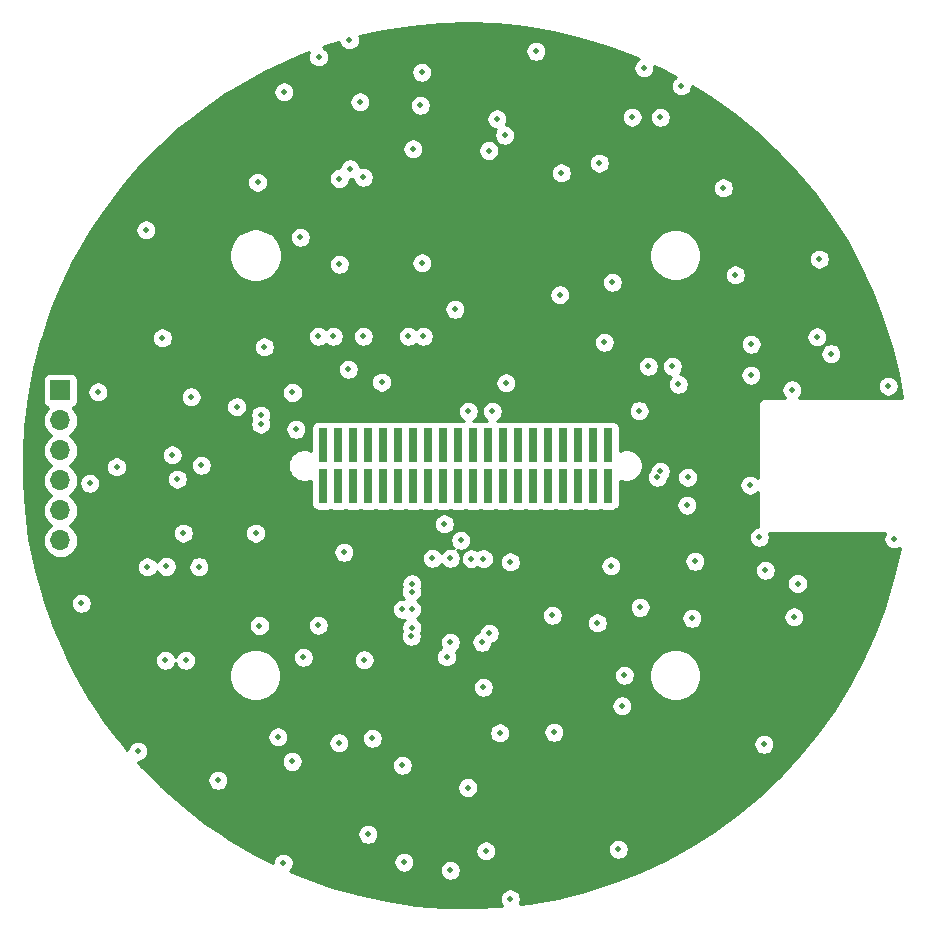
<source format=gbr>
G04 #@! TF.GenerationSoftware,KiCad,Pcbnew,(5.1.4)-1*
G04 #@! TF.CreationDate,2020-01-28T11:40:39-05:00*
G04 #@! TF.ProjectId,PDL_1920,50444c5f-3139-4323-902e-6b696361645f,rev?*
G04 #@! TF.SameCoordinates,Original*
G04 #@! TF.FileFunction,Copper,L2,Inr*
G04 #@! TF.FilePolarity,Positive*
%FSLAX46Y46*%
G04 Gerber Fmt 4.6, Leading zero omitted, Abs format (unit mm)*
G04 Created by KiCad (PCBNEW (5.1.4)-1) date 2020-01-28 11:40:39*
%MOMM*%
%LPD*%
G04 APERTURE LIST*
%ADD10R,0.740000X2.920000*%
%ADD11O,1.700000X1.700000*%
%ADD12R,1.700000X1.700000*%
%ADD13C,0.508000*%
%ADD14C,0.254000*%
G04 APERTURE END LIST*
D10*
X140335000Y-128744200D03*
X140335000Y-125314200D03*
X141605000Y-128744200D03*
X141605000Y-125314200D03*
X142875000Y-128744200D03*
X142875000Y-125314200D03*
X144145000Y-128744200D03*
X144145000Y-125314200D03*
X145415000Y-128744200D03*
X145415000Y-125314200D03*
X146685000Y-128744200D03*
X146685000Y-125314200D03*
X147955000Y-128744200D03*
X147955000Y-125314200D03*
X149225000Y-128744200D03*
X149225000Y-125314200D03*
X150495000Y-128744200D03*
X150495000Y-125314200D03*
X151765000Y-128744200D03*
X151765000Y-125314200D03*
X153035000Y-128744200D03*
X153035000Y-125314200D03*
X154305000Y-128744200D03*
X154305000Y-125314200D03*
X155575000Y-128744200D03*
X155575000Y-125314200D03*
X156845000Y-128744200D03*
X156845000Y-125314200D03*
X158115000Y-128744200D03*
X158115000Y-125314200D03*
X159385000Y-128744200D03*
X159385000Y-125314200D03*
X160655000Y-128744200D03*
X160655000Y-125314200D03*
X161925000Y-128744200D03*
X161925000Y-125314200D03*
X163195000Y-128744200D03*
X163195000Y-125314200D03*
X164465000Y-128744200D03*
X164465000Y-125314200D03*
D11*
X118110000Y-133350000D03*
X118110000Y-130810000D03*
X118110000Y-128270000D03*
X118110000Y-125730000D03*
X118110000Y-123190000D03*
D12*
X118110000Y-120650000D03*
D13*
X176491900Y-128663700D03*
X167106600Y-122364500D03*
X170434000Y-120142000D03*
X176568100Y-119367300D03*
X144526000Y-150114000D03*
X147066000Y-152400000D03*
X151993600Y-133350000D03*
X150622000Y-131953000D03*
X163576000Y-140335000D03*
X171577000Y-139954000D03*
X171831000Y-135128000D03*
X148590000Y-96520000D03*
X180213000Y-139827000D03*
X188683900Y-133223000D03*
X177292000Y-133096000D03*
X164719000Y-135509000D03*
X159766000Y-139700000D03*
X177673000Y-150622000D03*
X159893000Y-149606000D03*
X165354000Y-159512000D03*
X156210000Y-163703000D03*
X144145000Y-158242000D03*
X131445000Y-153670000D03*
X119888000Y-138684000D03*
X142113000Y-134366000D03*
X122859800Y-127127000D03*
X126746000Y-116205000D03*
X134797800Y-103035100D03*
X151511000Y-113792000D03*
X174244000Y-103505000D03*
X170688000Y-94869000D03*
X148704300Y-93726000D03*
X160528000Y-102235000D03*
X125349000Y-107061000D03*
X135382000Y-116967000D03*
X121285000Y-120777000D03*
X137033000Y-95377000D03*
X175260000Y-110871000D03*
X138049000Y-123952000D03*
X151130000Y-161290000D03*
X155829000Y-120015000D03*
X167513000Y-93345000D03*
X158369000Y-91948000D03*
X147955000Y-100203000D03*
X148717000Y-109855000D03*
X141732000Y-109982000D03*
X153924000Y-145796000D03*
X134962900Y-140563600D03*
X128524000Y-132740400D03*
X141693900Y-150482300D03*
X137756900Y-120827800D03*
X180517800Y-137007600D03*
X180047900Y-120599200D03*
X188201300Y-120281700D03*
X183349900Y-117538500D03*
X176580800Y-116751100D03*
X182156100Y-116128800D03*
X166509700Y-97510600D03*
X163741100Y-101409500D03*
X141732000Y-102717600D03*
X143471900Y-96227900D03*
X142582900Y-90982800D03*
X139966700Y-92417900D03*
X128016000Y-128155700D03*
X127584200Y-126111000D03*
X125476000Y-135597900D03*
X124675900Y-151193500D03*
X136982200Y-160680400D03*
X147199900Y-160610000D03*
X154127200Y-159639000D03*
X165646100Y-147345400D03*
X167182800Y-139026900D03*
X171157900Y-130378200D03*
X182372000Y-109537500D03*
X129171700Y-121183400D03*
X134632700Y-132740400D03*
X129832100Y-135572500D03*
X128714500Y-143510000D03*
X145300700Y-119951500D03*
X160388300Y-112547400D03*
X164160200Y-116586000D03*
X154381200Y-100342700D03*
X155295600Y-149644100D03*
X150799800Y-143217900D03*
X143814800Y-143459200D03*
X152603200Y-154279600D03*
X168656000Y-128016000D03*
X155067002Y-97662998D03*
X168910000Y-127508000D03*
X155727410Y-99059990D03*
X165862000Y-144780004D03*
X171208705Y-128003295D03*
X165100000Y-161544000D03*
X147040590Y-135356610D03*
X154946410Y-138677590D03*
X159639000Y-135890000D03*
X176402998Y-125730004D03*
X136385300Y-102920800D03*
X158508700Y-120561100D03*
X156664502Y-109072546D03*
X143764000Y-116078000D03*
X147842041Y-137681198D03*
X139954000Y-140538232D03*
X133026150Y-122040650D03*
X167894000Y-118618000D03*
X169926000Y-118618002D03*
X177799996Y-135890000D03*
X153796994Y-141986000D03*
X127076200Y-135559800D03*
X135060679Y-122741677D03*
X154431996Y-141224000D03*
X127000000Y-143510000D03*
X152654000Y-122428000D03*
X154686000Y-122428000D03*
X135060678Y-123503678D03*
X130047995Y-127000005D03*
X138684000Y-143256000D03*
X136519753Y-149987044D03*
X137718810Y-152069800D03*
X148844000Y-116078000D03*
X149605988Y-134874000D03*
X147574000Y-116078000D03*
X147854236Y-137020899D03*
X142494004Y-118872000D03*
X151130000Y-134874000D03*
X141224000Y-116078000D03*
X147065998Y-139192000D03*
X139954000Y-116078000D03*
X147840588Y-139194513D03*
X151130000Y-141986000D03*
X143764000Y-102616000D03*
X147828000Y-141477996D03*
X142624822Y-101879410D03*
X138430000Y-107696000D03*
X147845462Y-140733430D03*
X156209991Y-135178821D03*
X152908028Y-134899372D03*
X120599179Y-128524000D03*
X153931177Y-134901122D03*
X164846000Y-111506000D03*
X168910000Y-97536000D03*
D14*
G36*
X155053169Y-89669787D02*
G01*
X157456648Y-89918813D01*
X159839047Y-90322423D01*
X162190426Y-90878930D01*
X164500981Y-91586015D01*
X166761110Y-92440737D01*
X167061853Y-92577257D01*
X166946296Y-92654469D01*
X166822469Y-92778296D01*
X166725179Y-92923901D01*
X166658164Y-93085688D01*
X166624000Y-93257441D01*
X166624000Y-93432559D01*
X166658164Y-93604312D01*
X166725179Y-93766099D01*
X166822469Y-93911704D01*
X166946296Y-94035531D01*
X167091901Y-94132821D01*
X167253688Y-94199836D01*
X167425441Y-94234000D01*
X167600559Y-94234000D01*
X167772312Y-94199836D01*
X167934099Y-94132821D01*
X168079704Y-94035531D01*
X168203531Y-93911704D01*
X168300821Y-93766099D01*
X168367836Y-93604312D01*
X168402000Y-93432559D01*
X168402000Y-93257441D01*
X168386293Y-93178477D01*
X168961372Y-93439530D01*
X170220423Y-94112235D01*
X170121296Y-94178469D01*
X169997469Y-94302296D01*
X169900179Y-94447901D01*
X169833164Y-94609688D01*
X169799000Y-94781441D01*
X169799000Y-94956559D01*
X169833164Y-95128312D01*
X169900179Y-95290099D01*
X169997469Y-95435704D01*
X170121296Y-95559531D01*
X170266901Y-95656821D01*
X170428688Y-95723836D01*
X170600441Y-95758000D01*
X170775559Y-95758000D01*
X170947312Y-95723836D01*
X171109099Y-95656821D01*
X171254704Y-95559531D01*
X171378531Y-95435704D01*
X171475821Y-95290099D01*
X171542836Y-95128312D01*
X171577000Y-94956559D01*
X171577000Y-94878756D01*
X173145879Y-95852083D01*
X175112682Y-97255788D01*
X176984802Y-98783486D01*
X178754431Y-100428811D01*
X180414195Y-102184902D01*
X181957189Y-104044463D01*
X183376949Y-105999696D01*
X184667581Y-108042485D01*
X185823697Y-110164305D01*
X186840473Y-112356300D01*
X187713680Y-114609353D01*
X188439666Y-116914037D01*
X189015417Y-119260794D01*
X189370978Y-121260000D01*
X180644335Y-121260000D01*
X180738431Y-121165904D01*
X180835721Y-121020299D01*
X180902736Y-120858512D01*
X180936900Y-120686759D01*
X180936900Y-120511641D01*
X180902736Y-120339888D01*
X180842366Y-120194141D01*
X187312300Y-120194141D01*
X187312300Y-120369259D01*
X187346464Y-120541012D01*
X187413479Y-120702799D01*
X187510769Y-120848404D01*
X187634596Y-120972231D01*
X187780201Y-121069521D01*
X187941988Y-121136536D01*
X188113741Y-121170700D01*
X188288859Y-121170700D01*
X188460612Y-121136536D01*
X188622399Y-121069521D01*
X188768004Y-120972231D01*
X188891831Y-120848404D01*
X188989121Y-120702799D01*
X189056136Y-120541012D01*
X189090300Y-120369259D01*
X189090300Y-120194141D01*
X189056136Y-120022388D01*
X188989121Y-119860601D01*
X188891831Y-119714996D01*
X188768004Y-119591169D01*
X188622399Y-119493879D01*
X188460612Y-119426864D01*
X188288859Y-119392700D01*
X188113741Y-119392700D01*
X187941988Y-119426864D01*
X187780201Y-119493879D01*
X187634596Y-119591169D01*
X187510769Y-119714996D01*
X187413479Y-119860601D01*
X187346464Y-120022388D01*
X187312300Y-120194141D01*
X180842366Y-120194141D01*
X180835721Y-120178101D01*
X180738431Y-120032496D01*
X180614604Y-119908669D01*
X180468999Y-119811379D01*
X180307212Y-119744364D01*
X180135459Y-119710200D01*
X179960341Y-119710200D01*
X179788588Y-119744364D01*
X179626801Y-119811379D01*
X179481196Y-119908669D01*
X179357369Y-120032496D01*
X179260079Y-120178101D01*
X179193064Y-120339888D01*
X179158900Y-120511641D01*
X179158900Y-120686759D01*
X179193064Y-120858512D01*
X179260079Y-121020299D01*
X179357369Y-121165904D01*
X179451465Y-121260000D01*
X177832419Y-121260000D01*
X177800000Y-121256807D01*
X177767581Y-121260000D01*
X177670617Y-121269550D01*
X177546207Y-121307290D01*
X177431550Y-121368575D01*
X177331052Y-121451052D01*
X177248575Y-121551550D01*
X177187290Y-121666207D01*
X177149550Y-121790617D01*
X177136807Y-121920000D01*
X177140000Y-121952419D01*
X177140001Y-128054566D01*
X177058604Y-127973169D01*
X176912999Y-127875879D01*
X176751212Y-127808864D01*
X176579459Y-127774700D01*
X176404341Y-127774700D01*
X176232588Y-127808864D01*
X176070801Y-127875879D01*
X175925196Y-127973169D01*
X175801369Y-128096996D01*
X175704079Y-128242601D01*
X175637064Y-128404388D01*
X175602900Y-128576141D01*
X175602900Y-128751259D01*
X175637064Y-128923012D01*
X175704079Y-129084799D01*
X175801369Y-129230404D01*
X175925196Y-129354231D01*
X176070801Y-129451521D01*
X176232588Y-129518536D01*
X176404341Y-129552700D01*
X176579459Y-129552700D01*
X176751212Y-129518536D01*
X176912999Y-129451521D01*
X177058604Y-129354231D01*
X177140001Y-129272834D01*
X177140001Y-132047571D01*
X177136807Y-132080000D01*
X177149550Y-132209383D01*
X177151992Y-132217433D01*
X177032688Y-132241164D01*
X176870901Y-132308179D01*
X176725296Y-132405469D01*
X176601469Y-132529296D01*
X176504179Y-132674901D01*
X176437164Y-132836688D01*
X176403000Y-133008441D01*
X176403000Y-133183559D01*
X176437164Y-133355312D01*
X176504179Y-133517099D01*
X176601469Y-133662704D01*
X176725296Y-133786531D01*
X176870901Y-133883821D01*
X177032688Y-133950836D01*
X177204441Y-133985000D01*
X177379559Y-133985000D01*
X177551312Y-133950836D01*
X177713099Y-133883821D01*
X177858704Y-133786531D01*
X177982531Y-133662704D01*
X178079821Y-133517099D01*
X178146836Y-133355312D01*
X178181000Y-133183559D01*
X178181000Y-133008441D01*
X178146836Y-132836688D01*
X178106786Y-132740000D01*
X187937440Y-132740000D01*
X187896079Y-132801901D01*
X187829064Y-132963688D01*
X187794900Y-133135441D01*
X187794900Y-133310559D01*
X187829064Y-133482312D01*
X187896079Y-133644099D01*
X187993369Y-133789704D01*
X188117196Y-133913531D01*
X188262801Y-134010821D01*
X188424588Y-134077836D01*
X188596341Y-134112000D01*
X188771459Y-134112000D01*
X188943212Y-134077836D01*
X189104999Y-134010821D01*
X189157424Y-133975792D01*
X189090508Y-134375008D01*
X188538103Y-136727362D01*
X187835045Y-139039174D01*
X186984275Y-141300771D01*
X185989328Y-143502763D01*
X184854358Y-145635953D01*
X183584084Y-147691473D01*
X182183813Y-149660729D01*
X180659387Y-151535508D01*
X179017145Y-153308016D01*
X177263944Y-154970849D01*
X175407095Y-156517075D01*
X173454326Y-157940257D01*
X171413804Y-159234445D01*
X169294022Y-160394253D01*
X167103780Y-161414866D01*
X164852275Y-162291996D01*
X162548839Y-163022010D01*
X160203103Y-163601855D01*
X157824836Y-164029115D01*
X156998248Y-164123068D01*
X157064836Y-163962312D01*
X157099000Y-163790559D01*
X157099000Y-163615441D01*
X157064836Y-163443688D01*
X156997821Y-163281901D01*
X156900531Y-163136296D01*
X156776704Y-163012469D01*
X156631099Y-162915179D01*
X156469312Y-162848164D01*
X156297559Y-162814000D01*
X156122441Y-162814000D01*
X155950688Y-162848164D01*
X155788901Y-162915179D01*
X155643296Y-163012469D01*
X155519469Y-163136296D01*
X155422179Y-163281901D01*
X155355164Y-163443688D01*
X155321000Y-163615441D01*
X155321000Y-163790559D01*
X155355164Y-163962312D01*
X155422179Y-164124099D01*
X155519469Y-164269704D01*
X155538728Y-164288963D01*
X155423968Y-164302007D01*
X153010466Y-164419399D01*
X150594434Y-164380798D01*
X148185920Y-164186365D01*
X145795005Y-163836913D01*
X143431584Y-163333891D01*
X141105566Y-162679405D01*
X138826644Y-161876183D01*
X137577046Y-161342789D01*
X137672731Y-161247104D01*
X137770021Y-161101499D01*
X137837036Y-160939712D01*
X137871200Y-160767959D01*
X137871200Y-160592841D01*
X137857197Y-160522441D01*
X146310900Y-160522441D01*
X146310900Y-160697559D01*
X146345064Y-160869312D01*
X146412079Y-161031099D01*
X146509369Y-161176704D01*
X146633196Y-161300531D01*
X146778801Y-161397821D01*
X146940588Y-161464836D01*
X147112341Y-161499000D01*
X147287459Y-161499000D01*
X147459212Y-161464836D01*
X147620999Y-161397821D01*
X147766604Y-161300531D01*
X147864694Y-161202441D01*
X150241000Y-161202441D01*
X150241000Y-161377559D01*
X150275164Y-161549312D01*
X150342179Y-161711099D01*
X150439469Y-161856704D01*
X150563296Y-161980531D01*
X150708901Y-162077821D01*
X150870688Y-162144836D01*
X151042441Y-162179000D01*
X151217559Y-162179000D01*
X151389312Y-162144836D01*
X151551099Y-162077821D01*
X151696704Y-161980531D01*
X151820531Y-161856704D01*
X151917821Y-161711099D01*
X151984836Y-161549312D01*
X152019000Y-161377559D01*
X152019000Y-161202441D01*
X151984836Y-161030688D01*
X151917821Y-160868901D01*
X151820531Y-160723296D01*
X151696704Y-160599469D01*
X151551099Y-160502179D01*
X151389312Y-160435164D01*
X151217559Y-160401000D01*
X151042441Y-160401000D01*
X150870688Y-160435164D01*
X150708901Y-160502179D01*
X150563296Y-160599469D01*
X150439469Y-160723296D01*
X150342179Y-160868901D01*
X150275164Y-161030688D01*
X150241000Y-161202441D01*
X147864694Y-161202441D01*
X147890431Y-161176704D01*
X147987721Y-161031099D01*
X148054736Y-160869312D01*
X148088900Y-160697559D01*
X148088900Y-160522441D01*
X148054736Y-160350688D01*
X147987721Y-160188901D01*
X147890431Y-160043296D01*
X147766604Y-159919469D01*
X147620999Y-159822179D01*
X147459212Y-159755164D01*
X147287459Y-159721000D01*
X147112341Y-159721000D01*
X146940588Y-159755164D01*
X146778801Y-159822179D01*
X146633196Y-159919469D01*
X146509369Y-160043296D01*
X146412079Y-160188901D01*
X146345064Y-160350688D01*
X146310900Y-160522441D01*
X137857197Y-160522441D01*
X137837036Y-160421088D01*
X137770021Y-160259301D01*
X137672731Y-160113696D01*
X137548904Y-159989869D01*
X137403299Y-159892579D01*
X137241512Y-159825564D01*
X137069759Y-159791400D01*
X136894641Y-159791400D01*
X136722888Y-159825564D01*
X136561101Y-159892579D01*
X136415496Y-159989869D01*
X136291669Y-160113696D01*
X136194379Y-160259301D01*
X136127364Y-160421088D01*
X136093200Y-160592841D01*
X136093200Y-160669223D01*
X134447791Y-159837514D01*
X133962433Y-159551441D01*
X153238200Y-159551441D01*
X153238200Y-159726559D01*
X153272364Y-159898312D01*
X153339379Y-160060099D01*
X153436669Y-160205704D01*
X153560496Y-160329531D01*
X153706101Y-160426821D01*
X153867888Y-160493836D01*
X154039641Y-160528000D01*
X154214759Y-160528000D01*
X154386512Y-160493836D01*
X154548299Y-160426821D01*
X154693904Y-160329531D01*
X154817731Y-160205704D01*
X154915021Y-160060099D01*
X154982036Y-159898312D01*
X155016200Y-159726559D01*
X155016200Y-159551441D01*
X154990938Y-159424441D01*
X164465000Y-159424441D01*
X164465000Y-159599559D01*
X164499164Y-159771312D01*
X164566179Y-159933099D01*
X164663469Y-160078704D01*
X164787296Y-160202531D01*
X164932901Y-160299821D01*
X165094688Y-160366836D01*
X165266441Y-160401000D01*
X165441559Y-160401000D01*
X165613312Y-160366836D01*
X165775099Y-160299821D01*
X165920704Y-160202531D01*
X166044531Y-160078704D01*
X166141821Y-159933099D01*
X166208836Y-159771312D01*
X166243000Y-159599559D01*
X166243000Y-159424441D01*
X166208836Y-159252688D01*
X166141821Y-159090901D01*
X166044531Y-158945296D01*
X165920704Y-158821469D01*
X165775099Y-158724179D01*
X165613312Y-158657164D01*
X165441559Y-158623000D01*
X165266441Y-158623000D01*
X165094688Y-158657164D01*
X164932901Y-158724179D01*
X164787296Y-158821469D01*
X164663469Y-158945296D01*
X164566179Y-159090901D01*
X164499164Y-159252688D01*
X164465000Y-159424441D01*
X154990938Y-159424441D01*
X154982036Y-159379688D01*
X154915021Y-159217901D01*
X154817731Y-159072296D01*
X154693904Y-158948469D01*
X154548299Y-158851179D01*
X154386512Y-158784164D01*
X154214759Y-158750000D01*
X154039641Y-158750000D01*
X153867888Y-158784164D01*
X153706101Y-158851179D01*
X153560496Y-158948469D01*
X153436669Y-159072296D01*
X153339379Y-159217901D01*
X153272364Y-159379688D01*
X153238200Y-159551441D01*
X133962433Y-159551441D01*
X132366132Y-158610572D01*
X131695343Y-158154441D01*
X143256000Y-158154441D01*
X143256000Y-158329559D01*
X143290164Y-158501312D01*
X143357179Y-158663099D01*
X143454469Y-158808704D01*
X143578296Y-158932531D01*
X143723901Y-159029821D01*
X143885688Y-159096836D01*
X144057441Y-159131000D01*
X144232559Y-159131000D01*
X144404312Y-159096836D01*
X144566099Y-159029821D01*
X144711704Y-158932531D01*
X144835531Y-158808704D01*
X144932821Y-158663099D01*
X144999836Y-158501312D01*
X145034000Y-158329559D01*
X145034000Y-158154441D01*
X144999836Y-157982688D01*
X144932821Y-157820901D01*
X144835531Y-157675296D01*
X144711704Y-157551469D01*
X144566099Y-157454179D01*
X144404312Y-157387164D01*
X144232559Y-157353000D01*
X144057441Y-157353000D01*
X143885688Y-157387164D01*
X143723901Y-157454179D01*
X143578296Y-157551469D01*
X143454469Y-157675296D01*
X143357179Y-157820901D01*
X143290164Y-157982688D01*
X143256000Y-158154441D01*
X131695343Y-158154441D01*
X130367988Y-157251852D01*
X128461676Y-155767009D01*
X126655181Y-154162261D01*
X126081709Y-153582441D01*
X130556000Y-153582441D01*
X130556000Y-153757559D01*
X130590164Y-153929312D01*
X130657179Y-154091099D01*
X130754469Y-154236704D01*
X130878296Y-154360531D01*
X131023901Y-154457821D01*
X131185688Y-154524836D01*
X131357441Y-154559000D01*
X131532559Y-154559000D01*
X131704312Y-154524836D01*
X131866099Y-154457821D01*
X132011704Y-154360531D01*
X132135531Y-154236704D01*
X132165373Y-154192041D01*
X151714200Y-154192041D01*
X151714200Y-154367159D01*
X151748364Y-154538912D01*
X151815379Y-154700699D01*
X151912669Y-154846304D01*
X152036496Y-154970131D01*
X152182101Y-155067421D01*
X152343888Y-155134436D01*
X152515641Y-155168600D01*
X152690759Y-155168600D01*
X152862512Y-155134436D01*
X153024299Y-155067421D01*
X153169904Y-154970131D01*
X153293731Y-154846304D01*
X153391021Y-154700699D01*
X153458036Y-154538912D01*
X153492200Y-154367159D01*
X153492200Y-154192041D01*
X153458036Y-154020288D01*
X153391021Y-153858501D01*
X153293731Y-153712896D01*
X153169904Y-153589069D01*
X153024299Y-153491779D01*
X152862512Y-153424764D01*
X152690759Y-153390600D01*
X152515641Y-153390600D01*
X152343888Y-153424764D01*
X152182101Y-153491779D01*
X152036496Y-153589069D01*
X151912669Y-153712896D01*
X151815379Y-153858501D01*
X151748364Y-154020288D01*
X151714200Y-154192041D01*
X132165373Y-154192041D01*
X132232821Y-154091099D01*
X132299836Y-153929312D01*
X132334000Y-153757559D01*
X132334000Y-153582441D01*
X132299836Y-153410688D01*
X132232821Y-153248901D01*
X132135531Y-153103296D01*
X132011704Y-152979469D01*
X131866099Y-152882179D01*
X131704312Y-152815164D01*
X131532559Y-152781000D01*
X131357441Y-152781000D01*
X131185688Y-152815164D01*
X131023901Y-152882179D01*
X130878296Y-152979469D01*
X130754469Y-153103296D01*
X130657179Y-153248901D01*
X130590164Y-153410688D01*
X130556000Y-153582441D01*
X126081709Y-153582441D01*
X124956000Y-152444273D01*
X124641686Y-152082500D01*
X124763459Y-152082500D01*
X124935212Y-152048336D01*
X125094777Y-151982241D01*
X136829810Y-151982241D01*
X136829810Y-152157359D01*
X136863974Y-152329112D01*
X136930989Y-152490899D01*
X137028279Y-152636504D01*
X137152106Y-152760331D01*
X137297711Y-152857621D01*
X137459498Y-152924636D01*
X137631251Y-152958800D01*
X137806369Y-152958800D01*
X137978122Y-152924636D01*
X138139909Y-152857621D01*
X138285514Y-152760331D01*
X138409341Y-152636504D01*
X138506631Y-152490899D01*
X138573646Y-152329112D01*
X138576962Y-152312441D01*
X146177000Y-152312441D01*
X146177000Y-152487559D01*
X146211164Y-152659312D01*
X146278179Y-152821099D01*
X146375469Y-152966704D01*
X146499296Y-153090531D01*
X146644901Y-153187821D01*
X146806688Y-153254836D01*
X146978441Y-153289000D01*
X147153559Y-153289000D01*
X147325312Y-153254836D01*
X147487099Y-153187821D01*
X147632704Y-153090531D01*
X147756531Y-152966704D01*
X147853821Y-152821099D01*
X147920836Y-152659312D01*
X147955000Y-152487559D01*
X147955000Y-152312441D01*
X147920836Y-152140688D01*
X147853821Y-151978901D01*
X147756531Y-151833296D01*
X147632704Y-151709469D01*
X147487099Y-151612179D01*
X147325312Y-151545164D01*
X147153559Y-151511000D01*
X146978441Y-151511000D01*
X146806688Y-151545164D01*
X146644901Y-151612179D01*
X146499296Y-151709469D01*
X146375469Y-151833296D01*
X146278179Y-151978901D01*
X146211164Y-152140688D01*
X146177000Y-152312441D01*
X138576962Y-152312441D01*
X138607810Y-152157359D01*
X138607810Y-151982241D01*
X138573646Y-151810488D01*
X138506631Y-151648701D01*
X138409341Y-151503096D01*
X138285514Y-151379269D01*
X138139909Y-151281979D01*
X137978122Y-151214964D01*
X137806369Y-151180800D01*
X137631251Y-151180800D01*
X137459498Y-151214964D01*
X137297711Y-151281979D01*
X137152106Y-151379269D01*
X137028279Y-151503096D01*
X136930989Y-151648701D01*
X136863974Y-151810488D01*
X136829810Y-151982241D01*
X125094777Y-151982241D01*
X125096999Y-151981321D01*
X125242604Y-151884031D01*
X125366431Y-151760204D01*
X125463721Y-151614599D01*
X125530736Y-151452812D01*
X125564900Y-151281059D01*
X125564900Y-151105941D01*
X125530736Y-150934188D01*
X125463721Y-150772401D01*
X125366431Y-150626796D01*
X125242604Y-150502969D01*
X125096999Y-150405679D01*
X124935212Y-150338664D01*
X124763459Y-150304500D01*
X124588341Y-150304500D01*
X124416588Y-150338664D01*
X124254801Y-150405679D01*
X124109196Y-150502969D01*
X123985369Y-150626796D01*
X123888079Y-150772401D01*
X123821064Y-150934188D01*
X123788080Y-151100008D01*
X123371228Y-150620214D01*
X122822485Y-149899485D01*
X135630753Y-149899485D01*
X135630753Y-150074603D01*
X135664917Y-150246356D01*
X135731932Y-150408143D01*
X135829222Y-150553748D01*
X135953049Y-150677575D01*
X136098654Y-150774865D01*
X136260441Y-150841880D01*
X136432194Y-150876044D01*
X136607312Y-150876044D01*
X136779065Y-150841880D01*
X136940852Y-150774865D01*
X137086457Y-150677575D01*
X137210284Y-150553748D01*
X137307574Y-150408143D01*
X137313125Y-150394741D01*
X140804900Y-150394741D01*
X140804900Y-150569859D01*
X140839064Y-150741612D01*
X140906079Y-150903399D01*
X141003369Y-151049004D01*
X141127196Y-151172831D01*
X141272801Y-151270121D01*
X141434588Y-151337136D01*
X141606341Y-151371300D01*
X141781459Y-151371300D01*
X141953212Y-151337136D01*
X142114999Y-151270121D01*
X142260604Y-151172831D01*
X142384431Y-151049004D01*
X142481721Y-150903399D01*
X142548736Y-150741612D01*
X142582900Y-150569859D01*
X142582900Y-150394741D01*
X142548736Y-150222988D01*
X142481721Y-150061201D01*
X142458496Y-150026441D01*
X143637000Y-150026441D01*
X143637000Y-150201559D01*
X143671164Y-150373312D01*
X143738179Y-150535099D01*
X143835469Y-150680704D01*
X143959296Y-150804531D01*
X144104901Y-150901821D01*
X144266688Y-150968836D01*
X144438441Y-151003000D01*
X144613559Y-151003000D01*
X144785312Y-150968836D01*
X144947099Y-150901821D01*
X145092704Y-150804531D01*
X145216531Y-150680704D01*
X145313821Y-150535099D01*
X145314093Y-150534441D01*
X176784000Y-150534441D01*
X176784000Y-150709559D01*
X176818164Y-150881312D01*
X176885179Y-151043099D01*
X176982469Y-151188704D01*
X177106296Y-151312531D01*
X177251901Y-151409821D01*
X177413688Y-151476836D01*
X177585441Y-151511000D01*
X177760559Y-151511000D01*
X177932312Y-151476836D01*
X178094099Y-151409821D01*
X178239704Y-151312531D01*
X178363531Y-151188704D01*
X178460821Y-151043099D01*
X178527836Y-150881312D01*
X178562000Y-150709559D01*
X178562000Y-150534441D01*
X178527836Y-150362688D01*
X178460821Y-150200901D01*
X178363531Y-150055296D01*
X178239704Y-149931469D01*
X178094099Y-149834179D01*
X177932312Y-149767164D01*
X177760559Y-149733000D01*
X177585441Y-149733000D01*
X177413688Y-149767164D01*
X177251901Y-149834179D01*
X177106296Y-149931469D01*
X176982469Y-150055296D01*
X176885179Y-150200901D01*
X176818164Y-150362688D01*
X176784000Y-150534441D01*
X145314093Y-150534441D01*
X145380836Y-150373312D01*
X145415000Y-150201559D01*
X145415000Y-150026441D01*
X145380836Y-149854688D01*
X145313821Y-149692901D01*
X145222709Y-149556541D01*
X154406600Y-149556541D01*
X154406600Y-149731659D01*
X154440764Y-149903412D01*
X154507779Y-150065199D01*
X154605069Y-150210804D01*
X154728896Y-150334631D01*
X154874501Y-150431921D01*
X155036288Y-150498936D01*
X155208041Y-150533100D01*
X155383159Y-150533100D01*
X155554912Y-150498936D01*
X155716699Y-150431921D01*
X155862304Y-150334631D01*
X155986131Y-150210804D01*
X156083421Y-150065199D01*
X156150436Y-149903412D01*
X156184600Y-149731659D01*
X156184600Y-149556541D01*
X156177022Y-149518441D01*
X159004000Y-149518441D01*
X159004000Y-149693559D01*
X159038164Y-149865312D01*
X159105179Y-150027099D01*
X159202469Y-150172704D01*
X159326296Y-150296531D01*
X159471901Y-150393821D01*
X159633688Y-150460836D01*
X159805441Y-150495000D01*
X159980559Y-150495000D01*
X160152312Y-150460836D01*
X160314099Y-150393821D01*
X160459704Y-150296531D01*
X160583531Y-150172704D01*
X160680821Y-150027099D01*
X160747836Y-149865312D01*
X160782000Y-149693559D01*
X160782000Y-149518441D01*
X160747836Y-149346688D01*
X160680821Y-149184901D01*
X160583531Y-149039296D01*
X160459704Y-148915469D01*
X160314099Y-148818179D01*
X160152312Y-148751164D01*
X159980559Y-148717000D01*
X159805441Y-148717000D01*
X159633688Y-148751164D01*
X159471901Y-148818179D01*
X159326296Y-148915469D01*
X159202469Y-149039296D01*
X159105179Y-149184901D01*
X159038164Y-149346688D01*
X159004000Y-149518441D01*
X156177022Y-149518441D01*
X156150436Y-149384788D01*
X156083421Y-149223001D01*
X155986131Y-149077396D01*
X155862304Y-148953569D01*
X155716699Y-148856279D01*
X155554912Y-148789264D01*
X155383159Y-148755100D01*
X155208041Y-148755100D01*
X155036288Y-148789264D01*
X154874501Y-148856279D01*
X154728896Y-148953569D01*
X154605069Y-149077396D01*
X154507779Y-149223001D01*
X154440764Y-149384788D01*
X154406600Y-149556541D01*
X145222709Y-149556541D01*
X145216531Y-149547296D01*
X145092704Y-149423469D01*
X144947099Y-149326179D01*
X144785312Y-149259164D01*
X144613559Y-149225000D01*
X144438441Y-149225000D01*
X144266688Y-149259164D01*
X144104901Y-149326179D01*
X143959296Y-149423469D01*
X143835469Y-149547296D01*
X143738179Y-149692901D01*
X143671164Y-149854688D01*
X143637000Y-150026441D01*
X142458496Y-150026441D01*
X142384431Y-149915596D01*
X142260604Y-149791769D01*
X142114999Y-149694479D01*
X141953212Y-149627464D01*
X141781459Y-149593300D01*
X141606341Y-149593300D01*
X141434588Y-149627464D01*
X141272801Y-149694479D01*
X141127196Y-149791769D01*
X141003369Y-149915596D01*
X140906079Y-150061201D01*
X140839064Y-150222988D01*
X140804900Y-150394741D01*
X137313125Y-150394741D01*
X137374589Y-150246356D01*
X137408753Y-150074603D01*
X137408753Y-149899485D01*
X137374589Y-149727732D01*
X137307574Y-149565945D01*
X137210284Y-149420340D01*
X137086457Y-149296513D01*
X136940852Y-149199223D01*
X136779065Y-149132208D01*
X136607312Y-149098044D01*
X136432194Y-149098044D01*
X136260441Y-149132208D01*
X136098654Y-149199223D01*
X135953049Y-149296513D01*
X135829222Y-149420340D01*
X135731932Y-149565945D01*
X135664917Y-149727732D01*
X135630753Y-149899485D01*
X122822485Y-149899485D01*
X121907462Y-148697678D01*
X120951392Y-147257841D01*
X164757100Y-147257841D01*
X164757100Y-147432959D01*
X164791264Y-147604712D01*
X164858279Y-147766499D01*
X164955569Y-147912104D01*
X165079396Y-148035931D01*
X165225001Y-148133221D01*
X165386788Y-148200236D01*
X165558541Y-148234400D01*
X165733659Y-148234400D01*
X165905412Y-148200236D01*
X166067199Y-148133221D01*
X166212804Y-148035931D01*
X166336631Y-147912104D01*
X166433921Y-147766499D01*
X166500936Y-147604712D01*
X166535100Y-147432959D01*
X166535100Y-147257841D01*
X166500936Y-147086088D01*
X166433921Y-146924301D01*
X166336631Y-146778696D01*
X166212804Y-146654869D01*
X166067199Y-146557579D01*
X165905412Y-146490564D01*
X165733659Y-146456400D01*
X165558541Y-146456400D01*
X165386788Y-146490564D01*
X165225001Y-146557579D01*
X165079396Y-146654869D01*
X164955569Y-146778696D01*
X164858279Y-146924301D01*
X164791264Y-147086088D01*
X164757100Y-147257841D01*
X120951392Y-147257841D01*
X120570819Y-146684700D01*
X119366868Y-144589665D01*
X119354234Y-144563970D01*
X132426613Y-144563970D01*
X132426613Y-144996030D01*
X132510904Y-145419787D01*
X132676246Y-145818958D01*
X132916285Y-146178203D01*
X133221797Y-146483715D01*
X133581042Y-146723754D01*
X133980213Y-146889096D01*
X134403970Y-146973387D01*
X134836030Y-146973387D01*
X135259787Y-146889096D01*
X135658958Y-146723754D01*
X136018203Y-146483715D01*
X136323715Y-146178203D01*
X136563754Y-145818958D01*
X136609531Y-145708441D01*
X153035000Y-145708441D01*
X153035000Y-145883559D01*
X153069164Y-146055312D01*
X153136179Y-146217099D01*
X153233469Y-146362704D01*
X153357296Y-146486531D01*
X153502901Y-146583821D01*
X153664688Y-146650836D01*
X153836441Y-146685000D01*
X154011559Y-146685000D01*
X154183312Y-146650836D01*
X154345099Y-146583821D01*
X154490704Y-146486531D01*
X154614531Y-146362704D01*
X154711821Y-146217099D01*
X154778836Y-146055312D01*
X154813000Y-145883559D01*
X154813000Y-145708441D01*
X154778836Y-145536688D01*
X154711821Y-145374901D01*
X154614531Y-145229296D01*
X154490704Y-145105469D01*
X154345099Y-145008179D01*
X154183312Y-144941164D01*
X154011559Y-144907000D01*
X153836441Y-144907000D01*
X153664688Y-144941164D01*
X153502901Y-145008179D01*
X153357296Y-145105469D01*
X153233469Y-145229296D01*
X153136179Y-145374901D01*
X153069164Y-145536688D01*
X153035000Y-145708441D01*
X136609531Y-145708441D01*
X136729096Y-145419787D01*
X136813387Y-144996030D01*
X136813387Y-144692445D01*
X164973000Y-144692445D01*
X164973000Y-144867563D01*
X165007164Y-145039316D01*
X165074179Y-145201103D01*
X165171469Y-145346708D01*
X165295296Y-145470535D01*
X165440901Y-145567825D01*
X165602688Y-145634840D01*
X165774441Y-145669004D01*
X165949559Y-145669004D01*
X166121312Y-145634840D01*
X166283099Y-145567825D01*
X166428704Y-145470535D01*
X166552531Y-145346708D01*
X166649821Y-145201103D01*
X166716836Y-145039316D01*
X166751000Y-144867563D01*
X166751000Y-144692445D01*
X166725445Y-144563970D01*
X167986613Y-144563970D01*
X167986613Y-144996030D01*
X168070904Y-145419787D01*
X168236246Y-145818958D01*
X168476285Y-146178203D01*
X168781797Y-146483715D01*
X169141042Y-146723754D01*
X169540213Y-146889096D01*
X169963970Y-146973387D01*
X170396030Y-146973387D01*
X170819787Y-146889096D01*
X171218958Y-146723754D01*
X171578203Y-146483715D01*
X171883715Y-146178203D01*
X172123754Y-145818958D01*
X172289096Y-145419787D01*
X172373387Y-144996030D01*
X172373387Y-144563970D01*
X172289096Y-144140213D01*
X172123754Y-143741042D01*
X171883715Y-143381797D01*
X171578203Y-143076285D01*
X171218958Y-142836246D01*
X170819787Y-142670904D01*
X170396030Y-142586613D01*
X169963970Y-142586613D01*
X169540213Y-142670904D01*
X169141042Y-142836246D01*
X168781797Y-143076285D01*
X168476285Y-143381797D01*
X168236246Y-143741042D01*
X168070904Y-144140213D01*
X167986613Y-144563970D01*
X166725445Y-144563970D01*
X166716836Y-144520692D01*
X166649821Y-144358905D01*
X166552531Y-144213300D01*
X166428704Y-144089473D01*
X166283099Y-143992183D01*
X166121312Y-143925168D01*
X165949559Y-143891004D01*
X165774441Y-143891004D01*
X165602688Y-143925168D01*
X165440901Y-143992183D01*
X165295296Y-144089473D01*
X165171469Y-144213300D01*
X165074179Y-144358905D01*
X165007164Y-144520692D01*
X164973000Y-144692445D01*
X136813387Y-144692445D01*
X136813387Y-144563970D01*
X136729096Y-144140213D01*
X136563754Y-143741042D01*
X136323715Y-143381797D01*
X136110359Y-143168441D01*
X137795000Y-143168441D01*
X137795000Y-143343559D01*
X137829164Y-143515312D01*
X137896179Y-143677099D01*
X137993469Y-143822704D01*
X138117296Y-143946531D01*
X138262901Y-144043821D01*
X138424688Y-144110836D01*
X138596441Y-144145000D01*
X138771559Y-144145000D01*
X138943312Y-144110836D01*
X139105099Y-144043821D01*
X139250704Y-143946531D01*
X139374531Y-143822704D01*
X139471821Y-143677099D01*
X139538836Y-143515312D01*
X139567414Y-143371641D01*
X142925800Y-143371641D01*
X142925800Y-143546759D01*
X142959964Y-143718512D01*
X143026979Y-143880299D01*
X143124269Y-144025904D01*
X143248096Y-144149731D01*
X143393701Y-144247021D01*
X143555488Y-144314036D01*
X143727241Y-144348200D01*
X143902359Y-144348200D01*
X144074112Y-144314036D01*
X144235899Y-144247021D01*
X144381504Y-144149731D01*
X144505331Y-144025904D01*
X144602621Y-143880299D01*
X144669636Y-143718512D01*
X144703800Y-143546759D01*
X144703800Y-143371641D01*
X144669636Y-143199888D01*
X144640829Y-143130341D01*
X149910800Y-143130341D01*
X149910800Y-143305459D01*
X149944964Y-143477212D01*
X150011979Y-143638999D01*
X150109269Y-143784604D01*
X150233096Y-143908431D01*
X150378701Y-144005721D01*
X150540488Y-144072736D01*
X150712241Y-144106900D01*
X150887359Y-144106900D01*
X151059112Y-144072736D01*
X151220899Y-144005721D01*
X151366504Y-143908431D01*
X151490331Y-143784604D01*
X151587621Y-143638999D01*
X151654636Y-143477212D01*
X151688800Y-143305459D01*
X151688800Y-143130341D01*
X151654636Y-142958588D01*
X151587621Y-142796801D01*
X151565733Y-142764043D01*
X151696704Y-142676531D01*
X151820531Y-142552704D01*
X151917821Y-142407099D01*
X151984836Y-142245312D01*
X152019000Y-142073559D01*
X152019000Y-141898441D01*
X152907994Y-141898441D01*
X152907994Y-142073559D01*
X152942158Y-142245312D01*
X153009173Y-142407099D01*
X153106463Y-142552704D01*
X153230290Y-142676531D01*
X153375895Y-142773821D01*
X153537682Y-142840836D01*
X153709435Y-142875000D01*
X153884553Y-142875000D01*
X154056306Y-142840836D01*
X154218093Y-142773821D01*
X154363698Y-142676531D01*
X154487525Y-142552704D01*
X154584815Y-142407099D01*
X154651830Y-142245312D01*
X154684682Y-142080154D01*
X154691308Y-142078836D01*
X154853095Y-142011821D01*
X154998700Y-141914531D01*
X155122527Y-141790704D01*
X155219817Y-141645099D01*
X155286832Y-141483312D01*
X155320996Y-141311559D01*
X155320996Y-141136441D01*
X155286832Y-140964688D01*
X155219817Y-140802901D01*
X155122527Y-140657296D01*
X154998700Y-140533469D01*
X154853095Y-140436179D01*
X154691308Y-140369164D01*
X154519555Y-140335000D01*
X154344437Y-140335000D01*
X154172684Y-140369164D01*
X154010897Y-140436179D01*
X153865292Y-140533469D01*
X153741465Y-140657296D01*
X153644175Y-140802901D01*
X153577160Y-140964688D01*
X153544308Y-141129846D01*
X153537682Y-141131164D01*
X153375895Y-141198179D01*
X153230290Y-141295469D01*
X153106463Y-141419296D01*
X153009173Y-141564901D01*
X152942158Y-141726688D01*
X152907994Y-141898441D01*
X152019000Y-141898441D01*
X151984836Y-141726688D01*
X151917821Y-141564901D01*
X151820531Y-141419296D01*
X151696704Y-141295469D01*
X151551099Y-141198179D01*
X151389312Y-141131164D01*
X151217559Y-141097000D01*
X151042441Y-141097000D01*
X150870688Y-141131164D01*
X150708901Y-141198179D01*
X150563296Y-141295469D01*
X150439469Y-141419296D01*
X150342179Y-141564901D01*
X150275164Y-141726688D01*
X150241000Y-141898441D01*
X150241000Y-142073559D01*
X150275164Y-142245312D01*
X150342179Y-142407099D01*
X150364067Y-142439857D01*
X150233096Y-142527369D01*
X150109269Y-142651196D01*
X150011979Y-142796801D01*
X149944964Y-142958588D01*
X149910800Y-143130341D01*
X144640829Y-143130341D01*
X144602621Y-143038101D01*
X144505331Y-142892496D01*
X144381504Y-142768669D01*
X144235899Y-142671379D01*
X144074112Y-142604364D01*
X143902359Y-142570200D01*
X143727241Y-142570200D01*
X143555488Y-142604364D01*
X143393701Y-142671379D01*
X143248096Y-142768669D01*
X143124269Y-142892496D01*
X143026979Y-143038101D01*
X142959964Y-143199888D01*
X142925800Y-143371641D01*
X139567414Y-143371641D01*
X139573000Y-143343559D01*
X139573000Y-143168441D01*
X139538836Y-142996688D01*
X139471821Y-142834901D01*
X139374531Y-142689296D01*
X139250704Y-142565469D01*
X139105099Y-142468179D01*
X138943312Y-142401164D01*
X138771559Y-142367000D01*
X138596441Y-142367000D01*
X138424688Y-142401164D01*
X138262901Y-142468179D01*
X138117296Y-142565469D01*
X137993469Y-142689296D01*
X137896179Y-142834901D01*
X137829164Y-142996688D01*
X137795000Y-143168441D01*
X136110359Y-143168441D01*
X136018203Y-143076285D01*
X135658958Y-142836246D01*
X135259787Y-142670904D01*
X134836030Y-142586613D01*
X134403970Y-142586613D01*
X133980213Y-142670904D01*
X133581042Y-142836246D01*
X133221797Y-143076285D01*
X132916285Y-143381797D01*
X132676246Y-143741042D01*
X132510904Y-144140213D01*
X132426613Y-144563970D01*
X119354234Y-144563970D01*
X118792912Y-143422441D01*
X126111000Y-143422441D01*
X126111000Y-143597559D01*
X126145164Y-143769312D01*
X126212179Y-143931099D01*
X126309469Y-144076704D01*
X126433296Y-144200531D01*
X126578901Y-144297821D01*
X126740688Y-144364836D01*
X126912441Y-144399000D01*
X127087559Y-144399000D01*
X127259312Y-144364836D01*
X127421099Y-144297821D01*
X127566704Y-144200531D01*
X127690531Y-144076704D01*
X127787821Y-143931099D01*
X127854836Y-143769312D01*
X127857250Y-143757176D01*
X127859664Y-143769312D01*
X127926679Y-143931099D01*
X128023969Y-144076704D01*
X128147796Y-144200531D01*
X128293401Y-144297821D01*
X128455188Y-144364836D01*
X128626941Y-144399000D01*
X128802059Y-144399000D01*
X128973812Y-144364836D01*
X129135599Y-144297821D01*
X129281204Y-144200531D01*
X129405031Y-144076704D01*
X129502321Y-143931099D01*
X129569336Y-143769312D01*
X129603500Y-143597559D01*
X129603500Y-143422441D01*
X129569336Y-143250688D01*
X129502321Y-143088901D01*
X129405031Y-142943296D01*
X129281204Y-142819469D01*
X129135599Y-142722179D01*
X128973812Y-142655164D01*
X128802059Y-142621000D01*
X128626941Y-142621000D01*
X128455188Y-142655164D01*
X128293401Y-142722179D01*
X128147796Y-142819469D01*
X128023969Y-142943296D01*
X127926679Y-143088901D01*
X127859664Y-143250688D01*
X127857250Y-143262824D01*
X127854836Y-143250688D01*
X127787821Y-143088901D01*
X127690531Y-142943296D01*
X127566704Y-142819469D01*
X127421099Y-142722179D01*
X127259312Y-142655164D01*
X127087559Y-142621000D01*
X126912441Y-142621000D01*
X126740688Y-142655164D01*
X126578901Y-142722179D01*
X126433296Y-142819469D01*
X126309469Y-142943296D01*
X126212179Y-143088901D01*
X126145164Y-143250688D01*
X126111000Y-143422441D01*
X118792912Y-143422441D01*
X118300618Y-142421291D01*
X117495479Y-140476041D01*
X134073900Y-140476041D01*
X134073900Y-140651159D01*
X134108064Y-140822912D01*
X134175079Y-140984699D01*
X134272369Y-141130304D01*
X134396196Y-141254131D01*
X134541801Y-141351421D01*
X134703588Y-141418436D01*
X134875341Y-141452600D01*
X135050459Y-141452600D01*
X135222212Y-141418436D01*
X135383999Y-141351421D01*
X135529604Y-141254131D01*
X135653431Y-141130304D01*
X135750721Y-140984699D01*
X135817736Y-140822912D01*
X135851900Y-140651159D01*
X135851900Y-140476041D01*
X135846854Y-140450673D01*
X139065000Y-140450673D01*
X139065000Y-140625791D01*
X139099164Y-140797544D01*
X139166179Y-140959331D01*
X139263469Y-141104936D01*
X139387296Y-141228763D01*
X139532901Y-141326053D01*
X139694688Y-141393068D01*
X139866441Y-141427232D01*
X140041559Y-141427232D01*
X140213312Y-141393068D01*
X140375099Y-141326053D01*
X140520704Y-141228763D01*
X140644531Y-141104936D01*
X140741821Y-140959331D01*
X140808836Y-140797544D01*
X140843000Y-140625791D01*
X140843000Y-140450673D01*
X140808836Y-140278920D01*
X140741821Y-140117133D01*
X140644531Y-139971528D01*
X140520704Y-139847701D01*
X140375099Y-139750411D01*
X140213312Y-139683396D01*
X140041559Y-139649232D01*
X139866441Y-139649232D01*
X139694688Y-139683396D01*
X139532901Y-139750411D01*
X139387296Y-139847701D01*
X139263469Y-139971528D01*
X139166179Y-140117133D01*
X139099164Y-140278920D01*
X139065000Y-140450673D01*
X135846854Y-140450673D01*
X135817736Y-140304288D01*
X135750721Y-140142501D01*
X135653431Y-139996896D01*
X135529604Y-139873069D01*
X135383999Y-139775779D01*
X135222212Y-139708764D01*
X135050459Y-139674600D01*
X134875341Y-139674600D01*
X134703588Y-139708764D01*
X134541801Y-139775779D01*
X134396196Y-139873069D01*
X134272369Y-139996896D01*
X134175079Y-140142501D01*
X134108064Y-140304288D01*
X134073900Y-140476041D01*
X117495479Y-140476041D01*
X117376526Y-140188647D01*
X116834971Y-138596441D01*
X118999000Y-138596441D01*
X118999000Y-138771559D01*
X119033164Y-138943312D01*
X119100179Y-139105099D01*
X119197469Y-139250704D01*
X119321296Y-139374531D01*
X119466901Y-139471821D01*
X119628688Y-139538836D01*
X119800441Y-139573000D01*
X119975559Y-139573000D01*
X120147312Y-139538836D01*
X120309099Y-139471821D01*
X120454704Y-139374531D01*
X120578531Y-139250704D01*
X120675821Y-139105099D01*
X120676093Y-139104441D01*
X146176998Y-139104441D01*
X146176998Y-139279559D01*
X146211162Y-139451312D01*
X146278177Y-139613099D01*
X146375467Y-139758704D01*
X146499294Y-139882531D01*
X146644899Y-139979821D01*
X146806686Y-140046836D01*
X146978439Y-140081000D01*
X147153557Y-140081000D01*
X147262284Y-140059373D01*
X147154931Y-140166726D01*
X147057641Y-140312331D01*
X146990626Y-140474118D01*
X146956462Y-140645871D01*
X146956462Y-140820989D01*
X146990626Y-140992742D01*
X147028690Y-141084635D01*
X146973164Y-141218684D01*
X146939000Y-141390437D01*
X146939000Y-141565555D01*
X146973164Y-141737308D01*
X147040179Y-141899095D01*
X147137469Y-142044700D01*
X147261296Y-142168527D01*
X147406901Y-142265817D01*
X147568688Y-142332832D01*
X147740441Y-142366996D01*
X147915559Y-142366996D01*
X148087312Y-142332832D01*
X148249099Y-142265817D01*
X148394704Y-142168527D01*
X148518531Y-142044700D01*
X148615821Y-141899095D01*
X148682836Y-141737308D01*
X148717000Y-141565555D01*
X148717000Y-141390437D01*
X148682836Y-141218684D01*
X148644772Y-141126791D01*
X148700298Y-140992742D01*
X148734462Y-140820989D01*
X148734462Y-140645871D01*
X148700298Y-140474118D01*
X148633283Y-140312331D01*
X148535993Y-140166726D01*
X148412166Y-140042899D01*
X148291605Y-139962343D01*
X148407292Y-139885044D01*
X148531119Y-139761217D01*
X148628409Y-139615612D01*
X148629722Y-139612441D01*
X158877000Y-139612441D01*
X158877000Y-139787559D01*
X158911164Y-139959312D01*
X158978179Y-140121099D01*
X159075469Y-140266704D01*
X159199296Y-140390531D01*
X159344901Y-140487821D01*
X159506688Y-140554836D01*
X159678441Y-140589000D01*
X159853559Y-140589000D01*
X160025312Y-140554836D01*
X160187099Y-140487821D01*
X160332704Y-140390531D01*
X160456531Y-140266704D01*
X160469402Y-140247441D01*
X162687000Y-140247441D01*
X162687000Y-140422559D01*
X162721164Y-140594312D01*
X162788179Y-140756099D01*
X162885469Y-140901704D01*
X163009296Y-141025531D01*
X163154901Y-141122821D01*
X163316688Y-141189836D01*
X163488441Y-141224000D01*
X163663559Y-141224000D01*
X163835312Y-141189836D01*
X163997099Y-141122821D01*
X164142704Y-141025531D01*
X164266531Y-140901704D01*
X164363821Y-140756099D01*
X164430836Y-140594312D01*
X164465000Y-140422559D01*
X164465000Y-140247441D01*
X164430836Y-140075688D01*
X164363821Y-139913901D01*
X164266531Y-139768296D01*
X164142704Y-139644469D01*
X163997099Y-139547179D01*
X163835312Y-139480164D01*
X163663559Y-139446000D01*
X163488441Y-139446000D01*
X163316688Y-139480164D01*
X163154901Y-139547179D01*
X163009296Y-139644469D01*
X162885469Y-139768296D01*
X162788179Y-139913901D01*
X162721164Y-140075688D01*
X162687000Y-140247441D01*
X160469402Y-140247441D01*
X160553821Y-140121099D01*
X160620836Y-139959312D01*
X160655000Y-139787559D01*
X160655000Y-139612441D01*
X160620836Y-139440688D01*
X160553821Y-139278901D01*
X160456531Y-139133296D01*
X160332704Y-139009469D01*
X160227750Y-138939341D01*
X166293800Y-138939341D01*
X166293800Y-139114459D01*
X166327964Y-139286212D01*
X166394979Y-139447999D01*
X166492269Y-139593604D01*
X166616096Y-139717431D01*
X166761701Y-139814721D01*
X166923488Y-139881736D01*
X167095241Y-139915900D01*
X167270359Y-139915900D01*
X167442112Y-139881736D01*
X167479037Y-139866441D01*
X170688000Y-139866441D01*
X170688000Y-140041559D01*
X170722164Y-140213312D01*
X170789179Y-140375099D01*
X170886469Y-140520704D01*
X171010296Y-140644531D01*
X171155901Y-140741821D01*
X171317688Y-140808836D01*
X171489441Y-140843000D01*
X171664559Y-140843000D01*
X171836312Y-140808836D01*
X171998099Y-140741821D01*
X172143704Y-140644531D01*
X172267531Y-140520704D01*
X172364821Y-140375099D01*
X172431836Y-140213312D01*
X172466000Y-140041559D01*
X172466000Y-139866441D01*
X172440738Y-139739441D01*
X179324000Y-139739441D01*
X179324000Y-139914559D01*
X179358164Y-140086312D01*
X179425179Y-140248099D01*
X179522469Y-140393704D01*
X179646296Y-140517531D01*
X179791901Y-140614821D01*
X179953688Y-140681836D01*
X180125441Y-140716000D01*
X180300559Y-140716000D01*
X180472312Y-140681836D01*
X180634099Y-140614821D01*
X180779704Y-140517531D01*
X180903531Y-140393704D01*
X181000821Y-140248099D01*
X181067836Y-140086312D01*
X181102000Y-139914559D01*
X181102000Y-139739441D01*
X181067836Y-139567688D01*
X181000821Y-139405901D01*
X180903531Y-139260296D01*
X180779704Y-139136469D01*
X180634099Y-139039179D01*
X180472312Y-138972164D01*
X180300559Y-138938000D01*
X180125441Y-138938000D01*
X179953688Y-138972164D01*
X179791901Y-139039179D01*
X179646296Y-139136469D01*
X179522469Y-139260296D01*
X179425179Y-139405901D01*
X179358164Y-139567688D01*
X179324000Y-139739441D01*
X172440738Y-139739441D01*
X172431836Y-139694688D01*
X172364821Y-139532901D01*
X172267531Y-139387296D01*
X172143704Y-139263469D01*
X171998099Y-139166179D01*
X171836312Y-139099164D01*
X171664559Y-139065000D01*
X171489441Y-139065000D01*
X171317688Y-139099164D01*
X171155901Y-139166179D01*
X171010296Y-139263469D01*
X170886469Y-139387296D01*
X170789179Y-139532901D01*
X170722164Y-139694688D01*
X170688000Y-139866441D01*
X167479037Y-139866441D01*
X167603899Y-139814721D01*
X167749504Y-139717431D01*
X167873331Y-139593604D01*
X167970621Y-139447999D01*
X168037636Y-139286212D01*
X168071800Y-139114459D01*
X168071800Y-138939341D01*
X168037636Y-138767588D01*
X167970621Y-138605801D01*
X167873331Y-138460196D01*
X167749504Y-138336369D01*
X167603899Y-138239079D01*
X167442112Y-138172064D01*
X167270359Y-138137900D01*
X167095241Y-138137900D01*
X166923488Y-138172064D01*
X166761701Y-138239079D01*
X166616096Y-138336369D01*
X166492269Y-138460196D01*
X166394979Y-138605801D01*
X166327964Y-138767588D01*
X166293800Y-138939341D01*
X160227750Y-138939341D01*
X160187099Y-138912179D01*
X160025312Y-138845164D01*
X159853559Y-138811000D01*
X159678441Y-138811000D01*
X159506688Y-138845164D01*
X159344901Y-138912179D01*
X159199296Y-139009469D01*
X159075469Y-139133296D01*
X158978179Y-139278901D01*
X158911164Y-139440688D01*
X158877000Y-139612441D01*
X148629722Y-139612441D01*
X148695424Y-139453825D01*
X148729588Y-139282072D01*
X148729588Y-139106954D01*
X148695424Y-138935201D01*
X148628409Y-138773414D01*
X148531119Y-138627809D01*
X148407292Y-138503982D01*
X148309053Y-138438341D01*
X148408745Y-138371729D01*
X148532572Y-138247902D01*
X148629862Y-138102297D01*
X148696877Y-137940510D01*
X148731041Y-137768757D01*
X148731041Y-137593639D01*
X148696877Y-137421886D01*
X148673632Y-137365769D01*
X148709072Y-137280211D01*
X148743236Y-137108458D01*
X148743236Y-136933340D01*
X148740591Y-136920041D01*
X179628800Y-136920041D01*
X179628800Y-137095159D01*
X179662964Y-137266912D01*
X179729979Y-137428699D01*
X179827269Y-137574304D01*
X179951096Y-137698131D01*
X180096701Y-137795421D01*
X180258488Y-137862436D01*
X180430241Y-137896600D01*
X180605359Y-137896600D01*
X180777112Y-137862436D01*
X180938899Y-137795421D01*
X181084504Y-137698131D01*
X181208331Y-137574304D01*
X181305621Y-137428699D01*
X181372636Y-137266912D01*
X181406800Y-137095159D01*
X181406800Y-136920041D01*
X181372636Y-136748288D01*
X181305621Y-136586501D01*
X181208331Y-136440896D01*
X181084504Y-136317069D01*
X180938899Y-136219779D01*
X180777112Y-136152764D01*
X180605359Y-136118600D01*
X180430241Y-136118600D01*
X180258488Y-136152764D01*
X180096701Y-136219779D01*
X179951096Y-136317069D01*
X179827269Y-136440896D01*
X179729979Y-136586501D01*
X179662964Y-136748288D01*
X179628800Y-136920041D01*
X148740591Y-136920041D01*
X148709072Y-136761587D01*
X148642057Y-136599800D01*
X148544767Y-136454195D01*
X148420940Y-136330368D01*
X148275335Y-136233078D01*
X148113548Y-136166063D01*
X147941795Y-136131899D01*
X147766677Y-136131899D01*
X147594924Y-136166063D01*
X147433137Y-136233078D01*
X147287532Y-136330368D01*
X147163705Y-136454195D01*
X147066415Y-136599800D01*
X146999400Y-136761587D01*
X146965236Y-136933340D01*
X146965236Y-137108458D01*
X146999400Y-137280211D01*
X147022645Y-137336328D01*
X146987205Y-137421886D01*
X146953041Y-137593639D01*
X146953041Y-137768757D01*
X146987205Y-137940510D01*
X147054220Y-138102297D01*
X147151510Y-138247902D01*
X147219781Y-138316173D01*
X147153557Y-138303000D01*
X146978439Y-138303000D01*
X146806686Y-138337164D01*
X146644899Y-138404179D01*
X146499294Y-138501469D01*
X146375467Y-138625296D01*
X146278177Y-138770901D01*
X146211162Y-138932688D01*
X146176998Y-139104441D01*
X120676093Y-139104441D01*
X120742836Y-138943312D01*
X120777000Y-138771559D01*
X120777000Y-138596441D01*
X120742836Y-138424688D01*
X120675821Y-138262901D01*
X120578531Y-138117296D01*
X120454704Y-137993469D01*
X120309099Y-137896179D01*
X120147312Y-137829164D01*
X119975559Y-137795000D01*
X119800441Y-137795000D01*
X119628688Y-137829164D01*
X119466901Y-137896179D01*
X119321296Y-137993469D01*
X119197469Y-138117296D01*
X119100179Y-138262901D01*
X119033164Y-138424688D01*
X118999000Y-138596441D01*
X116834971Y-138596441D01*
X116598434Y-137901009D01*
X115969591Y-135567928D01*
X115957996Y-135510341D01*
X124587000Y-135510341D01*
X124587000Y-135685459D01*
X124621164Y-135857212D01*
X124688179Y-136018999D01*
X124785469Y-136164604D01*
X124909296Y-136288431D01*
X125054901Y-136385721D01*
X125216688Y-136452736D01*
X125388441Y-136486900D01*
X125563559Y-136486900D01*
X125735312Y-136452736D01*
X125897099Y-136385721D01*
X126042704Y-136288431D01*
X126166531Y-136164604D01*
X126263821Y-136018999D01*
X126283991Y-135970305D01*
X126288379Y-135980899D01*
X126385669Y-136126504D01*
X126509496Y-136250331D01*
X126655101Y-136347621D01*
X126816888Y-136414636D01*
X126988641Y-136448800D01*
X127163759Y-136448800D01*
X127335512Y-136414636D01*
X127497299Y-136347621D01*
X127642904Y-136250331D01*
X127766731Y-136126504D01*
X127864021Y-135980899D01*
X127931036Y-135819112D01*
X127965200Y-135647359D01*
X127965200Y-135484941D01*
X128943100Y-135484941D01*
X128943100Y-135660059D01*
X128977264Y-135831812D01*
X129044279Y-135993599D01*
X129141569Y-136139204D01*
X129265396Y-136263031D01*
X129411001Y-136360321D01*
X129572788Y-136427336D01*
X129744541Y-136461500D01*
X129919659Y-136461500D01*
X130091412Y-136427336D01*
X130253199Y-136360321D01*
X130398804Y-136263031D01*
X130522631Y-136139204D01*
X130619921Y-135993599D01*
X130686936Y-135831812D01*
X130721100Y-135660059D01*
X130721100Y-135484941D01*
X130686936Y-135313188D01*
X130619921Y-135151401D01*
X130522631Y-135005796D01*
X130398804Y-134881969D01*
X130253199Y-134784679D01*
X130091412Y-134717664D01*
X129919659Y-134683500D01*
X129744541Y-134683500D01*
X129572788Y-134717664D01*
X129411001Y-134784679D01*
X129265396Y-134881969D01*
X129141569Y-135005796D01*
X129044279Y-135151401D01*
X128977264Y-135313188D01*
X128943100Y-135484941D01*
X127965200Y-135484941D01*
X127965200Y-135472241D01*
X127931036Y-135300488D01*
X127864021Y-135138701D01*
X127766731Y-134993096D01*
X127642904Y-134869269D01*
X127497299Y-134771979D01*
X127335512Y-134704964D01*
X127163759Y-134670800D01*
X126988641Y-134670800D01*
X126816888Y-134704964D01*
X126655101Y-134771979D01*
X126509496Y-134869269D01*
X126385669Y-134993096D01*
X126288379Y-135138701D01*
X126268209Y-135187395D01*
X126263821Y-135176801D01*
X126166531Y-135031196D01*
X126042704Y-134907369D01*
X125897099Y-134810079D01*
X125735312Y-134743064D01*
X125563559Y-134708900D01*
X125388441Y-134708900D01*
X125216688Y-134743064D01*
X125054901Y-134810079D01*
X124909296Y-134907369D01*
X124785469Y-135031196D01*
X124688179Y-135176801D01*
X124621164Y-135338588D01*
X124587000Y-135510341D01*
X115957996Y-135510341D01*
X115492617Y-133199131D01*
X115169502Y-130804486D01*
X115001592Y-128393982D01*
X114989587Y-125977677D01*
X115133538Y-123565618D01*
X115180426Y-123190000D01*
X116617815Y-123190000D01*
X116646487Y-123481111D01*
X116731401Y-123761034D01*
X116869294Y-124019014D01*
X117054866Y-124245134D01*
X117280986Y-124430706D01*
X117335791Y-124460000D01*
X117280986Y-124489294D01*
X117054866Y-124674866D01*
X116869294Y-124900986D01*
X116731401Y-125158966D01*
X116646487Y-125438889D01*
X116617815Y-125730000D01*
X116646487Y-126021111D01*
X116731401Y-126301034D01*
X116869294Y-126559014D01*
X117054866Y-126785134D01*
X117280986Y-126970706D01*
X117335791Y-127000000D01*
X117280986Y-127029294D01*
X117054866Y-127214866D01*
X116869294Y-127440986D01*
X116731401Y-127698966D01*
X116646487Y-127978889D01*
X116617815Y-128270000D01*
X116646487Y-128561111D01*
X116731401Y-128841034D01*
X116869294Y-129099014D01*
X117054866Y-129325134D01*
X117280986Y-129510706D01*
X117335791Y-129540000D01*
X117280986Y-129569294D01*
X117054866Y-129754866D01*
X116869294Y-129980986D01*
X116731401Y-130238966D01*
X116646487Y-130518889D01*
X116617815Y-130810000D01*
X116646487Y-131101111D01*
X116731401Y-131381034D01*
X116869294Y-131639014D01*
X117054866Y-131865134D01*
X117280986Y-132050706D01*
X117335791Y-132080000D01*
X117280986Y-132109294D01*
X117054866Y-132294866D01*
X116869294Y-132520986D01*
X116731401Y-132778966D01*
X116646487Y-133058889D01*
X116617815Y-133350000D01*
X116646487Y-133641111D01*
X116731401Y-133921034D01*
X116869294Y-134179014D01*
X117054866Y-134405134D01*
X117280986Y-134590706D01*
X117538966Y-134728599D01*
X117818889Y-134813513D01*
X118037050Y-134835000D01*
X118182950Y-134835000D01*
X118401111Y-134813513D01*
X118681034Y-134728599D01*
X118939014Y-134590706D01*
X119165134Y-134405134D01*
X119269108Y-134278441D01*
X141224000Y-134278441D01*
X141224000Y-134453559D01*
X141258164Y-134625312D01*
X141325179Y-134787099D01*
X141422469Y-134932704D01*
X141546296Y-135056531D01*
X141691901Y-135153821D01*
X141853688Y-135220836D01*
X142025441Y-135255000D01*
X142200559Y-135255000D01*
X142372312Y-135220836D01*
X142534099Y-135153821D01*
X142679704Y-135056531D01*
X142803531Y-134932704D01*
X142900821Y-134787099D01*
X142901093Y-134786441D01*
X148716988Y-134786441D01*
X148716988Y-134961559D01*
X148751152Y-135133312D01*
X148818167Y-135295099D01*
X148915457Y-135440704D01*
X149039284Y-135564531D01*
X149184889Y-135661821D01*
X149346676Y-135728836D01*
X149518429Y-135763000D01*
X149693547Y-135763000D01*
X149865300Y-135728836D01*
X150027087Y-135661821D01*
X150172692Y-135564531D01*
X150296519Y-135440704D01*
X150367994Y-135333734D01*
X150439469Y-135440704D01*
X150563296Y-135564531D01*
X150708901Y-135661821D01*
X150870688Y-135728836D01*
X151042441Y-135763000D01*
X151217559Y-135763000D01*
X151389312Y-135728836D01*
X151551099Y-135661821D01*
X151696704Y-135564531D01*
X151820531Y-135440704D01*
X151917821Y-135295099D01*
X151984836Y-135133312D01*
X152019000Y-134961559D01*
X152019000Y-134811813D01*
X152019028Y-134811813D01*
X152019028Y-134986931D01*
X152053192Y-135158684D01*
X152120207Y-135320471D01*
X152217497Y-135466076D01*
X152341324Y-135589903D01*
X152486929Y-135687193D01*
X152648716Y-135754208D01*
X152820469Y-135788372D01*
X152995587Y-135788372D01*
X153167340Y-135754208D01*
X153329127Y-135687193D01*
X153418293Y-135627614D01*
X153510078Y-135688943D01*
X153671865Y-135755958D01*
X153843618Y-135790122D01*
X154018736Y-135790122D01*
X154190489Y-135755958D01*
X154352276Y-135688943D01*
X154497881Y-135591653D01*
X154621708Y-135467826D01*
X154718998Y-135322221D01*
X154786013Y-135160434D01*
X154799772Y-135091262D01*
X155320991Y-135091262D01*
X155320991Y-135266380D01*
X155355155Y-135438133D01*
X155422170Y-135599920D01*
X155519460Y-135745525D01*
X155643287Y-135869352D01*
X155788892Y-135966642D01*
X155950679Y-136033657D01*
X156122432Y-136067821D01*
X156297550Y-136067821D01*
X156469303Y-136033657D01*
X156631090Y-135966642D01*
X156776695Y-135869352D01*
X156900522Y-135745525D01*
X156997812Y-135599920D01*
X157064827Y-135438133D01*
X157068147Y-135421441D01*
X163830000Y-135421441D01*
X163830000Y-135596559D01*
X163864164Y-135768312D01*
X163931179Y-135930099D01*
X164028469Y-136075704D01*
X164152296Y-136199531D01*
X164297901Y-136296821D01*
X164459688Y-136363836D01*
X164631441Y-136398000D01*
X164806559Y-136398000D01*
X164978312Y-136363836D01*
X165140099Y-136296821D01*
X165285704Y-136199531D01*
X165409531Y-136075704D01*
X165506821Y-135930099D01*
X165573836Y-135768312D01*
X165608000Y-135596559D01*
X165608000Y-135421441D01*
X165573836Y-135249688D01*
X165506821Y-135087901D01*
X165475110Y-135040441D01*
X170942000Y-135040441D01*
X170942000Y-135215559D01*
X170976164Y-135387312D01*
X171043179Y-135549099D01*
X171140469Y-135694704D01*
X171264296Y-135818531D01*
X171409901Y-135915821D01*
X171571688Y-135982836D01*
X171743441Y-136017000D01*
X171918559Y-136017000D01*
X172090312Y-135982836D01*
X172252099Y-135915821D01*
X172397704Y-135818531D01*
X172413794Y-135802441D01*
X176910996Y-135802441D01*
X176910996Y-135977559D01*
X176945160Y-136149312D01*
X177012175Y-136311099D01*
X177109465Y-136456704D01*
X177233292Y-136580531D01*
X177378897Y-136677821D01*
X177540684Y-136744836D01*
X177712437Y-136779000D01*
X177887555Y-136779000D01*
X178059308Y-136744836D01*
X178221095Y-136677821D01*
X178366700Y-136580531D01*
X178490527Y-136456704D01*
X178587817Y-136311099D01*
X178654832Y-136149312D01*
X178688996Y-135977559D01*
X178688996Y-135802441D01*
X178654832Y-135630688D01*
X178587817Y-135468901D01*
X178490527Y-135323296D01*
X178366700Y-135199469D01*
X178221095Y-135102179D01*
X178059308Y-135035164D01*
X177887555Y-135001000D01*
X177712437Y-135001000D01*
X177540684Y-135035164D01*
X177378897Y-135102179D01*
X177233292Y-135199469D01*
X177109465Y-135323296D01*
X177012175Y-135468901D01*
X176945160Y-135630688D01*
X176910996Y-135802441D01*
X172413794Y-135802441D01*
X172521531Y-135694704D01*
X172618821Y-135549099D01*
X172685836Y-135387312D01*
X172720000Y-135215559D01*
X172720000Y-135040441D01*
X172685836Y-134868688D01*
X172618821Y-134706901D01*
X172521531Y-134561296D01*
X172397704Y-134437469D01*
X172252099Y-134340179D01*
X172090312Y-134273164D01*
X171918559Y-134239000D01*
X171743441Y-134239000D01*
X171571688Y-134273164D01*
X171409901Y-134340179D01*
X171264296Y-134437469D01*
X171140469Y-134561296D01*
X171043179Y-134706901D01*
X170976164Y-134868688D01*
X170942000Y-135040441D01*
X165475110Y-135040441D01*
X165409531Y-134942296D01*
X165285704Y-134818469D01*
X165140099Y-134721179D01*
X164978312Y-134654164D01*
X164806559Y-134620000D01*
X164631441Y-134620000D01*
X164459688Y-134654164D01*
X164297901Y-134721179D01*
X164152296Y-134818469D01*
X164028469Y-134942296D01*
X163931179Y-135087901D01*
X163864164Y-135249688D01*
X163830000Y-135421441D01*
X157068147Y-135421441D01*
X157098991Y-135266380D01*
X157098991Y-135091262D01*
X157064827Y-134919509D01*
X156997812Y-134757722D01*
X156900522Y-134612117D01*
X156776695Y-134488290D01*
X156631090Y-134391000D01*
X156469303Y-134323985D01*
X156297550Y-134289821D01*
X156122432Y-134289821D01*
X155950679Y-134323985D01*
X155788892Y-134391000D01*
X155643287Y-134488290D01*
X155519460Y-134612117D01*
X155422170Y-134757722D01*
X155355155Y-134919509D01*
X155320991Y-135091262D01*
X154799772Y-135091262D01*
X154820177Y-134988681D01*
X154820177Y-134813563D01*
X154786013Y-134641810D01*
X154718998Y-134480023D01*
X154621708Y-134334418D01*
X154497881Y-134210591D01*
X154352276Y-134113301D01*
X154190489Y-134046286D01*
X154018736Y-134012122D01*
X153843618Y-134012122D01*
X153671865Y-134046286D01*
X153510078Y-134113301D01*
X153420912Y-134172880D01*
X153329127Y-134111551D01*
X153167340Y-134044536D01*
X152995587Y-134010372D01*
X152820469Y-134010372D01*
X152648716Y-134044536D01*
X152486929Y-134111551D01*
X152341324Y-134208841D01*
X152217497Y-134332668D01*
X152120207Y-134478273D01*
X152053192Y-134640060D01*
X152019028Y-134811813D01*
X152019000Y-134811813D01*
X152019000Y-134786441D01*
X151984836Y-134614688D01*
X151917821Y-134452901D01*
X151820531Y-134307296D01*
X151706604Y-134193369D01*
X151734288Y-134204836D01*
X151906041Y-134239000D01*
X152081159Y-134239000D01*
X152252912Y-134204836D01*
X152414699Y-134137821D01*
X152560304Y-134040531D01*
X152684131Y-133916704D01*
X152781421Y-133771099D01*
X152848436Y-133609312D01*
X152882600Y-133437559D01*
X152882600Y-133262441D01*
X152848436Y-133090688D01*
X152781421Y-132928901D01*
X152684131Y-132783296D01*
X152560304Y-132659469D01*
X152414699Y-132562179D01*
X152252912Y-132495164D01*
X152081159Y-132461000D01*
X151906041Y-132461000D01*
X151734288Y-132495164D01*
X151572501Y-132562179D01*
X151426896Y-132659469D01*
X151303069Y-132783296D01*
X151205779Y-132928901D01*
X151138764Y-133090688D01*
X151104600Y-133262441D01*
X151104600Y-133437559D01*
X151138764Y-133609312D01*
X151205779Y-133771099D01*
X151303069Y-133916704D01*
X151416996Y-134030631D01*
X151389312Y-134019164D01*
X151217559Y-133985000D01*
X151042441Y-133985000D01*
X150870688Y-134019164D01*
X150708901Y-134086179D01*
X150563296Y-134183469D01*
X150439469Y-134307296D01*
X150367994Y-134414266D01*
X150296519Y-134307296D01*
X150172692Y-134183469D01*
X150027087Y-134086179D01*
X149865300Y-134019164D01*
X149693547Y-133985000D01*
X149518429Y-133985000D01*
X149346676Y-134019164D01*
X149184889Y-134086179D01*
X149039284Y-134183469D01*
X148915457Y-134307296D01*
X148818167Y-134452901D01*
X148751152Y-134614688D01*
X148716988Y-134786441D01*
X142901093Y-134786441D01*
X142967836Y-134625312D01*
X143002000Y-134453559D01*
X143002000Y-134278441D01*
X142967836Y-134106688D01*
X142900821Y-133944901D01*
X142803531Y-133799296D01*
X142679704Y-133675469D01*
X142534099Y-133578179D01*
X142372312Y-133511164D01*
X142200559Y-133477000D01*
X142025441Y-133477000D01*
X141853688Y-133511164D01*
X141691901Y-133578179D01*
X141546296Y-133675469D01*
X141422469Y-133799296D01*
X141325179Y-133944901D01*
X141258164Y-134106688D01*
X141224000Y-134278441D01*
X119269108Y-134278441D01*
X119350706Y-134179014D01*
X119488599Y-133921034D01*
X119573513Y-133641111D01*
X119602185Y-133350000D01*
X119573513Y-133058889D01*
X119488599Y-132778966D01*
X119421184Y-132652841D01*
X127635000Y-132652841D01*
X127635000Y-132827959D01*
X127669164Y-132999712D01*
X127736179Y-133161499D01*
X127833469Y-133307104D01*
X127957296Y-133430931D01*
X128102901Y-133528221D01*
X128264688Y-133595236D01*
X128436441Y-133629400D01*
X128611559Y-133629400D01*
X128783312Y-133595236D01*
X128945099Y-133528221D01*
X129090704Y-133430931D01*
X129214531Y-133307104D01*
X129311821Y-133161499D01*
X129378836Y-132999712D01*
X129413000Y-132827959D01*
X129413000Y-132652841D01*
X133743700Y-132652841D01*
X133743700Y-132827959D01*
X133777864Y-132999712D01*
X133844879Y-133161499D01*
X133942169Y-133307104D01*
X134065996Y-133430931D01*
X134211601Y-133528221D01*
X134373388Y-133595236D01*
X134545141Y-133629400D01*
X134720259Y-133629400D01*
X134892012Y-133595236D01*
X135053799Y-133528221D01*
X135199404Y-133430931D01*
X135323231Y-133307104D01*
X135420521Y-133161499D01*
X135487536Y-132999712D01*
X135521700Y-132827959D01*
X135521700Y-132652841D01*
X135487536Y-132481088D01*
X135420521Y-132319301D01*
X135323231Y-132173696D01*
X135199404Y-132049869D01*
X135053799Y-131952579D01*
X134892012Y-131885564D01*
X134790848Y-131865441D01*
X149733000Y-131865441D01*
X149733000Y-132040559D01*
X149767164Y-132212312D01*
X149834179Y-132374099D01*
X149931469Y-132519704D01*
X150055296Y-132643531D01*
X150200901Y-132740821D01*
X150362688Y-132807836D01*
X150534441Y-132842000D01*
X150709559Y-132842000D01*
X150881312Y-132807836D01*
X151043099Y-132740821D01*
X151188704Y-132643531D01*
X151312531Y-132519704D01*
X151409821Y-132374099D01*
X151476836Y-132212312D01*
X151511000Y-132040559D01*
X151511000Y-131865441D01*
X151476836Y-131693688D01*
X151409821Y-131531901D01*
X151312531Y-131386296D01*
X151188704Y-131262469D01*
X151043099Y-131165179D01*
X150881312Y-131098164D01*
X150709559Y-131064000D01*
X150534441Y-131064000D01*
X150362688Y-131098164D01*
X150200901Y-131165179D01*
X150055296Y-131262469D01*
X149931469Y-131386296D01*
X149834179Y-131531901D01*
X149767164Y-131693688D01*
X149733000Y-131865441D01*
X134790848Y-131865441D01*
X134720259Y-131851400D01*
X134545141Y-131851400D01*
X134373388Y-131885564D01*
X134211601Y-131952579D01*
X134065996Y-132049869D01*
X133942169Y-132173696D01*
X133844879Y-132319301D01*
X133777864Y-132481088D01*
X133743700Y-132652841D01*
X129413000Y-132652841D01*
X129378836Y-132481088D01*
X129311821Y-132319301D01*
X129214531Y-132173696D01*
X129090704Y-132049869D01*
X128945099Y-131952579D01*
X128783312Y-131885564D01*
X128611559Y-131851400D01*
X128436441Y-131851400D01*
X128264688Y-131885564D01*
X128102901Y-131952579D01*
X127957296Y-132049869D01*
X127833469Y-132173696D01*
X127736179Y-132319301D01*
X127669164Y-132481088D01*
X127635000Y-132652841D01*
X119421184Y-132652841D01*
X119350706Y-132520986D01*
X119165134Y-132294866D01*
X118939014Y-132109294D01*
X118884209Y-132080000D01*
X118939014Y-132050706D01*
X119165134Y-131865134D01*
X119350706Y-131639014D01*
X119488599Y-131381034D01*
X119573513Y-131101111D01*
X119602185Y-130810000D01*
X119573513Y-130518889D01*
X119488599Y-130238966D01*
X119350706Y-129980986D01*
X119165134Y-129754866D01*
X118939014Y-129569294D01*
X118884209Y-129540000D01*
X118939014Y-129510706D01*
X119165134Y-129325134D01*
X119350706Y-129099014D01*
X119488599Y-128841034D01*
X119573513Y-128561111D01*
X119585791Y-128436441D01*
X119710179Y-128436441D01*
X119710179Y-128611559D01*
X119744343Y-128783312D01*
X119811358Y-128945099D01*
X119908648Y-129090704D01*
X120032475Y-129214531D01*
X120178080Y-129311821D01*
X120339867Y-129378836D01*
X120511620Y-129413000D01*
X120686738Y-129413000D01*
X120858491Y-129378836D01*
X121020278Y-129311821D01*
X121165883Y-129214531D01*
X121289710Y-129090704D01*
X121387000Y-128945099D01*
X121454015Y-128783312D01*
X121488179Y-128611559D01*
X121488179Y-128436441D01*
X121454015Y-128264688D01*
X121387000Y-128102901D01*
X121363775Y-128068141D01*
X127127000Y-128068141D01*
X127127000Y-128243259D01*
X127161164Y-128415012D01*
X127228179Y-128576799D01*
X127325469Y-128722404D01*
X127449296Y-128846231D01*
X127594901Y-128943521D01*
X127756688Y-129010536D01*
X127928441Y-129044700D01*
X128103559Y-129044700D01*
X128275312Y-129010536D01*
X128437099Y-128943521D01*
X128582704Y-128846231D01*
X128706531Y-128722404D01*
X128803821Y-128576799D01*
X128870836Y-128415012D01*
X128905000Y-128243259D01*
X128905000Y-128068141D01*
X128870836Y-127896388D01*
X128803821Y-127734601D01*
X128706531Y-127588996D01*
X128582704Y-127465169D01*
X128437099Y-127367879D01*
X128275312Y-127300864D01*
X128103559Y-127266700D01*
X127928441Y-127266700D01*
X127756688Y-127300864D01*
X127594901Y-127367879D01*
X127449296Y-127465169D01*
X127325469Y-127588996D01*
X127228179Y-127734601D01*
X127161164Y-127896388D01*
X127127000Y-128068141D01*
X121363775Y-128068141D01*
X121289710Y-127957296D01*
X121165883Y-127833469D01*
X121020278Y-127736179D01*
X120858491Y-127669164D01*
X120686738Y-127635000D01*
X120511620Y-127635000D01*
X120339867Y-127669164D01*
X120178080Y-127736179D01*
X120032475Y-127833469D01*
X119908648Y-127957296D01*
X119811358Y-128102901D01*
X119744343Y-128264688D01*
X119710179Y-128436441D01*
X119585791Y-128436441D01*
X119602185Y-128270000D01*
X119573513Y-127978889D01*
X119488599Y-127698966D01*
X119350706Y-127440986D01*
X119165134Y-127214866D01*
X118951379Y-127039441D01*
X121970800Y-127039441D01*
X121970800Y-127214559D01*
X122004964Y-127386312D01*
X122071979Y-127548099D01*
X122169269Y-127693704D01*
X122293096Y-127817531D01*
X122438701Y-127914821D01*
X122600488Y-127981836D01*
X122772241Y-128016000D01*
X122947359Y-128016000D01*
X123119112Y-127981836D01*
X123280899Y-127914821D01*
X123426504Y-127817531D01*
X123550331Y-127693704D01*
X123647621Y-127548099D01*
X123714636Y-127386312D01*
X123748800Y-127214559D01*
X123748800Y-127039441D01*
X123714636Y-126867688D01*
X123647621Y-126705901D01*
X123550331Y-126560296D01*
X123426504Y-126436469D01*
X123280899Y-126339179D01*
X123119112Y-126272164D01*
X122947359Y-126238000D01*
X122772241Y-126238000D01*
X122600488Y-126272164D01*
X122438701Y-126339179D01*
X122293096Y-126436469D01*
X122169269Y-126560296D01*
X122071979Y-126705901D01*
X122004964Y-126867688D01*
X121970800Y-127039441D01*
X118951379Y-127039441D01*
X118939014Y-127029294D01*
X118884209Y-127000000D01*
X118939014Y-126970706D01*
X119165134Y-126785134D01*
X119350706Y-126559014D01*
X119488599Y-126301034D01*
X119572806Y-126023441D01*
X126695200Y-126023441D01*
X126695200Y-126198559D01*
X126729364Y-126370312D01*
X126796379Y-126532099D01*
X126893669Y-126677704D01*
X127017496Y-126801531D01*
X127163101Y-126898821D01*
X127324888Y-126965836D01*
X127496641Y-127000000D01*
X127671759Y-127000000D01*
X127843512Y-126965836D01*
X127972405Y-126912446D01*
X129158995Y-126912446D01*
X129158995Y-127087564D01*
X129193159Y-127259317D01*
X129260174Y-127421104D01*
X129357464Y-127566709D01*
X129481291Y-127690536D01*
X129626896Y-127787826D01*
X129788683Y-127854841D01*
X129960436Y-127889005D01*
X130135554Y-127889005D01*
X130307307Y-127854841D01*
X130469094Y-127787826D01*
X130614699Y-127690536D01*
X130738526Y-127566709D01*
X130835816Y-127421104D01*
X130902831Y-127259317D01*
X130936995Y-127087564D01*
X130936995Y-126912446D01*
X130933085Y-126892789D01*
X137360000Y-126892789D01*
X137360000Y-127165611D01*
X137413225Y-127433189D01*
X137517629Y-127685243D01*
X137669201Y-127912086D01*
X137862114Y-128104999D01*
X138088957Y-128256571D01*
X138341011Y-128360975D01*
X138608589Y-128414200D01*
X138881411Y-128414200D01*
X139148989Y-128360975D01*
X139326928Y-128287270D01*
X139326928Y-130204200D01*
X139339188Y-130328682D01*
X139375498Y-130448380D01*
X139434463Y-130558694D01*
X139513815Y-130655385D01*
X139610506Y-130734737D01*
X139720820Y-130793702D01*
X139840518Y-130830012D01*
X139965000Y-130842272D01*
X140705000Y-130842272D01*
X140829482Y-130830012D01*
X140949180Y-130793702D01*
X140970000Y-130782573D01*
X140990820Y-130793702D01*
X141110518Y-130830012D01*
X141235000Y-130842272D01*
X141975000Y-130842272D01*
X142099482Y-130830012D01*
X142219180Y-130793702D01*
X142240000Y-130782573D01*
X142260820Y-130793702D01*
X142380518Y-130830012D01*
X142505000Y-130842272D01*
X143245000Y-130842272D01*
X143369482Y-130830012D01*
X143489180Y-130793702D01*
X143510000Y-130782573D01*
X143530820Y-130793702D01*
X143650518Y-130830012D01*
X143775000Y-130842272D01*
X144515000Y-130842272D01*
X144639482Y-130830012D01*
X144759180Y-130793702D01*
X144780000Y-130782573D01*
X144800820Y-130793702D01*
X144920518Y-130830012D01*
X145045000Y-130842272D01*
X145785000Y-130842272D01*
X145909482Y-130830012D01*
X146029180Y-130793702D01*
X146050000Y-130782573D01*
X146070820Y-130793702D01*
X146190518Y-130830012D01*
X146315000Y-130842272D01*
X147055000Y-130842272D01*
X147179482Y-130830012D01*
X147299180Y-130793702D01*
X147320000Y-130782573D01*
X147340820Y-130793702D01*
X147460518Y-130830012D01*
X147585000Y-130842272D01*
X148325000Y-130842272D01*
X148449482Y-130830012D01*
X148569180Y-130793702D01*
X148590000Y-130782573D01*
X148610820Y-130793702D01*
X148730518Y-130830012D01*
X148855000Y-130842272D01*
X149595000Y-130842272D01*
X149719482Y-130830012D01*
X149839180Y-130793702D01*
X149860000Y-130782573D01*
X149880820Y-130793702D01*
X150000518Y-130830012D01*
X150125000Y-130842272D01*
X150865000Y-130842272D01*
X150989482Y-130830012D01*
X151109180Y-130793702D01*
X151130000Y-130782573D01*
X151150820Y-130793702D01*
X151270518Y-130830012D01*
X151395000Y-130842272D01*
X152135000Y-130842272D01*
X152259482Y-130830012D01*
X152379180Y-130793702D01*
X152400000Y-130782573D01*
X152420820Y-130793702D01*
X152540518Y-130830012D01*
X152665000Y-130842272D01*
X153405000Y-130842272D01*
X153529482Y-130830012D01*
X153649180Y-130793702D01*
X153670000Y-130782573D01*
X153690820Y-130793702D01*
X153810518Y-130830012D01*
X153935000Y-130842272D01*
X154675000Y-130842272D01*
X154799482Y-130830012D01*
X154919180Y-130793702D01*
X154940000Y-130782573D01*
X154960820Y-130793702D01*
X155080518Y-130830012D01*
X155205000Y-130842272D01*
X155945000Y-130842272D01*
X156069482Y-130830012D01*
X156189180Y-130793702D01*
X156210000Y-130782573D01*
X156230820Y-130793702D01*
X156350518Y-130830012D01*
X156475000Y-130842272D01*
X157215000Y-130842272D01*
X157339482Y-130830012D01*
X157459180Y-130793702D01*
X157480000Y-130782573D01*
X157500820Y-130793702D01*
X157620518Y-130830012D01*
X157745000Y-130842272D01*
X158485000Y-130842272D01*
X158609482Y-130830012D01*
X158729180Y-130793702D01*
X158750000Y-130782573D01*
X158770820Y-130793702D01*
X158890518Y-130830012D01*
X159015000Y-130842272D01*
X159755000Y-130842272D01*
X159879482Y-130830012D01*
X159999180Y-130793702D01*
X160020000Y-130782573D01*
X160040820Y-130793702D01*
X160160518Y-130830012D01*
X160285000Y-130842272D01*
X161025000Y-130842272D01*
X161149482Y-130830012D01*
X161269180Y-130793702D01*
X161290000Y-130782573D01*
X161310820Y-130793702D01*
X161430518Y-130830012D01*
X161555000Y-130842272D01*
X162295000Y-130842272D01*
X162419482Y-130830012D01*
X162539180Y-130793702D01*
X162560000Y-130782573D01*
X162580820Y-130793702D01*
X162700518Y-130830012D01*
X162825000Y-130842272D01*
X163565000Y-130842272D01*
X163689482Y-130830012D01*
X163809180Y-130793702D01*
X163830000Y-130782573D01*
X163850820Y-130793702D01*
X163970518Y-130830012D01*
X164095000Y-130842272D01*
X164835000Y-130842272D01*
X164959482Y-130830012D01*
X165079180Y-130793702D01*
X165189494Y-130734737D01*
X165286185Y-130655385D01*
X165365537Y-130558694D01*
X165424502Y-130448380D01*
X165460812Y-130328682D01*
X165464558Y-130290641D01*
X170268900Y-130290641D01*
X170268900Y-130465759D01*
X170303064Y-130637512D01*
X170370079Y-130799299D01*
X170467369Y-130944904D01*
X170591196Y-131068731D01*
X170736801Y-131166021D01*
X170898588Y-131233036D01*
X171070341Y-131267200D01*
X171245459Y-131267200D01*
X171417212Y-131233036D01*
X171578999Y-131166021D01*
X171724604Y-131068731D01*
X171848431Y-130944904D01*
X171945721Y-130799299D01*
X172012736Y-130637512D01*
X172046900Y-130465759D01*
X172046900Y-130290641D01*
X172012736Y-130118888D01*
X171945721Y-129957101D01*
X171848431Y-129811496D01*
X171724604Y-129687669D01*
X171578999Y-129590379D01*
X171417212Y-129523364D01*
X171245459Y-129489200D01*
X171070341Y-129489200D01*
X170898588Y-129523364D01*
X170736801Y-129590379D01*
X170591196Y-129687669D01*
X170467369Y-129811496D01*
X170370079Y-129957101D01*
X170303064Y-130118888D01*
X170268900Y-130290641D01*
X165464558Y-130290641D01*
X165473072Y-130204200D01*
X165473072Y-128287270D01*
X165651011Y-128360975D01*
X165918589Y-128414200D01*
X166191411Y-128414200D01*
X166458989Y-128360975D01*
X166711043Y-128256571D01*
X166937886Y-128104999D01*
X167114444Y-127928441D01*
X167767000Y-127928441D01*
X167767000Y-128103559D01*
X167801164Y-128275312D01*
X167868179Y-128437099D01*
X167965469Y-128582704D01*
X168089296Y-128706531D01*
X168234901Y-128803821D01*
X168396688Y-128870836D01*
X168568441Y-128905000D01*
X168743559Y-128905000D01*
X168915312Y-128870836D01*
X169077099Y-128803821D01*
X169222704Y-128706531D01*
X169346531Y-128582704D01*
X169443821Y-128437099D01*
X169510836Y-128275312D01*
X169538376Y-128136859D01*
X169600531Y-128074704D01*
X169697821Y-127929099D01*
X169703356Y-127915736D01*
X170319705Y-127915736D01*
X170319705Y-128090854D01*
X170353869Y-128262607D01*
X170420884Y-128424394D01*
X170518174Y-128569999D01*
X170642001Y-128693826D01*
X170787606Y-128791116D01*
X170949393Y-128858131D01*
X171121146Y-128892295D01*
X171296264Y-128892295D01*
X171468017Y-128858131D01*
X171629804Y-128791116D01*
X171775409Y-128693826D01*
X171899236Y-128569999D01*
X171996526Y-128424394D01*
X172063541Y-128262607D01*
X172097705Y-128090854D01*
X172097705Y-127915736D01*
X172063541Y-127743983D01*
X171996526Y-127582196D01*
X171899236Y-127436591D01*
X171775409Y-127312764D01*
X171629804Y-127215474D01*
X171468017Y-127148459D01*
X171296264Y-127114295D01*
X171121146Y-127114295D01*
X170949393Y-127148459D01*
X170787606Y-127215474D01*
X170642001Y-127312764D01*
X170518174Y-127436591D01*
X170420884Y-127582196D01*
X170353869Y-127743983D01*
X170319705Y-127915736D01*
X169703356Y-127915736D01*
X169764836Y-127767312D01*
X169799000Y-127595559D01*
X169799000Y-127420441D01*
X169764836Y-127248688D01*
X169697821Y-127086901D01*
X169600531Y-126941296D01*
X169476704Y-126817469D01*
X169331099Y-126720179D01*
X169169312Y-126653164D01*
X168997559Y-126619000D01*
X168822441Y-126619000D01*
X168650688Y-126653164D01*
X168488901Y-126720179D01*
X168343296Y-126817469D01*
X168219469Y-126941296D01*
X168122179Y-127086901D01*
X168055164Y-127248688D01*
X168027624Y-127387141D01*
X167965469Y-127449296D01*
X167868179Y-127594901D01*
X167801164Y-127756688D01*
X167767000Y-127928441D01*
X167114444Y-127928441D01*
X167130799Y-127912086D01*
X167282371Y-127685243D01*
X167386775Y-127433189D01*
X167440000Y-127165611D01*
X167440000Y-126892789D01*
X167386775Y-126625211D01*
X167282371Y-126373157D01*
X167130799Y-126146314D01*
X166937886Y-125953401D01*
X166711043Y-125801829D01*
X166458989Y-125697425D01*
X166191411Y-125644200D01*
X165918589Y-125644200D01*
X165651011Y-125697425D01*
X165473072Y-125771130D01*
X165473072Y-123854200D01*
X165460812Y-123729718D01*
X165424502Y-123610020D01*
X165365537Y-123499706D01*
X165286185Y-123403015D01*
X165189494Y-123323663D01*
X165079180Y-123264698D01*
X164959482Y-123228388D01*
X164835000Y-123216128D01*
X164095000Y-123216128D01*
X163970518Y-123228388D01*
X163850820Y-123264698D01*
X163830000Y-123275827D01*
X163809180Y-123264698D01*
X163689482Y-123228388D01*
X163565000Y-123216128D01*
X162825000Y-123216128D01*
X162700518Y-123228388D01*
X162580820Y-123264698D01*
X162560000Y-123275827D01*
X162539180Y-123264698D01*
X162419482Y-123228388D01*
X162295000Y-123216128D01*
X161555000Y-123216128D01*
X161430518Y-123228388D01*
X161310820Y-123264698D01*
X161290000Y-123275827D01*
X161269180Y-123264698D01*
X161149482Y-123228388D01*
X161025000Y-123216128D01*
X160285000Y-123216128D01*
X160160518Y-123228388D01*
X160040820Y-123264698D01*
X160020000Y-123275827D01*
X159999180Y-123264698D01*
X159879482Y-123228388D01*
X159755000Y-123216128D01*
X159015000Y-123216128D01*
X158890518Y-123228388D01*
X158770820Y-123264698D01*
X158750000Y-123275827D01*
X158729180Y-123264698D01*
X158609482Y-123228388D01*
X158485000Y-123216128D01*
X157745000Y-123216128D01*
X157620518Y-123228388D01*
X157500820Y-123264698D01*
X157480000Y-123275827D01*
X157459180Y-123264698D01*
X157339482Y-123228388D01*
X157215000Y-123216128D01*
X156475000Y-123216128D01*
X156350518Y-123228388D01*
X156230820Y-123264698D01*
X156210000Y-123275827D01*
X156189180Y-123264698D01*
X156069482Y-123228388D01*
X155945000Y-123216128D01*
X155205000Y-123216128D01*
X155080518Y-123228388D01*
X155066477Y-123232647D01*
X155107099Y-123215821D01*
X155252704Y-123118531D01*
X155376531Y-122994704D01*
X155473821Y-122849099D01*
X155540836Y-122687312D01*
X155575000Y-122515559D01*
X155575000Y-122340441D01*
X155562369Y-122276941D01*
X166217600Y-122276941D01*
X166217600Y-122452059D01*
X166251764Y-122623812D01*
X166318779Y-122785599D01*
X166416069Y-122931204D01*
X166539896Y-123055031D01*
X166685501Y-123152321D01*
X166847288Y-123219336D01*
X167019041Y-123253500D01*
X167194159Y-123253500D01*
X167365912Y-123219336D01*
X167527699Y-123152321D01*
X167673304Y-123055031D01*
X167797131Y-122931204D01*
X167894421Y-122785599D01*
X167961436Y-122623812D01*
X167995600Y-122452059D01*
X167995600Y-122276941D01*
X167961436Y-122105188D01*
X167894421Y-121943401D01*
X167797131Y-121797796D01*
X167673304Y-121673969D01*
X167527699Y-121576679D01*
X167365912Y-121509664D01*
X167194159Y-121475500D01*
X167019041Y-121475500D01*
X166847288Y-121509664D01*
X166685501Y-121576679D01*
X166539896Y-121673969D01*
X166416069Y-121797796D01*
X166318779Y-121943401D01*
X166251764Y-122105188D01*
X166217600Y-122276941D01*
X155562369Y-122276941D01*
X155540836Y-122168688D01*
X155473821Y-122006901D01*
X155376531Y-121861296D01*
X155252704Y-121737469D01*
X155107099Y-121640179D01*
X154945312Y-121573164D01*
X154773559Y-121539000D01*
X154598441Y-121539000D01*
X154426688Y-121573164D01*
X154264901Y-121640179D01*
X154119296Y-121737469D01*
X153995469Y-121861296D01*
X153898179Y-122006901D01*
X153831164Y-122168688D01*
X153797000Y-122340441D01*
X153797000Y-122515559D01*
X153831164Y-122687312D01*
X153898179Y-122849099D01*
X153995469Y-122994704D01*
X154119296Y-123118531D01*
X154264901Y-123215821D01*
X154265642Y-123216128D01*
X153935000Y-123216128D01*
X153810518Y-123228388D01*
X153690820Y-123264698D01*
X153670000Y-123275827D01*
X153649180Y-123264698D01*
X153529482Y-123228388D01*
X153405000Y-123216128D01*
X153074358Y-123216128D01*
X153075099Y-123215821D01*
X153220704Y-123118531D01*
X153344531Y-122994704D01*
X153441821Y-122849099D01*
X153508836Y-122687312D01*
X153543000Y-122515559D01*
X153543000Y-122340441D01*
X153508836Y-122168688D01*
X153441821Y-122006901D01*
X153344531Y-121861296D01*
X153220704Y-121737469D01*
X153075099Y-121640179D01*
X152913312Y-121573164D01*
X152741559Y-121539000D01*
X152566441Y-121539000D01*
X152394688Y-121573164D01*
X152232901Y-121640179D01*
X152087296Y-121737469D01*
X151963469Y-121861296D01*
X151866179Y-122006901D01*
X151799164Y-122168688D01*
X151765000Y-122340441D01*
X151765000Y-122515559D01*
X151799164Y-122687312D01*
X151866179Y-122849099D01*
X151963469Y-122994704D01*
X152087296Y-123118531D01*
X152232901Y-123215821D01*
X152273523Y-123232647D01*
X152259482Y-123228388D01*
X152135000Y-123216128D01*
X151395000Y-123216128D01*
X151270518Y-123228388D01*
X151150820Y-123264698D01*
X151130000Y-123275827D01*
X151109180Y-123264698D01*
X150989482Y-123228388D01*
X150865000Y-123216128D01*
X150125000Y-123216128D01*
X150000518Y-123228388D01*
X149880820Y-123264698D01*
X149860000Y-123275827D01*
X149839180Y-123264698D01*
X149719482Y-123228388D01*
X149595000Y-123216128D01*
X148855000Y-123216128D01*
X148730518Y-123228388D01*
X148610820Y-123264698D01*
X148590000Y-123275827D01*
X148569180Y-123264698D01*
X148449482Y-123228388D01*
X148325000Y-123216128D01*
X147585000Y-123216128D01*
X147460518Y-123228388D01*
X147340820Y-123264698D01*
X147320000Y-123275827D01*
X147299180Y-123264698D01*
X147179482Y-123228388D01*
X147055000Y-123216128D01*
X146315000Y-123216128D01*
X146190518Y-123228388D01*
X146070820Y-123264698D01*
X146050000Y-123275827D01*
X146029180Y-123264698D01*
X145909482Y-123228388D01*
X145785000Y-123216128D01*
X145045000Y-123216128D01*
X144920518Y-123228388D01*
X144800820Y-123264698D01*
X144780000Y-123275827D01*
X144759180Y-123264698D01*
X144639482Y-123228388D01*
X144515000Y-123216128D01*
X143775000Y-123216128D01*
X143650518Y-123228388D01*
X143530820Y-123264698D01*
X143510000Y-123275827D01*
X143489180Y-123264698D01*
X143369482Y-123228388D01*
X143245000Y-123216128D01*
X142505000Y-123216128D01*
X142380518Y-123228388D01*
X142260820Y-123264698D01*
X142240000Y-123275827D01*
X142219180Y-123264698D01*
X142099482Y-123228388D01*
X141975000Y-123216128D01*
X141235000Y-123216128D01*
X141110518Y-123228388D01*
X140990820Y-123264698D01*
X140970000Y-123275827D01*
X140949180Y-123264698D01*
X140829482Y-123228388D01*
X140705000Y-123216128D01*
X139965000Y-123216128D01*
X139840518Y-123228388D01*
X139720820Y-123264698D01*
X139610506Y-123323663D01*
X139513815Y-123403015D01*
X139434463Y-123499706D01*
X139375498Y-123610020D01*
X139339188Y-123729718D01*
X139326928Y-123854200D01*
X139326928Y-125771130D01*
X139148989Y-125697425D01*
X138881411Y-125644200D01*
X138608589Y-125644200D01*
X138341011Y-125697425D01*
X138088957Y-125801829D01*
X137862114Y-125953401D01*
X137669201Y-126146314D01*
X137517629Y-126373157D01*
X137413225Y-126625211D01*
X137360000Y-126892789D01*
X130933085Y-126892789D01*
X130902831Y-126740693D01*
X130835816Y-126578906D01*
X130738526Y-126433301D01*
X130614699Y-126309474D01*
X130469094Y-126212184D01*
X130307307Y-126145169D01*
X130135554Y-126111005D01*
X129960436Y-126111005D01*
X129788683Y-126145169D01*
X129626896Y-126212184D01*
X129481291Y-126309474D01*
X129357464Y-126433301D01*
X129260174Y-126578906D01*
X129193159Y-126740693D01*
X129158995Y-126912446D01*
X127972405Y-126912446D01*
X128005299Y-126898821D01*
X128150904Y-126801531D01*
X128274731Y-126677704D01*
X128372021Y-126532099D01*
X128439036Y-126370312D01*
X128473200Y-126198559D01*
X128473200Y-126023441D01*
X128439036Y-125851688D01*
X128372021Y-125689901D01*
X128274731Y-125544296D01*
X128150904Y-125420469D01*
X128005299Y-125323179D01*
X127843512Y-125256164D01*
X127671759Y-125222000D01*
X127496641Y-125222000D01*
X127324888Y-125256164D01*
X127163101Y-125323179D01*
X127017496Y-125420469D01*
X126893669Y-125544296D01*
X126796379Y-125689901D01*
X126729364Y-125851688D01*
X126695200Y-126023441D01*
X119572806Y-126023441D01*
X119573513Y-126021111D01*
X119602185Y-125730000D01*
X119573513Y-125438889D01*
X119488599Y-125158966D01*
X119350706Y-124900986D01*
X119165134Y-124674866D01*
X118939014Y-124489294D01*
X118884209Y-124460000D01*
X118939014Y-124430706D01*
X119165134Y-124245134D01*
X119350706Y-124019014D01*
X119488599Y-123761034D01*
X119573513Y-123481111D01*
X119579914Y-123416119D01*
X134171678Y-123416119D01*
X134171678Y-123591237D01*
X134205842Y-123762990D01*
X134272857Y-123924777D01*
X134370147Y-124070382D01*
X134493974Y-124194209D01*
X134639579Y-124291499D01*
X134801366Y-124358514D01*
X134973119Y-124392678D01*
X135148237Y-124392678D01*
X135319990Y-124358514D01*
X135481777Y-124291499D01*
X135627382Y-124194209D01*
X135751209Y-124070382D01*
X135848499Y-123924777D01*
X135873491Y-123864441D01*
X137160000Y-123864441D01*
X137160000Y-124039559D01*
X137194164Y-124211312D01*
X137261179Y-124373099D01*
X137358469Y-124518704D01*
X137482296Y-124642531D01*
X137627901Y-124739821D01*
X137789688Y-124806836D01*
X137961441Y-124841000D01*
X138136559Y-124841000D01*
X138308312Y-124806836D01*
X138470099Y-124739821D01*
X138615704Y-124642531D01*
X138739531Y-124518704D01*
X138836821Y-124373099D01*
X138903836Y-124211312D01*
X138938000Y-124039559D01*
X138938000Y-123864441D01*
X138903836Y-123692688D01*
X138836821Y-123530901D01*
X138739531Y-123385296D01*
X138615704Y-123261469D01*
X138470099Y-123164179D01*
X138308312Y-123097164D01*
X138136559Y-123063000D01*
X137961441Y-123063000D01*
X137789688Y-123097164D01*
X137627901Y-123164179D01*
X137482296Y-123261469D01*
X137358469Y-123385296D01*
X137261179Y-123530901D01*
X137194164Y-123692688D01*
X137160000Y-123864441D01*
X135873491Y-123864441D01*
X135915514Y-123762990D01*
X135949678Y-123591237D01*
X135949678Y-123416119D01*
X135915514Y-123244366D01*
X135865109Y-123122679D01*
X135915515Y-123000989D01*
X135949679Y-122829236D01*
X135949679Y-122654118D01*
X135915515Y-122482365D01*
X135848500Y-122320578D01*
X135751210Y-122174973D01*
X135627383Y-122051146D01*
X135481778Y-121953856D01*
X135319991Y-121886841D01*
X135148238Y-121852677D01*
X134973120Y-121852677D01*
X134801367Y-121886841D01*
X134639580Y-121953856D01*
X134493975Y-122051146D01*
X134370148Y-122174973D01*
X134272858Y-122320578D01*
X134205843Y-122482365D01*
X134171679Y-122654118D01*
X134171679Y-122829236D01*
X134205843Y-123000989D01*
X134256248Y-123122676D01*
X134205842Y-123244366D01*
X134171678Y-123416119D01*
X119579914Y-123416119D01*
X119602185Y-123190000D01*
X119573513Y-122898889D01*
X119488599Y-122618966D01*
X119350706Y-122360986D01*
X119165134Y-122134866D01*
X119135313Y-122110393D01*
X119204180Y-122089502D01*
X119314494Y-122030537D01*
X119411185Y-121951185D01*
X119490537Y-121854494D01*
X119549502Y-121744180D01*
X119585812Y-121624482D01*
X119598072Y-121500000D01*
X119598072Y-120689441D01*
X120396000Y-120689441D01*
X120396000Y-120864559D01*
X120430164Y-121036312D01*
X120497179Y-121198099D01*
X120594469Y-121343704D01*
X120718296Y-121467531D01*
X120863901Y-121564821D01*
X121025688Y-121631836D01*
X121197441Y-121666000D01*
X121372559Y-121666000D01*
X121544312Y-121631836D01*
X121706099Y-121564821D01*
X121851704Y-121467531D01*
X121975531Y-121343704D01*
X122072821Y-121198099D01*
X122115178Y-121095841D01*
X128282700Y-121095841D01*
X128282700Y-121270959D01*
X128316864Y-121442712D01*
X128383879Y-121604499D01*
X128481169Y-121750104D01*
X128604996Y-121873931D01*
X128750601Y-121971221D01*
X128912388Y-122038236D01*
X129084141Y-122072400D01*
X129259259Y-122072400D01*
X129431012Y-122038236D01*
X129592799Y-121971221D01*
X129619932Y-121953091D01*
X132137150Y-121953091D01*
X132137150Y-122128209D01*
X132171314Y-122299962D01*
X132238329Y-122461749D01*
X132335619Y-122607354D01*
X132459446Y-122731181D01*
X132605051Y-122828471D01*
X132766838Y-122895486D01*
X132938591Y-122929650D01*
X133113709Y-122929650D01*
X133285462Y-122895486D01*
X133447249Y-122828471D01*
X133592854Y-122731181D01*
X133716681Y-122607354D01*
X133813971Y-122461749D01*
X133880986Y-122299962D01*
X133915150Y-122128209D01*
X133915150Y-121953091D01*
X133880986Y-121781338D01*
X133813971Y-121619551D01*
X133716681Y-121473946D01*
X133592854Y-121350119D01*
X133447249Y-121252829D01*
X133285462Y-121185814D01*
X133113709Y-121151650D01*
X132938591Y-121151650D01*
X132766838Y-121185814D01*
X132605051Y-121252829D01*
X132459446Y-121350119D01*
X132335619Y-121473946D01*
X132238329Y-121619551D01*
X132171314Y-121781338D01*
X132137150Y-121953091D01*
X129619932Y-121953091D01*
X129738404Y-121873931D01*
X129862231Y-121750104D01*
X129959521Y-121604499D01*
X130026536Y-121442712D01*
X130060700Y-121270959D01*
X130060700Y-121095841D01*
X130026536Y-120924088D01*
X129959521Y-120762301D01*
X129944782Y-120740241D01*
X136867900Y-120740241D01*
X136867900Y-120915359D01*
X136902064Y-121087112D01*
X136969079Y-121248899D01*
X137066369Y-121394504D01*
X137190196Y-121518331D01*
X137335801Y-121615621D01*
X137497588Y-121682636D01*
X137669341Y-121716800D01*
X137844459Y-121716800D01*
X138016212Y-121682636D01*
X138177999Y-121615621D01*
X138323604Y-121518331D01*
X138447431Y-121394504D01*
X138544721Y-121248899D01*
X138611736Y-121087112D01*
X138645900Y-120915359D01*
X138645900Y-120740241D01*
X138611736Y-120568488D01*
X138544721Y-120406701D01*
X138447431Y-120261096D01*
X138323604Y-120137269D01*
X138177999Y-120039979D01*
X138016212Y-119972964D01*
X137844459Y-119938800D01*
X137669341Y-119938800D01*
X137497588Y-119972964D01*
X137335801Y-120039979D01*
X137190196Y-120137269D01*
X137066369Y-120261096D01*
X136969079Y-120406701D01*
X136902064Y-120568488D01*
X136867900Y-120740241D01*
X129944782Y-120740241D01*
X129862231Y-120616696D01*
X129738404Y-120492869D01*
X129592799Y-120395579D01*
X129431012Y-120328564D01*
X129259259Y-120294400D01*
X129084141Y-120294400D01*
X128912388Y-120328564D01*
X128750601Y-120395579D01*
X128604996Y-120492869D01*
X128481169Y-120616696D01*
X128383879Y-120762301D01*
X128316864Y-120924088D01*
X128282700Y-121095841D01*
X122115178Y-121095841D01*
X122139836Y-121036312D01*
X122174000Y-120864559D01*
X122174000Y-120689441D01*
X122139836Y-120517688D01*
X122072821Y-120355901D01*
X121975531Y-120210296D01*
X121851704Y-120086469D01*
X121706099Y-119989179D01*
X121544312Y-119922164D01*
X121372559Y-119888000D01*
X121197441Y-119888000D01*
X121025688Y-119922164D01*
X120863901Y-119989179D01*
X120718296Y-120086469D01*
X120594469Y-120210296D01*
X120497179Y-120355901D01*
X120430164Y-120517688D01*
X120396000Y-120689441D01*
X119598072Y-120689441D01*
X119598072Y-119863941D01*
X144411700Y-119863941D01*
X144411700Y-120039059D01*
X144445864Y-120210812D01*
X144512879Y-120372599D01*
X144610169Y-120518204D01*
X144733996Y-120642031D01*
X144879601Y-120739321D01*
X145041388Y-120806336D01*
X145213141Y-120840500D01*
X145388259Y-120840500D01*
X145560012Y-120806336D01*
X145721799Y-120739321D01*
X145867404Y-120642031D01*
X145991231Y-120518204D01*
X146088521Y-120372599D01*
X146155536Y-120210812D01*
X146189700Y-120039059D01*
X146189700Y-119927441D01*
X154940000Y-119927441D01*
X154940000Y-120102559D01*
X154974164Y-120274312D01*
X155041179Y-120436099D01*
X155138469Y-120581704D01*
X155262296Y-120705531D01*
X155407901Y-120802821D01*
X155569688Y-120869836D01*
X155741441Y-120904000D01*
X155916559Y-120904000D01*
X156088312Y-120869836D01*
X156250099Y-120802821D01*
X156395704Y-120705531D01*
X156519531Y-120581704D01*
X156616821Y-120436099D01*
X156683836Y-120274312D01*
X156718000Y-120102559D01*
X156718000Y-119927441D01*
X156683836Y-119755688D01*
X156616821Y-119593901D01*
X156519531Y-119448296D01*
X156395704Y-119324469D01*
X156250099Y-119227179D01*
X156088312Y-119160164D01*
X155916559Y-119126000D01*
X155741441Y-119126000D01*
X155569688Y-119160164D01*
X155407901Y-119227179D01*
X155262296Y-119324469D01*
X155138469Y-119448296D01*
X155041179Y-119593901D01*
X154974164Y-119755688D01*
X154940000Y-119927441D01*
X146189700Y-119927441D01*
X146189700Y-119863941D01*
X146155536Y-119692188D01*
X146088521Y-119530401D01*
X145991231Y-119384796D01*
X145867404Y-119260969D01*
X145721799Y-119163679D01*
X145560012Y-119096664D01*
X145388259Y-119062500D01*
X145213141Y-119062500D01*
X145041388Y-119096664D01*
X144879601Y-119163679D01*
X144733996Y-119260969D01*
X144610169Y-119384796D01*
X144512879Y-119530401D01*
X144445864Y-119692188D01*
X144411700Y-119863941D01*
X119598072Y-119863941D01*
X119598072Y-119800000D01*
X119585812Y-119675518D01*
X119549502Y-119555820D01*
X119490537Y-119445506D01*
X119411185Y-119348815D01*
X119314494Y-119269463D01*
X119204180Y-119210498D01*
X119084482Y-119174188D01*
X118960000Y-119161928D01*
X117260000Y-119161928D01*
X117135518Y-119174188D01*
X117015820Y-119210498D01*
X116905506Y-119269463D01*
X116808815Y-119348815D01*
X116729463Y-119445506D01*
X116670498Y-119555820D01*
X116634188Y-119675518D01*
X116621928Y-119800000D01*
X116621928Y-121500000D01*
X116634188Y-121624482D01*
X116670498Y-121744180D01*
X116729463Y-121854494D01*
X116808815Y-121951185D01*
X116905506Y-122030537D01*
X117015820Y-122089502D01*
X117084687Y-122110393D01*
X117054866Y-122134866D01*
X116869294Y-122360986D01*
X116731401Y-122618966D01*
X116646487Y-122898889D01*
X116617815Y-123190000D01*
X115180426Y-123190000D01*
X115432844Y-121167889D01*
X115886259Y-118794465D01*
X115888854Y-118784441D01*
X141605004Y-118784441D01*
X141605004Y-118959559D01*
X141639168Y-119131312D01*
X141706183Y-119293099D01*
X141803473Y-119438704D01*
X141927300Y-119562531D01*
X142072905Y-119659821D01*
X142234692Y-119726836D01*
X142406445Y-119761000D01*
X142581563Y-119761000D01*
X142753316Y-119726836D01*
X142915103Y-119659821D01*
X143060708Y-119562531D01*
X143184535Y-119438704D01*
X143281825Y-119293099D01*
X143348840Y-119131312D01*
X143383004Y-118959559D01*
X143383004Y-118784441D01*
X143348840Y-118612688D01*
X143314772Y-118530441D01*
X167005000Y-118530441D01*
X167005000Y-118705559D01*
X167039164Y-118877312D01*
X167106179Y-119039099D01*
X167203469Y-119184704D01*
X167327296Y-119308531D01*
X167472901Y-119405821D01*
X167634688Y-119472836D01*
X167806441Y-119507000D01*
X167981559Y-119507000D01*
X168153312Y-119472836D01*
X168315099Y-119405821D01*
X168460704Y-119308531D01*
X168584531Y-119184704D01*
X168681821Y-119039099D01*
X168748836Y-118877312D01*
X168783000Y-118705559D01*
X168783000Y-118530443D01*
X169037000Y-118530443D01*
X169037000Y-118705561D01*
X169071164Y-118877314D01*
X169138179Y-119039101D01*
X169235469Y-119184706D01*
X169359296Y-119308533D01*
X169504901Y-119405823D01*
X169666688Y-119472838D01*
X169816189Y-119502576D01*
X169743469Y-119575296D01*
X169646179Y-119720901D01*
X169579164Y-119882688D01*
X169545000Y-120054441D01*
X169545000Y-120229559D01*
X169579164Y-120401312D01*
X169646179Y-120563099D01*
X169743469Y-120708704D01*
X169867296Y-120832531D01*
X170012901Y-120929821D01*
X170174688Y-120996836D01*
X170346441Y-121031000D01*
X170521559Y-121031000D01*
X170693312Y-120996836D01*
X170855099Y-120929821D01*
X171000704Y-120832531D01*
X171124531Y-120708704D01*
X171221821Y-120563099D01*
X171288836Y-120401312D01*
X171323000Y-120229559D01*
X171323000Y-120054441D01*
X171288836Y-119882688D01*
X171221821Y-119720901D01*
X171124531Y-119575296D01*
X171000704Y-119451469D01*
X170855099Y-119354179D01*
X170693312Y-119287164D01*
X170655995Y-119279741D01*
X175679100Y-119279741D01*
X175679100Y-119454859D01*
X175713264Y-119626612D01*
X175780279Y-119788399D01*
X175877569Y-119934004D01*
X176001396Y-120057831D01*
X176147001Y-120155121D01*
X176308788Y-120222136D01*
X176480541Y-120256300D01*
X176655659Y-120256300D01*
X176827412Y-120222136D01*
X176989199Y-120155121D01*
X177134804Y-120057831D01*
X177258631Y-119934004D01*
X177355921Y-119788399D01*
X177422936Y-119626612D01*
X177457100Y-119454859D01*
X177457100Y-119279741D01*
X177422936Y-119107988D01*
X177355921Y-118946201D01*
X177258631Y-118800596D01*
X177134804Y-118676769D01*
X176989199Y-118579479D01*
X176827412Y-118512464D01*
X176655659Y-118478300D01*
X176480541Y-118478300D01*
X176308788Y-118512464D01*
X176147001Y-118579479D01*
X176001396Y-118676769D01*
X175877569Y-118800596D01*
X175780279Y-118946201D01*
X175713264Y-119107988D01*
X175679100Y-119279741D01*
X170655995Y-119279741D01*
X170543811Y-119257426D01*
X170616531Y-119184706D01*
X170713821Y-119039101D01*
X170780836Y-118877314D01*
X170815000Y-118705561D01*
X170815000Y-118530443D01*
X170780836Y-118358690D01*
X170713821Y-118196903D01*
X170616531Y-118051298D01*
X170492704Y-117927471D01*
X170347099Y-117830181D01*
X170185312Y-117763166D01*
X170013559Y-117729002D01*
X169838441Y-117729002D01*
X169666688Y-117763166D01*
X169504901Y-117830181D01*
X169359296Y-117927471D01*
X169235469Y-118051298D01*
X169138179Y-118196903D01*
X169071164Y-118358690D01*
X169037000Y-118530443D01*
X168783000Y-118530443D01*
X168783000Y-118530441D01*
X168748836Y-118358688D01*
X168681821Y-118196901D01*
X168584531Y-118051296D01*
X168460704Y-117927469D01*
X168315099Y-117830179D01*
X168153312Y-117763164D01*
X167981559Y-117729000D01*
X167806441Y-117729000D01*
X167634688Y-117763164D01*
X167472901Y-117830179D01*
X167327296Y-117927469D01*
X167203469Y-118051296D01*
X167106179Y-118196901D01*
X167039164Y-118358688D01*
X167005000Y-118530441D01*
X143314772Y-118530441D01*
X143281825Y-118450901D01*
X143184535Y-118305296D01*
X143060708Y-118181469D01*
X142915103Y-118084179D01*
X142753316Y-118017164D01*
X142581563Y-117983000D01*
X142406445Y-117983000D01*
X142234692Y-118017164D01*
X142072905Y-118084179D01*
X141927300Y-118181469D01*
X141803473Y-118305296D01*
X141706183Y-118450901D01*
X141639168Y-118612688D01*
X141605004Y-118784441D01*
X115888854Y-118784441D01*
X116491887Y-116455259D01*
X116603056Y-116117441D01*
X125857000Y-116117441D01*
X125857000Y-116292559D01*
X125891164Y-116464312D01*
X125958179Y-116626099D01*
X126055469Y-116771704D01*
X126179296Y-116895531D01*
X126324901Y-116992821D01*
X126486688Y-117059836D01*
X126658441Y-117094000D01*
X126833559Y-117094000D01*
X127005312Y-117059836D01*
X127167099Y-116992821D01*
X127312704Y-116895531D01*
X127328794Y-116879441D01*
X134493000Y-116879441D01*
X134493000Y-117054559D01*
X134527164Y-117226312D01*
X134594179Y-117388099D01*
X134691469Y-117533704D01*
X134815296Y-117657531D01*
X134960901Y-117754821D01*
X135122688Y-117821836D01*
X135294441Y-117856000D01*
X135469559Y-117856000D01*
X135641312Y-117821836D01*
X135803099Y-117754821D01*
X135948704Y-117657531D01*
X136072531Y-117533704D01*
X136169821Y-117388099D01*
X136236836Y-117226312D01*
X136271000Y-117054559D01*
X136271000Y-116879441D01*
X136236836Y-116707688D01*
X136169821Y-116545901D01*
X136072531Y-116400296D01*
X135948704Y-116276469D01*
X135803099Y-116179179D01*
X135641312Y-116112164D01*
X135469559Y-116078000D01*
X135294441Y-116078000D01*
X135122688Y-116112164D01*
X134960901Y-116179179D01*
X134815296Y-116276469D01*
X134691469Y-116400296D01*
X134594179Y-116545901D01*
X134527164Y-116707688D01*
X134493000Y-116879441D01*
X127328794Y-116879441D01*
X127436531Y-116771704D01*
X127533821Y-116626099D01*
X127600836Y-116464312D01*
X127635000Y-116292559D01*
X127635000Y-116117441D01*
X127609738Y-115990441D01*
X139065000Y-115990441D01*
X139065000Y-116165559D01*
X139099164Y-116337312D01*
X139166179Y-116499099D01*
X139263469Y-116644704D01*
X139387296Y-116768531D01*
X139532901Y-116865821D01*
X139694688Y-116932836D01*
X139866441Y-116967000D01*
X140041559Y-116967000D01*
X140213312Y-116932836D01*
X140375099Y-116865821D01*
X140520704Y-116768531D01*
X140589000Y-116700235D01*
X140657296Y-116768531D01*
X140802901Y-116865821D01*
X140964688Y-116932836D01*
X141136441Y-116967000D01*
X141311559Y-116967000D01*
X141483312Y-116932836D01*
X141645099Y-116865821D01*
X141790704Y-116768531D01*
X141914531Y-116644704D01*
X142011821Y-116499099D01*
X142078836Y-116337312D01*
X142113000Y-116165559D01*
X142113000Y-115990441D01*
X142875000Y-115990441D01*
X142875000Y-116165559D01*
X142909164Y-116337312D01*
X142976179Y-116499099D01*
X143073469Y-116644704D01*
X143197296Y-116768531D01*
X143342901Y-116865821D01*
X143504688Y-116932836D01*
X143676441Y-116967000D01*
X143851559Y-116967000D01*
X144023312Y-116932836D01*
X144185099Y-116865821D01*
X144330704Y-116768531D01*
X144454531Y-116644704D01*
X144551821Y-116499099D01*
X144618836Y-116337312D01*
X144653000Y-116165559D01*
X144653000Y-115990441D01*
X146685000Y-115990441D01*
X146685000Y-116165559D01*
X146719164Y-116337312D01*
X146786179Y-116499099D01*
X146883469Y-116644704D01*
X147007296Y-116768531D01*
X147152901Y-116865821D01*
X147314688Y-116932836D01*
X147486441Y-116967000D01*
X147661559Y-116967000D01*
X147833312Y-116932836D01*
X147995099Y-116865821D01*
X148140704Y-116768531D01*
X148209000Y-116700235D01*
X148277296Y-116768531D01*
X148422901Y-116865821D01*
X148584688Y-116932836D01*
X148756441Y-116967000D01*
X148931559Y-116967000D01*
X149103312Y-116932836D01*
X149265099Y-116865821D01*
X149410704Y-116768531D01*
X149534531Y-116644704D01*
X149631821Y-116499099D01*
X149632093Y-116498441D01*
X163271200Y-116498441D01*
X163271200Y-116673559D01*
X163305364Y-116845312D01*
X163372379Y-117007099D01*
X163469669Y-117152704D01*
X163593496Y-117276531D01*
X163739101Y-117373821D01*
X163900888Y-117440836D01*
X164072641Y-117475000D01*
X164247759Y-117475000D01*
X164419512Y-117440836D01*
X164581299Y-117373821D01*
X164726904Y-117276531D01*
X164850731Y-117152704D01*
X164948021Y-117007099D01*
X165015036Y-116845312D01*
X165049200Y-116673559D01*
X165049200Y-116663541D01*
X175691800Y-116663541D01*
X175691800Y-116838659D01*
X175725964Y-117010412D01*
X175792979Y-117172199D01*
X175890269Y-117317804D01*
X176014096Y-117441631D01*
X176159701Y-117538921D01*
X176321488Y-117605936D01*
X176493241Y-117640100D01*
X176668359Y-117640100D01*
X176840112Y-117605936D01*
X177001899Y-117538921D01*
X177133570Y-117450941D01*
X182460900Y-117450941D01*
X182460900Y-117626059D01*
X182495064Y-117797812D01*
X182562079Y-117959599D01*
X182659369Y-118105204D01*
X182783196Y-118229031D01*
X182928801Y-118326321D01*
X183090588Y-118393336D01*
X183262341Y-118427500D01*
X183437459Y-118427500D01*
X183609212Y-118393336D01*
X183770999Y-118326321D01*
X183916604Y-118229031D01*
X184040431Y-118105204D01*
X184137721Y-117959599D01*
X184204736Y-117797812D01*
X184238900Y-117626059D01*
X184238900Y-117450941D01*
X184204736Y-117279188D01*
X184137721Y-117117401D01*
X184040431Y-116971796D01*
X183916604Y-116847969D01*
X183770999Y-116750679D01*
X183609212Y-116683664D01*
X183437459Y-116649500D01*
X183262341Y-116649500D01*
X183090588Y-116683664D01*
X182928801Y-116750679D01*
X182783196Y-116847969D01*
X182659369Y-116971796D01*
X182562079Y-117117401D01*
X182495064Y-117279188D01*
X182460900Y-117450941D01*
X177133570Y-117450941D01*
X177147504Y-117441631D01*
X177271331Y-117317804D01*
X177368621Y-117172199D01*
X177435636Y-117010412D01*
X177469800Y-116838659D01*
X177469800Y-116663541D01*
X177435636Y-116491788D01*
X177368621Y-116330001D01*
X177271331Y-116184396D01*
X177147504Y-116060569D01*
X177118578Y-116041241D01*
X181267100Y-116041241D01*
X181267100Y-116216359D01*
X181301264Y-116388112D01*
X181368279Y-116549899D01*
X181465569Y-116695504D01*
X181589396Y-116819331D01*
X181735001Y-116916621D01*
X181896788Y-116983636D01*
X182068541Y-117017800D01*
X182243659Y-117017800D01*
X182415412Y-116983636D01*
X182577199Y-116916621D01*
X182722804Y-116819331D01*
X182846631Y-116695504D01*
X182943921Y-116549899D01*
X183010936Y-116388112D01*
X183045100Y-116216359D01*
X183045100Y-116041241D01*
X183010936Y-115869488D01*
X182943921Y-115707701D01*
X182846631Y-115562096D01*
X182722804Y-115438269D01*
X182577199Y-115340979D01*
X182415412Y-115273964D01*
X182243659Y-115239800D01*
X182068541Y-115239800D01*
X181896788Y-115273964D01*
X181735001Y-115340979D01*
X181589396Y-115438269D01*
X181465569Y-115562096D01*
X181368279Y-115707701D01*
X181301264Y-115869488D01*
X181267100Y-116041241D01*
X177118578Y-116041241D01*
X177001899Y-115963279D01*
X176840112Y-115896264D01*
X176668359Y-115862100D01*
X176493241Y-115862100D01*
X176321488Y-115896264D01*
X176159701Y-115963279D01*
X176014096Y-116060569D01*
X175890269Y-116184396D01*
X175792979Y-116330001D01*
X175725964Y-116491788D01*
X175691800Y-116663541D01*
X165049200Y-116663541D01*
X165049200Y-116498441D01*
X165015036Y-116326688D01*
X164948021Y-116164901D01*
X164850731Y-116019296D01*
X164726904Y-115895469D01*
X164581299Y-115798179D01*
X164419512Y-115731164D01*
X164247759Y-115697000D01*
X164072641Y-115697000D01*
X163900888Y-115731164D01*
X163739101Y-115798179D01*
X163593496Y-115895469D01*
X163469669Y-116019296D01*
X163372379Y-116164901D01*
X163305364Y-116326688D01*
X163271200Y-116498441D01*
X149632093Y-116498441D01*
X149698836Y-116337312D01*
X149733000Y-116165559D01*
X149733000Y-115990441D01*
X149698836Y-115818688D01*
X149631821Y-115656901D01*
X149534531Y-115511296D01*
X149410704Y-115387469D01*
X149265099Y-115290179D01*
X149103312Y-115223164D01*
X148931559Y-115189000D01*
X148756441Y-115189000D01*
X148584688Y-115223164D01*
X148422901Y-115290179D01*
X148277296Y-115387469D01*
X148209000Y-115455765D01*
X148140704Y-115387469D01*
X147995099Y-115290179D01*
X147833312Y-115223164D01*
X147661559Y-115189000D01*
X147486441Y-115189000D01*
X147314688Y-115223164D01*
X147152901Y-115290179D01*
X147007296Y-115387469D01*
X146883469Y-115511296D01*
X146786179Y-115656901D01*
X146719164Y-115818688D01*
X146685000Y-115990441D01*
X144653000Y-115990441D01*
X144618836Y-115818688D01*
X144551821Y-115656901D01*
X144454531Y-115511296D01*
X144330704Y-115387469D01*
X144185099Y-115290179D01*
X144023312Y-115223164D01*
X143851559Y-115189000D01*
X143676441Y-115189000D01*
X143504688Y-115223164D01*
X143342901Y-115290179D01*
X143197296Y-115387469D01*
X143073469Y-115511296D01*
X142976179Y-115656901D01*
X142909164Y-115818688D01*
X142875000Y-115990441D01*
X142113000Y-115990441D01*
X142078836Y-115818688D01*
X142011821Y-115656901D01*
X141914531Y-115511296D01*
X141790704Y-115387469D01*
X141645099Y-115290179D01*
X141483312Y-115223164D01*
X141311559Y-115189000D01*
X141136441Y-115189000D01*
X140964688Y-115223164D01*
X140802901Y-115290179D01*
X140657296Y-115387469D01*
X140589000Y-115455765D01*
X140520704Y-115387469D01*
X140375099Y-115290179D01*
X140213312Y-115223164D01*
X140041559Y-115189000D01*
X139866441Y-115189000D01*
X139694688Y-115223164D01*
X139532901Y-115290179D01*
X139387296Y-115387469D01*
X139263469Y-115511296D01*
X139166179Y-115656901D01*
X139099164Y-115818688D01*
X139065000Y-115990441D01*
X127609738Y-115990441D01*
X127600836Y-115945688D01*
X127533821Y-115783901D01*
X127436531Y-115638296D01*
X127312704Y-115514469D01*
X127167099Y-115417179D01*
X127005312Y-115350164D01*
X126833559Y-115316000D01*
X126658441Y-115316000D01*
X126486688Y-115350164D01*
X126324901Y-115417179D01*
X126179296Y-115514469D01*
X126055469Y-115638296D01*
X125958179Y-115783901D01*
X125891164Y-115945688D01*
X125857000Y-116117441D01*
X116603056Y-116117441D01*
X117247207Y-114160013D01*
X117430487Y-113704441D01*
X150622000Y-113704441D01*
X150622000Y-113879559D01*
X150656164Y-114051312D01*
X150723179Y-114213099D01*
X150820469Y-114358704D01*
X150944296Y-114482531D01*
X151089901Y-114579821D01*
X151251688Y-114646836D01*
X151423441Y-114681000D01*
X151598559Y-114681000D01*
X151770312Y-114646836D01*
X151932099Y-114579821D01*
X152077704Y-114482531D01*
X152201531Y-114358704D01*
X152298821Y-114213099D01*
X152365836Y-114051312D01*
X152400000Y-113879559D01*
X152400000Y-113704441D01*
X152365836Y-113532688D01*
X152298821Y-113370901D01*
X152201531Y-113225296D01*
X152077704Y-113101469D01*
X151932099Y-113004179D01*
X151770312Y-112937164D01*
X151598559Y-112903000D01*
X151423441Y-112903000D01*
X151251688Y-112937164D01*
X151089901Y-113004179D01*
X150944296Y-113101469D01*
X150820469Y-113225296D01*
X150723179Y-113370901D01*
X150656164Y-113532688D01*
X150622000Y-113704441D01*
X117430487Y-113704441D01*
X117931200Y-112459841D01*
X159499300Y-112459841D01*
X159499300Y-112634959D01*
X159533464Y-112806712D01*
X159600479Y-112968499D01*
X159697769Y-113114104D01*
X159821596Y-113237931D01*
X159967201Y-113335221D01*
X160128988Y-113402236D01*
X160300741Y-113436400D01*
X160475859Y-113436400D01*
X160647612Y-113402236D01*
X160809399Y-113335221D01*
X160955004Y-113237931D01*
X161078831Y-113114104D01*
X161176121Y-112968499D01*
X161243136Y-112806712D01*
X161277300Y-112634959D01*
X161277300Y-112459841D01*
X161243136Y-112288088D01*
X161176121Y-112126301D01*
X161078831Y-111980696D01*
X160955004Y-111856869D01*
X160809399Y-111759579D01*
X160647612Y-111692564D01*
X160475859Y-111658400D01*
X160300741Y-111658400D01*
X160128988Y-111692564D01*
X159967201Y-111759579D01*
X159821596Y-111856869D01*
X159697769Y-111980696D01*
X159600479Y-112126301D01*
X159533464Y-112288088D01*
X159499300Y-112459841D01*
X117931200Y-112459841D01*
X118149076Y-111918279D01*
X119193728Y-109739419D01*
X119611238Y-108995890D01*
X132344573Y-108995890D01*
X132344573Y-109444110D01*
X132432016Y-109883718D01*
X132603543Y-110297819D01*
X132852560Y-110670500D01*
X133169500Y-110987440D01*
X133542181Y-111236457D01*
X133956282Y-111407984D01*
X134395890Y-111495427D01*
X134844110Y-111495427D01*
X135231146Y-111418441D01*
X163957000Y-111418441D01*
X163957000Y-111593559D01*
X163991164Y-111765312D01*
X164058179Y-111927099D01*
X164155469Y-112072704D01*
X164279296Y-112196531D01*
X164424901Y-112293821D01*
X164586688Y-112360836D01*
X164758441Y-112395000D01*
X164933559Y-112395000D01*
X165105312Y-112360836D01*
X165267099Y-112293821D01*
X165412704Y-112196531D01*
X165536531Y-112072704D01*
X165633821Y-111927099D01*
X165700836Y-111765312D01*
X165735000Y-111593559D01*
X165735000Y-111418441D01*
X165700836Y-111246688D01*
X165633821Y-111084901D01*
X165536531Y-110939296D01*
X165412704Y-110815469D01*
X165267099Y-110718179D01*
X165105312Y-110651164D01*
X164933559Y-110617000D01*
X164758441Y-110617000D01*
X164586688Y-110651164D01*
X164424901Y-110718179D01*
X164279296Y-110815469D01*
X164155469Y-110939296D01*
X164058179Y-111084901D01*
X163991164Y-111246688D01*
X163957000Y-111418441D01*
X135231146Y-111418441D01*
X135283718Y-111407984D01*
X135697819Y-111236457D01*
X136070500Y-110987440D01*
X136387440Y-110670500D01*
X136636457Y-110297819D01*
X136803542Y-109894441D01*
X140843000Y-109894441D01*
X140843000Y-110069559D01*
X140877164Y-110241312D01*
X140944179Y-110403099D01*
X141041469Y-110548704D01*
X141165296Y-110672531D01*
X141310901Y-110769821D01*
X141472688Y-110836836D01*
X141644441Y-110871000D01*
X141819559Y-110871000D01*
X141991312Y-110836836D01*
X142153099Y-110769821D01*
X142298704Y-110672531D01*
X142422531Y-110548704D01*
X142519821Y-110403099D01*
X142586836Y-110241312D01*
X142621000Y-110069559D01*
X142621000Y-109894441D01*
X142595738Y-109767441D01*
X147828000Y-109767441D01*
X147828000Y-109942559D01*
X147862164Y-110114312D01*
X147929179Y-110276099D01*
X148026469Y-110421704D01*
X148150296Y-110545531D01*
X148295901Y-110642821D01*
X148457688Y-110709836D01*
X148629441Y-110744000D01*
X148804559Y-110744000D01*
X148976312Y-110709836D01*
X149138099Y-110642821D01*
X149283704Y-110545531D01*
X149407531Y-110421704D01*
X149504821Y-110276099D01*
X149571836Y-110114312D01*
X149606000Y-109942559D01*
X149606000Y-109767441D01*
X149571836Y-109595688D01*
X149504821Y-109433901D01*
X149407531Y-109288296D01*
X149283704Y-109164469D01*
X149138099Y-109067179D01*
X148985501Y-109003970D01*
X167986613Y-109003970D01*
X167986613Y-109436030D01*
X168070904Y-109859787D01*
X168236246Y-110258958D01*
X168476285Y-110618203D01*
X168781797Y-110923715D01*
X169141042Y-111163754D01*
X169540213Y-111329096D01*
X169963970Y-111413387D01*
X170396030Y-111413387D01*
X170819787Y-111329096D01*
X171218958Y-111163754D01*
X171578203Y-110923715D01*
X171718477Y-110783441D01*
X174371000Y-110783441D01*
X174371000Y-110958559D01*
X174405164Y-111130312D01*
X174472179Y-111292099D01*
X174569469Y-111437704D01*
X174693296Y-111561531D01*
X174838901Y-111658821D01*
X175000688Y-111725836D01*
X175172441Y-111760000D01*
X175347559Y-111760000D01*
X175519312Y-111725836D01*
X175681099Y-111658821D01*
X175826704Y-111561531D01*
X175950531Y-111437704D01*
X176047821Y-111292099D01*
X176114836Y-111130312D01*
X176149000Y-110958559D01*
X176149000Y-110783441D01*
X176114836Y-110611688D01*
X176047821Y-110449901D01*
X175950531Y-110304296D01*
X175826704Y-110180469D01*
X175681099Y-110083179D01*
X175519312Y-110016164D01*
X175347559Y-109982000D01*
X175172441Y-109982000D01*
X175000688Y-110016164D01*
X174838901Y-110083179D01*
X174693296Y-110180469D01*
X174569469Y-110304296D01*
X174472179Y-110449901D01*
X174405164Y-110611688D01*
X174371000Y-110783441D01*
X171718477Y-110783441D01*
X171883715Y-110618203D01*
X172123754Y-110258958D01*
X172289096Y-109859787D01*
X172370619Y-109449941D01*
X181483000Y-109449941D01*
X181483000Y-109625059D01*
X181517164Y-109796812D01*
X181584179Y-109958599D01*
X181681469Y-110104204D01*
X181805296Y-110228031D01*
X181950901Y-110325321D01*
X182112688Y-110392336D01*
X182284441Y-110426500D01*
X182459559Y-110426500D01*
X182631312Y-110392336D01*
X182793099Y-110325321D01*
X182938704Y-110228031D01*
X183062531Y-110104204D01*
X183159821Y-109958599D01*
X183226836Y-109796812D01*
X183261000Y-109625059D01*
X183261000Y-109449941D01*
X183226836Y-109278188D01*
X183159821Y-109116401D01*
X183062531Y-108970796D01*
X182938704Y-108846969D01*
X182793099Y-108749679D01*
X182631312Y-108682664D01*
X182459559Y-108648500D01*
X182284441Y-108648500D01*
X182112688Y-108682664D01*
X181950901Y-108749679D01*
X181805296Y-108846969D01*
X181681469Y-108970796D01*
X181584179Y-109116401D01*
X181517164Y-109278188D01*
X181483000Y-109449941D01*
X172370619Y-109449941D01*
X172373387Y-109436030D01*
X172373387Y-109003970D01*
X172289096Y-108580213D01*
X172123754Y-108181042D01*
X171883715Y-107821797D01*
X171578203Y-107516285D01*
X171218958Y-107276246D01*
X170819787Y-107110904D01*
X170396030Y-107026613D01*
X169963970Y-107026613D01*
X169540213Y-107110904D01*
X169141042Y-107276246D01*
X168781797Y-107516285D01*
X168476285Y-107821797D01*
X168236246Y-108181042D01*
X168070904Y-108580213D01*
X167986613Y-109003970D01*
X148985501Y-109003970D01*
X148976312Y-109000164D01*
X148804559Y-108966000D01*
X148629441Y-108966000D01*
X148457688Y-109000164D01*
X148295901Y-109067179D01*
X148150296Y-109164469D01*
X148026469Y-109288296D01*
X147929179Y-109433901D01*
X147862164Y-109595688D01*
X147828000Y-109767441D01*
X142595738Y-109767441D01*
X142586836Y-109722688D01*
X142519821Y-109560901D01*
X142422531Y-109415296D01*
X142298704Y-109291469D01*
X142153099Y-109194179D01*
X141991312Y-109127164D01*
X141819559Y-109093000D01*
X141644441Y-109093000D01*
X141472688Y-109127164D01*
X141310901Y-109194179D01*
X141165296Y-109291469D01*
X141041469Y-109415296D01*
X140944179Y-109560901D01*
X140877164Y-109722688D01*
X140843000Y-109894441D01*
X136803542Y-109894441D01*
X136807984Y-109883718D01*
X136895427Y-109444110D01*
X136895427Y-108995890D01*
X136807984Y-108556282D01*
X136636457Y-108142181D01*
X136387440Y-107769500D01*
X136226381Y-107608441D01*
X137541000Y-107608441D01*
X137541000Y-107783559D01*
X137575164Y-107955312D01*
X137642179Y-108117099D01*
X137739469Y-108262704D01*
X137863296Y-108386531D01*
X138008901Y-108483821D01*
X138170688Y-108550836D01*
X138342441Y-108585000D01*
X138517559Y-108585000D01*
X138689312Y-108550836D01*
X138851099Y-108483821D01*
X138996704Y-108386531D01*
X139120531Y-108262704D01*
X139217821Y-108117099D01*
X139284836Y-107955312D01*
X139319000Y-107783559D01*
X139319000Y-107608441D01*
X139284836Y-107436688D01*
X139217821Y-107274901D01*
X139120531Y-107129296D01*
X138996704Y-107005469D01*
X138851099Y-106908179D01*
X138689312Y-106841164D01*
X138517559Y-106807000D01*
X138342441Y-106807000D01*
X138170688Y-106841164D01*
X138008901Y-106908179D01*
X137863296Y-107005469D01*
X137739469Y-107129296D01*
X137642179Y-107274901D01*
X137575164Y-107436688D01*
X137541000Y-107608441D01*
X136226381Y-107608441D01*
X136070500Y-107452560D01*
X135697819Y-107203543D01*
X135283718Y-107032016D01*
X134844110Y-106944573D01*
X134395890Y-106944573D01*
X133956282Y-107032016D01*
X133542181Y-107203543D01*
X133169500Y-107452560D01*
X132852560Y-107769500D01*
X132603543Y-108142181D01*
X132432016Y-108556282D01*
X132344573Y-108995890D01*
X119611238Y-108995890D01*
X120376803Y-107632527D01*
X120805069Y-106973441D01*
X124460000Y-106973441D01*
X124460000Y-107148559D01*
X124494164Y-107320312D01*
X124561179Y-107482099D01*
X124658469Y-107627704D01*
X124782296Y-107751531D01*
X124927901Y-107848821D01*
X125089688Y-107915836D01*
X125261441Y-107950000D01*
X125436559Y-107950000D01*
X125608312Y-107915836D01*
X125770099Y-107848821D01*
X125915704Y-107751531D01*
X126039531Y-107627704D01*
X126136821Y-107482099D01*
X126203836Y-107320312D01*
X126238000Y-107148559D01*
X126238000Y-106973441D01*
X126203836Y-106801688D01*
X126136821Y-106639901D01*
X126039531Y-106494296D01*
X125915704Y-106370469D01*
X125770099Y-106273179D01*
X125608312Y-106206164D01*
X125436559Y-106172000D01*
X125261441Y-106172000D01*
X125089688Y-106206164D01*
X124927901Y-106273179D01*
X124782296Y-106370469D01*
X124658469Y-106494296D01*
X124561179Y-106639901D01*
X124494164Y-106801688D01*
X124460000Y-106973441D01*
X120805069Y-106973441D01*
X121693382Y-105606361D01*
X123137965Y-103669390D01*
X123752639Y-102947541D01*
X133908800Y-102947541D01*
X133908800Y-103122659D01*
X133942964Y-103294412D01*
X134009979Y-103456199D01*
X134107269Y-103601804D01*
X134231096Y-103725631D01*
X134376701Y-103822921D01*
X134538488Y-103889936D01*
X134710241Y-103924100D01*
X134885359Y-103924100D01*
X135057112Y-103889936D01*
X135218899Y-103822921D01*
X135364504Y-103725631D01*
X135488331Y-103601804D01*
X135585621Y-103456199D01*
X135652636Y-103294412D01*
X135686800Y-103122659D01*
X135686800Y-102947541D01*
X135652636Y-102775788D01*
X135592266Y-102630041D01*
X140843000Y-102630041D01*
X140843000Y-102805159D01*
X140877164Y-102976912D01*
X140944179Y-103138699D01*
X141041469Y-103284304D01*
X141165296Y-103408131D01*
X141310901Y-103505421D01*
X141472688Y-103572436D01*
X141644441Y-103606600D01*
X141819559Y-103606600D01*
X141991312Y-103572436D01*
X142153099Y-103505421D01*
X142298704Y-103408131D01*
X142422531Y-103284304D01*
X142519821Y-103138699D01*
X142586836Y-102976912D01*
X142621000Y-102805159D01*
X142621000Y-102768410D01*
X142712381Y-102768410D01*
X142881219Y-102734826D01*
X142909164Y-102875312D01*
X142976179Y-103037099D01*
X143073469Y-103182704D01*
X143197296Y-103306531D01*
X143342901Y-103403821D01*
X143504688Y-103470836D01*
X143676441Y-103505000D01*
X143851559Y-103505000D01*
X144023312Y-103470836D01*
X144152217Y-103417441D01*
X173355000Y-103417441D01*
X173355000Y-103592559D01*
X173389164Y-103764312D01*
X173456179Y-103926099D01*
X173553469Y-104071704D01*
X173677296Y-104195531D01*
X173822901Y-104292821D01*
X173984688Y-104359836D01*
X174156441Y-104394000D01*
X174331559Y-104394000D01*
X174503312Y-104359836D01*
X174665099Y-104292821D01*
X174810704Y-104195531D01*
X174934531Y-104071704D01*
X175031821Y-103926099D01*
X175098836Y-103764312D01*
X175133000Y-103592559D01*
X175133000Y-103417441D01*
X175098836Y-103245688D01*
X175031821Y-103083901D01*
X174934531Y-102938296D01*
X174810704Y-102814469D01*
X174665099Y-102717179D01*
X174503312Y-102650164D01*
X174331559Y-102616000D01*
X174156441Y-102616000D01*
X173984688Y-102650164D01*
X173822901Y-102717179D01*
X173677296Y-102814469D01*
X173553469Y-102938296D01*
X173456179Y-103083901D01*
X173389164Y-103245688D01*
X173355000Y-103417441D01*
X144152217Y-103417441D01*
X144185099Y-103403821D01*
X144330704Y-103306531D01*
X144454531Y-103182704D01*
X144551821Y-103037099D01*
X144618836Y-102875312D01*
X144653000Y-102703559D01*
X144653000Y-102528441D01*
X144618836Y-102356688D01*
X144551821Y-102194901D01*
X144520110Y-102147441D01*
X159639000Y-102147441D01*
X159639000Y-102322559D01*
X159673164Y-102494312D01*
X159740179Y-102656099D01*
X159837469Y-102801704D01*
X159961296Y-102925531D01*
X160106901Y-103022821D01*
X160268688Y-103089836D01*
X160440441Y-103124000D01*
X160615559Y-103124000D01*
X160787312Y-103089836D01*
X160949099Y-103022821D01*
X161094704Y-102925531D01*
X161218531Y-102801704D01*
X161315821Y-102656099D01*
X161382836Y-102494312D01*
X161417000Y-102322559D01*
X161417000Y-102147441D01*
X161382836Y-101975688D01*
X161315821Y-101813901D01*
X161218531Y-101668296D01*
X161094704Y-101544469D01*
X160949099Y-101447179D01*
X160787312Y-101380164D01*
X160615559Y-101346000D01*
X160440441Y-101346000D01*
X160268688Y-101380164D01*
X160106901Y-101447179D01*
X159961296Y-101544469D01*
X159837469Y-101668296D01*
X159740179Y-101813901D01*
X159673164Y-101975688D01*
X159639000Y-102147441D01*
X144520110Y-102147441D01*
X144454531Y-102049296D01*
X144330704Y-101925469D01*
X144185099Y-101828179D01*
X144023312Y-101761164D01*
X143851559Y-101727000D01*
X143676441Y-101727000D01*
X143507603Y-101760584D01*
X143479658Y-101620098D01*
X143412643Y-101458311D01*
X143321524Y-101321941D01*
X162852100Y-101321941D01*
X162852100Y-101497059D01*
X162886264Y-101668812D01*
X162953279Y-101830599D01*
X163050569Y-101976204D01*
X163174396Y-102100031D01*
X163320001Y-102197321D01*
X163481788Y-102264336D01*
X163653541Y-102298500D01*
X163828659Y-102298500D01*
X164000412Y-102264336D01*
X164162199Y-102197321D01*
X164307804Y-102100031D01*
X164431631Y-101976204D01*
X164528921Y-101830599D01*
X164595936Y-101668812D01*
X164630100Y-101497059D01*
X164630100Y-101321941D01*
X164595936Y-101150188D01*
X164528921Y-100988401D01*
X164431631Y-100842796D01*
X164307804Y-100718969D01*
X164162199Y-100621679D01*
X164000412Y-100554664D01*
X163828659Y-100520500D01*
X163653541Y-100520500D01*
X163481788Y-100554664D01*
X163320001Y-100621679D01*
X163174396Y-100718969D01*
X163050569Y-100842796D01*
X162953279Y-100988401D01*
X162886264Y-101150188D01*
X162852100Y-101321941D01*
X143321524Y-101321941D01*
X143315353Y-101312706D01*
X143191526Y-101188879D01*
X143045921Y-101091589D01*
X142884134Y-101024574D01*
X142712381Y-100990410D01*
X142537263Y-100990410D01*
X142365510Y-101024574D01*
X142203723Y-101091589D01*
X142058118Y-101188879D01*
X141934291Y-101312706D01*
X141837001Y-101458311D01*
X141769986Y-101620098D01*
X141735822Y-101791851D01*
X141735822Y-101828600D01*
X141644441Y-101828600D01*
X141472688Y-101862764D01*
X141310901Y-101929779D01*
X141165296Y-102027069D01*
X141041469Y-102150896D01*
X140944179Y-102296501D01*
X140877164Y-102458288D01*
X140843000Y-102630041D01*
X135592266Y-102630041D01*
X135585621Y-102614001D01*
X135488331Y-102468396D01*
X135364504Y-102344569D01*
X135218899Y-102247279D01*
X135057112Y-102180264D01*
X134885359Y-102146100D01*
X134710241Y-102146100D01*
X134538488Y-102180264D01*
X134376701Y-102247279D01*
X134231096Y-102344569D01*
X134107269Y-102468396D01*
X134009979Y-102614001D01*
X133942964Y-102775788D01*
X133908800Y-102947541D01*
X123752639Y-102947541D01*
X124704540Y-101829667D01*
X126366630Y-100115441D01*
X147066000Y-100115441D01*
X147066000Y-100290559D01*
X147100164Y-100462312D01*
X147167179Y-100624099D01*
X147264469Y-100769704D01*
X147388296Y-100893531D01*
X147533901Y-100990821D01*
X147695688Y-101057836D01*
X147867441Y-101092000D01*
X148042559Y-101092000D01*
X148214312Y-101057836D01*
X148376099Y-100990821D01*
X148521704Y-100893531D01*
X148645531Y-100769704D01*
X148742821Y-100624099D01*
X148809836Y-100462312D01*
X148844000Y-100290559D01*
X148844000Y-100255141D01*
X153492200Y-100255141D01*
X153492200Y-100430259D01*
X153526364Y-100602012D01*
X153593379Y-100763799D01*
X153690669Y-100909404D01*
X153814496Y-101033231D01*
X153960101Y-101130521D01*
X154121888Y-101197536D01*
X154293641Y-101231700D01*
X154468759Y-101231700D01*
X154640512Y-101197536D01*
X154802299Y-101130521D01*
X154947904Y-101033231D01*
X155071731Y-100909404D01*
X155169021Y-100763799D01*
X155236036Y-100602012D01*
X155270200Y-100430259D01*
X155270200Y-100255141D01*
X155236036Y-100083388D01*
X155169021Y-99921601D01*
X155071731Y-99775996D01*
X154947904Y-99652169D01*
X154802299Y-99554879D01*
X154640512Y-99487864D01*
X154468759Y-99453700D01*
X154293641Y-99453700D01*
X154121888Y-99487864D01*
X153960101Y-99554879D01*
X153814496Y-99652169D01*
X153690669Y-99775996D01*
X153593379Y-99921601D01*
X153526364Y-100083388D01*
X153492200Y-100255141D01*
X148844000Y-100255141D01*
X148844000Y-100115441D01*
X148809836Y-99943688D01*
X148742821Y-99781901D01*
X148645531Y-99636296D01*
X148521704Y-99512469D01*
X148376099Y-99415179D01*
X148214312Y-99348164D01*
X148042559Y-99314000D01*
X147867441Y-99314000D01*
X147695688Y-99348164D01*
X147533901Y-99415179D01*
X147388296Y-99512469D01*
X147264469Y-99636296D01*
X147167179Y-99781901D01*
X147100164Y-99943688D01*
X147066000Y-100115441D01*
X126366630Y-100115441D01*
X126386555Y-100094892D01*
X128177047Y-98472247D01*
X129305110Y-97575439D01*
X154178002Y-97575439D01*
X154178002Y-97750557D01*
X154212166Y-97922310D01*
X154279181Y-98084097D01*
X154376471Y-98229702D01*
X154500298Y-98353529D01*
X154645903Y-98450819D01*
X154807690Y-98517834D01*
X154979443Y-98551998D01*
X154997649Y-98551998D01*
X154939589Y-98638891D01*
X154872574Y-98800678D01*
X154838410Y-98972431D01*
X154838410Y-99147549D01*
X154872574Y-99319302D01*
X154939589Y-99481089D01*
X155036879Y-99626694D01*
X155160706Y-99750521D01*
X155306311Y-99847811D01*
X155468098Y-99914826D01*
X155639851Y-99948990D01*
X155814969Y-99948990D01*
X155986722Y-99914826D01*
X156148509Y-99847811D01*
X156294114Y-99750521D01*
X156417941Y-99626694D01*
X156515231Y-99481089D01*
X156582246Y-99319302D01*
X156616410Y-99147549D01*
X156616410Y-98972431D01*
X156582246Y-98800678D01*
X156515231Y-98638891D01*
X156417941Y-98493286D01*
X156294114Y-98369459D01*
X156148509Y-98272169D01*
X155986722Y-98205154D01*
X155814969Y-98170990D01*
X155796763Y-98170990D01*
X155854823Y-98084097D01*
X155921838Y-97922310D01*
X155956002Y-97750557D01*
X155956002Y-97575439D01*
X155925688Y-97423041D01*
X165620700Y-97423041D01*
X165620700Y-97598159D01*
X165654864Y-97769912D01*
X165721879Y-97931699D01*
X165819169Y-98077304D01*
X165942996Y-98201131D01*
X166088601Y-98298421D01*
X166250388Y-98365436D01*
X166422141Y-98399600D01*
X166597259Y-98399600D01*
X166769012Y-98365436D01*
X166930799Y-98298421D01*
X167076404Y-98201131D01*
X167200231Y-98077304D01*
X167297521Y-97931699D01*
X167364536Y-97769912D01*
X167398700Y-97598159D01*
X167398700Y-97448441D01*
X168021000Y-97448441D01*
X168021000Y-97623559D01*
X168055164Y-97795312D01*
X168122179Y-97957099D01*
X168219469Y-98102704D01*
X168343296Y-98226531D01*
X168488901Y-98323821D01*
X168650688Y-98390836D01*
X168822441Y-98425000D01*
X168997559Y-98425000D01*
X169169312Y-98390836D01*
X169331099Y-98323821D01*
X169476704Y-98226531D01*
X169600531Y-98102704D01*
X169697821Y-97957099D01*
X169764836Y-97795312D01*
X169799000Y-97623559D01*
X169799000Y-97448441D01*
X169764836Y-97276688D01*
X169697821Y-97114901D01*
X169600531Y-96969296D01*
X169476704Y-96845469D01*
X169331099Y-96748179D01*
X169169312Y-96681164D01*
X168997559Y-96647000D01*
X168822441Y-96647000D01*
X168650688Y-96681164D01*
X168488901Y-96748179D01*
X168343296Y-96845469D01*
X168219469Y-96969296D01*
X168122179Y-97114901D01*
X168055164Y-97276688D01*
X168021000Y-97448441D01*
X167398700Y-97448441D01*
X167398700Y-97423041D01*
X167364536Y-97251288D01*
X167297521Y-97089501D01*
X167200231Y-96943896D01*
X167076404Y-96820069D01*
X166930799Y-96722779D01*
X166769012Y-96655764D01*
X166597259Y-96621600D01*
X166422141Y-96621600D01*
X166250388Y-96655764D01*
X166088601Y-96722779D01*
X165942996Y-96820069D01*
X165819169Y-96943896D01*
X165721879Y-97089501D01*
X165654864Y-97251288D01*
X165620700Y-97423041D01*
X155925688Y-97423041D01*
X155921838Y-97403686D01*
X155854823Y-97241899D01*
X155757533Y-97096294D01*
X155633706Y-96972467D01*
X155488101Y-96875177D01*
X155326314Y-96808162D01*
X155154561Y-96773998D01*
X154979443Y-96773998D01*
X154807690Y-96808162D01*
X154645903Y-96875177D01*
X154500298Y-96972467D01*
X154376471Y-97096294D01*
X154279181Y-97241899D01*
X154212166Y-97403686D01*
X154178002Y-97575439D01*
X129305110Y-97575439D01*
X130068492Y-96968552D01*
X132053035Y-95590048D01*
X132551658Y-95289441D01*
X136144000Y-95289441D01*
X136144000Y-95464559D01*
X136178164Y-95636312D01*
X136245179Y-95798099D01*
X136342469Y-95943704D01*
X136466296Y-96067531D01*
X136611901Y-96164821D01*
X136773688Y-96231836D01*
X136945441Y-96266000D01*
X137120559Y-96266000D01*
X137292312Y-96231836D01*
X137454099Y-96164821D01*
X137490735Y-96140341D01*
X142582900Y-96140341D01*
X142582900Y-96315459D01*
X142617064Y-96487212D01*
X142684079Y-96648999D01*
X142781369Y-96794604D01*
X142905196Y-96918431D01*
X143050801Y-97015721D01*
X143212588Y-97082736D01*
X143384341Y-97116900D01*
X143559459Y-97116900D01*
X143731212Y-97082736D01*
X143892999Y-97015721D01*
X144038604Y-96918431D01*
X144162431Y-96794604D01*
X144259721Y-96648999D01*
X144326736Y-96487212D01*
X144337630Y-96432441D01*
X147701000Y-96432441D01*
X147701000Y-96607559D01*
X147735164Y-96779312D01*
X147802179Y-96941099D01*
X147899469Y-97086704D01*
X148023296Y-97210531D01*
X148168901Y-97307821D01*
X148330688Y-97374836D01*
X148502441Y-97409000D01*
X148677559Y-97409000D01*
X148849312Y-97374836D01*
X149011099Y-97307821D01*
X149156704Y-97210531D01*
X149280531Y-97086704D01*
X149377821Y-96941099D01*
X149444836Y-96779312D01*
X149479000Y-96607559D01*
X149479000Y-96432441D01*
X149444836Y-96260688D01*
X149377821Y-96098901D01*
X149280531Y-95953296D01*
X149156704Y-95829469D01*
X149011099Y-95732179D01*
X148849312Y-95665164D01*
X148677559Y-95631000D01*
X148502441Y-95631000D01*
X148330688Y-95665164D01*
X148168901Y-95732179D01*
X148023296Y-95829469D01*
X147899469Y-95953296D01*
X147802179Y-96098901D01*
X147735164Y-96260688D01*
X147701000Y-96432441D01*
X144337630Y-96432441D01*
X144360900Y-96315459D01*
X144360900Y-96140341D01*
X144326736Y-95968588D01*
X144259721Y-95806801D01*
X144162431Y-95661196D01*
X144038604Y-95537369D01*
X143892999Y-95440079D01*
X143731212Y-95373064D01*
X143559459Y-95338900D01*
X143384341Y-95338900D01*
X143212588Y-95373064D01*
X143050801Y-95440079D01*
X142905196Y-95537369D01*
X142781369Y-95661196D01*
X142684079Y-95806801D01*
X142617064Y-95968588D01*
X142582900Y-96140341D01*
X137490735Y-96140341D01*
X137599704Y-96067531D01*
X137723531Y-95943704D01*
X137820821Y-95798099D01*
X137887836Y-95636312D01*
X137922000Y-95464559D01*
X137922000Y-95289441D01*
X137887836Y-95117688D01*
X137820821Y-94955901D01*
X137723531Y-94810296D01*
X137599704Y-94686469D01*
X137454099Y-94589179D01*
X137292312Y-94522164D01*
X137120559Y-94488000D01*
X136945441Y-94488000D01*
X136773688Y-94522164D01*
X136611901Y-94589179D01*
X136466296Y-94686469D01*
X136342469Y-94810296D01*
X136245179Y-94955901D01*
X136178164Y-95117688D01*
X136144000Y-95289441D01*
X132551658Y-95289441D01*
X134122402Y-94342481D01*
X135481524Y-93638441D01*
X147815300Y-93638441D01*
X147815300Y-93813559D01*
X147849464Y-93985312D01*
X147916479Y-94147099D01*
X148013769Y-94292704D01*
X148137596Y-94416531D01*
X148283201Y-94513821D01*
X148444988Y-94580836D01*
X148616741Y-94615000D01*
X148791859Y-94615000D01*
X148963612Y-94580836D01*
X149125399Y-94513821D01*
X149271004Y-94416531D01*
X149394831Y-94292704D01*
X149492121Y-94147099D01*
X149559136Y-93985312D01*
X149593300Y-93813559D01*
X149593300Y-93638441D01*
X149559136Y-93466688D01*
X149492121Y-93304901D01*
X149394831Y-93159296D01*
X149271004Y-93035469D01*
X149125399Y-92938179D01*
X148963612Y-92871164D01*
X148791859Y-92837000D01*
X148616741Y-92837000D01*
X148444988Y-92871164D01*
X148283201Y-92938179D01*
X148137596Y-93035469D01*
X148013769Y-93159296D01*
X147916479Y-93304901D01*
X147849464Y-93466688D01*
X147815300Y-93638441D01*
X135481524Y-93638441D01*
X136267972Y-93231053D01*
X138480769Y-92260410D01*
X139174134Y-92008256D01*
X139111864Y-92158588D01*
X139077700Y-92330341D01*
X139077700Y-92505459D01*
X139111864Y-92677212D01*
X139178879Y-92838999D01*
X139276169Y-92984604D01*
X139399996Y-93108431D01*
X139545601Y-93205721D01*
X139707388Y-93272736D01*
X139879141Y-93306900D01*
X140054259Y-93306900D01*
X140226012Y-93272736D01*
X140387799Y-93205721D01*
X140533404Y-93108431D01*
X140657231Y-92984604D01*
X140754521Y-92838999D01*
X140821536Y-92677212D01*
X140855700Y-92505459D01*
X140855700Y-92330341D01*
X140821536Y-92158588D01*
X140754521Y-91996801D01*
X140657231Y-91851196D01*
X140533404Y-91727369D01*
X140387799Y-91630079D01*
X140306562Y-91596429D01*
X140751624Y-91434575D01*
X141710621Y-91154423D01*
X141728064Y-91242112D01*
X141795079Y-91403899D01*
X141892369Y-91549504D01*
X142016196Y-91673331D01*
X142161801Y-91770621D01*
X142323588Y-91837636D01*
X142495341Y-91871800D01*
X142670459Y-91871800D01*
X142727564Y-91860441D01*
X157480000Y-91860441D01*
X157480000Y-92035559D01*
X157514164Y-92207312D01*
X157581179Y-92369099D01*
X157678469Y-92514704D01*
X157802296Y-92638531D01*
X157947901Y-92735821D01*
X158109688Y-92802836D01*
X158281441Y-92837000D01*
X158456559Y-92837000D01*
X158628312Y-92802836D01*
X158790099Y-92735821D01*
X158935704Y-92638531D01*
X159059531Y-92514704D01*
X159156821Y-92369099D01*
X159223836Y-92207312D01*
X159258000Y-92035559D01*
X159258000Y-91860441D01*
X159223836Y-91688688D01*
X159156821Y-91526901D01*
X159059531Y-91381296D01*
X158935704Y-91257469D01*
X158790099Y-91160179D01*
X158628312Y-91093164D01*
X158456559Y-91059000D01*
X158281441Y-91059000D01*
X158109688Y-91093164D01*
X157947901Y-91160179D01*
X157802296Y-91257469D01*
X157678469Y-91381296D01*
X157581179Y-91526901D01*
X157514164Y-91688688D01*
X157480000Y-91860441D01*
X142727564Y-91860441D01*
X142842212Y-91837636D01*
X143003999Y-91770621D01*
X143149604Y-91673331D01*
X143273431Y-91549504D01*
X143370721Y-91403899D01*
X143437736Y-91242112D01*
X143471900Y-91070359D01*
X143471900Y-90895241D01*
X143437736Y-90723488D01*
X143419406Y-90679235D01*
X145429304Y-90230535D01*
X147816650Y-89857343D01*
X150223118Y-89638986D01*
X152638624Y-89576382D01*
X155053169Y-89669787D01*
X155053169Y-89669787D01*
G37*
X155053169Y-89669787D02*
X157456648Y-89918813D01*
X159839047Y-90322423D01*
X162190426Y-90878930D01*
X164500981Y-91586015D01*
X166761110Y-92440737D01*
X167061853Y-92577257D01*
X166946296Y-92654469D01*
X166822469Y-92778296D01*
X166725179Y-92923901D01*
X166658164Y-93085688D01*
X166624000Y-93257441D01*
X166624000Y-93432559D01*
X166658164Y-93604312D01*
X166725179Y-93766099D01*
X166822469Y-93911704D01*
X166946296Y-94035531D01*
X167091901Y-94132821D01*
X167253688Y-94199836D01*
X167425441Y-94234000D01*
X167600559Y-94234000D01*
X167772312Y-94199836D01*
X167934099Y-94132821D01*
X168079704Y-94035531D01*
X168203531Y-93911704D01*
X168300821Y-93766099D01*
X168367836Y-93604312D01*
X168402000Y-93432559D01*
X168402000Y-93257441D01*
X168386293Y-93178477D01*
X168961372Y-93439530D01*
X170220423Y-94112235D01*
X170121296Y-94178469D01*
X169997469Y-94302296D01*
X169900179Y-94447901D01*
X169833164Y-94609688D01*
X169799000Y-94781441D01*
X169799000Y-94956559D01*
X169833164Y-95128312D01*
X169900179Y-95290099D01*
X169997469Y-95435704D01*
X170121296Y-95559531D01*
X170266901Y-95656821D01*
X170428688Y-95723836D01*
X170600441Y-95758000D01*
X170775559Y-95758000D01*
X170947312Y-95723836D01*
X171109099Y-95656821D01*
X171254704Y-95559531D01*
X171378531Y-95435704D01*
X171475821Y-95290099D01*
X171542836Y-95128312D01*
X171577000Y-94956559D01*
X171577000Y-94878756D01*
X173145879Y-95852083D01*
X175112682Y-97255788D01*
X176984802Y-98783486D01*
X178754431Y-100428811D01*
X180414195Y-102184902D01*
X181957189Y-104044463D01*
X183376949Y-105999696D01*
X184667581Y-108042485D01*
X185823697Y-110164305D01*
X186840473Y-112356300D01*
X187713680Y-114609353D01*
X188439666Y-116914037D01*
X189015417Y-119260794D01*
X189370978Y-121260000D01*
X180644335Y-121260000D01*
X180738431Y-121165904D01*
X180835721Y-121020299D01*
X180902736Y-120858512D01*
X180936900Y-120686759D01*
X180936900Y-120511641D01*
X180902736Y-120339888D01*
X180842366Y-120194141D01*
X187312300Y-120194141D01*
X187312300Y-120369259D01*
X187346464Y-120541012D01*
X187413479Y-120702799D01*
X187510769Y-120848404D01*
X187634596Y-120972231D01*
X187780201Y-121069521D01*
X187941988Y-121136536D01*
X188113741Y-121170700D01*
X188288859Y-121170700D01*
X188460612Y-121136536D01*
X188622399Y-121069521D01*
X188768004Y-120972231D01*
X188891831Y-120848404D01*
X188989121Y-120702799D01*
X189056136Y-120541012D01*
X189090300Y-120369259D01*
X189090300Y-120194141D01*
X189056136Y-120022388D01*
X188989121Y-119860601D01*
X188891831Y-119714996D01*
X188768004Y-119591169D01*
X188622399Y-119493879D01*
X188460612Y-119426864D01*
X188288859Y-119392700D01*
X188113741Y-119392700D01*
X187941988Y-119426864D01*
X187780201Y-119493879D01*
X187634596Y-119591169D01*
X187510769Y-119714996D01*
X187413479Y-119860601D01*
X187346464Y-120022388D01*
X187312300Y-120194141D01*
X180842366Y-120194141D01*
X180835721Y-120178101D01*
X180738431Y-120032496D01*
X180614604Y-119908669D01*
X180468999Y-119811379D01*
X180307212Y-119744364D01*
X180135459Y-119710200D01*
X179960341Y-119710200D01*
X179788588Y-119744364D01*
X179626801Y-119811379D01*
X179481196Y-119908669D01*
X179357369Y-120032496D01*
X179260079Y-120178101D01*
X179193064Y-120339888D01*
X179158900Y-120511641D01*
X179158900Y-120686759D01*
X179193064Y-120858512D01*
X179260079Y-121020299D01*
X179357369Y-121165904D01*
X179451465Y-121260000D01*
X177832419Y-121260000D01*
X177800000Y-121256807D01*
X177767581Y-121260000D01*
X177670617Y-121269550D01*
X177546207Y-121307290D01*
X177431550Y-121368575D01*
X177331052Y-121451052D01*
X177248575Y-121551550D01*
X177187290Y-121666207D01*
X177149550Y-121790617D01*
X177136807Y-121920000D01*
X177140000Y-121952419D01*
X177140001Y-128054566D01*
X177058604Y-127973169D01*
X176912999Y-127875879D01*
X176751212Y-127808864D01*
X176579459Y-127774700D01*
X176404341Y-127774700D01*
X176232588Y-127808864D01*
X176070801Y-127875879D01*
X175925196Y-127973169D01*
X175801369Y-128096996D01*
X175704079Y-128242601D01*
X175637064Y-128404388D01*
X175602900Y-128576141D01*
X175602900Y-128751259D01*
X175637064Y-128923012D01*
X175704079Y-129084799D01*
X175801369Y-129230404D01*
X175925196Y-129354231D01*
X176070801Y-129451521D01*
X176232588Y-129518536D01*
X176404341Y-129552700D01*
X176579459Y-129552700D01*
X176751212Y-129518536D01*
X176912999Y-129451521D01*
X177058604Y-129354231D01*
X177140001Y-129272834D01*
X177140001Y-132047571D01*
X177136807Y-132080000D01*
X177149550Y-132209383D01*
X177151992Y-132217433D01*
X177032688Y-132241164D01*
X176870901Y-132308179D01*
X176725296Y-132405469D01*
X176601469Y-132529296D01*
X176504179Y-132674901D01*
X176437164Y-132836688D01*
X176403000Y-133008441D01*
X176403000Y-133183559D01*
X176437164Y-133355312D01*
X176504179Y-133517099D01*
X176601469Y-133662704D01*
X176725296Y-133786531D01*
X176870901Y-133883821D01*
X177032688Y-133950836D01*
X177204441Y-133985000D01*
X177379559Y-133985000D01*
X177551312Y-133950836D01*
X177713099Y-133883821D01*
X177858704Y-133786531D01*
X177982531Y-133662704D01*
X178079821Y-133517099D01*
X178146836Y-133355312D01*
X178181000Y-133183559D01*
X178181000Y-133008441D01*
X178146836Y-132836688D01*
X178106786Y-132740000D01*
X187937440Y-132740000D01*
X187896079Y-132801901D01*
X187829064Y-132963688D01*
X187794900Y-133135441D01*
X187794900Y-133310559D01*
X187829064Y-133482312D01*
X187896079Y-133644099D01*
X187993369Y-133789704D01*
X188117196Y-133913531D01*
X188262801Y-134010821D01*
X188424588Y-134077836D01*
X188596341Y-134112000D01*
X188771459Y-134112000D01*
X188943212Y-134077836D01*
X189104999Y-134010821D01*
X189157424Y-133975792D01*
X189090508Y-134375008D01*
X188538103Y-136727362D01*
X187835045Y-139039174D01*
X186984275Y-141300771D01*
X185989328Y-143502763D01*
X184854358Y-145635953D01*
X183584084Y-147691473D01*
X182183813Y-149660729D01*
X180659387Y-151535508D01*
X179017145Y-153308016D01*
X177263944Y-154970849D01*
X175407095Y-156517075D01*
X173454326Y-157940257D01*
X171413804Y-159234445D01*
X169294022Y-160394253D01*
X167103780Y-161414866D01*
X164852275Y-162291996D01*
X162548839Y-163022010D01*
X160203103Y-163601855D01*
X157824836Y-164029115D01*
X156998248Y-164123068D01*
X157064836Y-163962312D01*
X157099000Y-163790559D01*
X157099000Y-163615441D01*
X157064836Y-163443688D01*
X156997821Y-163281901D01*
X156900531Y-163136296D01*
X156776704Y-163012469D01*
X156631099Y-162915179D01*
X156469312Y-162848164D01*
X156297559Y-162814000D01*
X156122441Y-162814000D01*
X155950688Y-162848164D01*
X155788901Y-162915179D01*
X155643296Y-163012469D01*
X155519469Y-163136296D01*
X155422179Y-163281901D01*
X155355164Y-163443688D01*
X155321000Y-163615441D01*
X155321000Y-163790559D01*
X155355164Y-163962312D01*
X155422179Y-164124099D01*
X155519469Y-164269704D01*
X155538728Y-164288963D01*
X155423968Y-164302007D01*
X153010466Y-164419399D01*
X150594434Y-164380798D01*
X148185920Y-164186365D01*
X145795005Y-163836913D01*
X143431584Y-163333891D01*
X141105566Y-162679405D01*
X138826644Y-161876183D01*
X137577046Y-161342789D01*
X137672731Y-161247104D01*
X137770021Y-161101499D01*
X137837036Y-160939712D01*
X137871200Y-160767959D01*
X137871200Y-160592841D01*
X137857197Y-160522441D01*
X146310900Y-160522441D01*
X146310900Y-160697559D01*
X146345064Y-160869312D01*
X146412079Y-161031099D01*
X146509369Y-161176704D01*
X146633196Y-161300531D01*
X146778801Y-161397821D01*
X146940588Y-161464836D01*
X147112341Y-161499000D01*
X147287459Y-161499000D01*
X147459212Y-161464836D01*
X147620999Y-161397821D01*
X147766604Y-161300531D01*
X147864694Y-161202441D01*
X150241000Y-161202441D01*
X150241000Y-161377559D01*
X150275164Y-161549312D01*
X150342179Y-161711099D01*
X150439469Y-161856704D01*
X150563296Y-161980531D01*
X150708901Y-162077821D01*
X150870688Y-162144836D01*
X151042441Y-162179000D01*
X151217559Y-162179000D01*
X151389312Y-162144836D01*
X151551099Y-162077821D01*
X151696704Y-161980531D01*
X151820531Y-161856704D01*
X151917821Y-161711099D01*
X151984836Y-161549312D01*
X152019000Y-161377559D01*
X152019000Y-161202441D01*
X151984836Y-161030688D01*
X151917821Y-160868901D01*
X151820531Y-160723296D01*
X151696704Y-160599469D01*
X151551099Y-160502179D01*
X151389312Y-160435164D01*
X151217559Y-160401000D01*
X151042441Y-160401000D01*
X150870688Y-160435164D01*
X150708901Y-160502179D01*
X150563296Y-160599469D01*
X150439469Y-160723296D01*
X150342179Y-160868901D01*
X150275164Y-161030688D01*
X150241000Y-161202441D01*
X147864694Y-161202441D01*
X147890431Y-161176704D01*
X147987721Y-161031099D01*
X148054736Y-160869312D01*
X148088900Y-160697559D01*
X148088900Y-160522441D01*
X148054736Y-160350688D01*
X147987721Y-160188901D01*
X147890431Y-160043296D01*
X147766604Y-159919469D01*
X147620999Y-159822179D01*
X147459212Y-159755164D01*
X147287459Y-159721000D01*
X147112341Y-159721000D01*
X146940588Y-159755164D01*
X146778801Y-159822179D01*
X146633196Y-159919469D01*
X146509369Y-160043296D01*
X146412079Y-160188901D01*
X146345064Y-160350688D01*
X146310900Y-160522441D01*
X137857197Y-160522441D01*
X137837036Y-160421088D01*
X137770021Y-160259301D01*
X137672731Y-160113696D01*
X137548904Y-159989869D01*
X137403299Y-159892579D01*
X137241512Y-159825564D01*
X137069759Y-159791400D01*
X136894641Y-159791400D01*
X136722888Y-159825564D01*
X136561101Y-159892579D01*
X136415496Y-159989869D01*
X136291669Y-160113696D01*
X136194379Y-160259301D01*
X136127364Y-160421088D01*
X136093200Y-160592841D01*
X136093200Y-160669223D01*
X134447791Y-159837514D01*
X133962433Y-159551441D01*
X153238200Y-159551441D01*
X153238200Y-159726559D01*
X153272364Y-159898312D01*
X153339379Y-160060099D01*
X153436669Y-160205704D01*
X153560496Y-160329531D01*
X153706101Y-160426821D01*
X153867888Y-160493836D01*
X154039641Y-160528000D01*
X154214759Y-160528000D01*
X154386512Y-160493836D01*
X154548299Y-160426821D01*
X154693904Y-160329531D01*
X154817731Y-160205704D01*
X154915021Y-160060099D01*
X154982036Y-159898312D01*
X155016200Y-159726559D01*
X155016200Y-159551441D01*
X154990938Y-159424441D01*
X164465000Y-159424441D01*
X164465000Y-159599559D01*
X164499164Y-159771312D01*
X164566179Y-159933099D01*
X164663469Y-160078704D01*
X164787296Y-160202531D01*
X164932901Y-160299821D01*
X165094688Y-160366836D01*
X165266441Y-160401000D01*
X165441559Y-160401000D01*
X165613312Y-160366836D01*
X165775099Y-160299821D01*
X165920704Y-160202531D01*
X166044531Y-160078704D01*
X166141821Y-159933099D01*
X166208836Y-159771312D01*
X166243000Y-159599559D01*
X166243000Y-159424441D01*
X166208836Y-159252688D01*
X166141821Y-159090901D01*
X166044531Y-158945296D01*
X165920704Y-158821469D01*
X165775099Y-158724179D01*
X165613312Y-158657164D01*
X165441559Y-158623000D01*
X165266441Y-158623000D01*
X165094688Y-158657164D01*
X164932901Y-158724179D01*
X164787296Y-158821469D01*
X164663469Y-158945296D01*
X164566179Y-159090901D01*
X164499164Y-159252688D01*
X164465000Y-159424441D01*
X154990938Y-159424441D01*
X154982036Y-159379688D01*
X154915021Y-159217901D01*
X154817731Y-159072296D01*
X154693904Y-158948469D01*
X154548299Y-158851179D01*
X154386512Y-158784164D01*
X154214759Y-158750000D01*
X154039641Y-158750000D01*
X153867888Y-158784164D01*
X153706101Y-158851179D01*
X153560496Y-158948469D01*
X153436669Y-159072296D01*
X153339379Y-159217901D01*
X153272364Y-159379688D01*
X153238200Y-159551441D01*
X133962433Y-159551441D01*
X132366132Y-158610572D01*
X131695343Y-158154441D01*
X143256000Y-158154441D01*
X143256000Y-158329559D01*
X143290164Y-158501312D01*
X143357179Y-158663099D01*
X143454469Y-158808704D01*
X143578296Y-158932531D01*
X143723901Y-159029821D01*
X143885688Y-159096836D01*
X144057441Y-159131000D01*
X144232559Y-159131000D01*
X144404312Y-159096836D01*
X144566099Y-159029821D01*
X144711704Y-158932531D01*
X144835531Y-158808704D01*
X144932821Y-158663099D01*
X144999836Y-158501312D01*
X145034000Y-158329559D01*
X145034000Y-158154441D01*
X144999836Y-157982688D01*
X144932821Y-157820901D01*
X144835531Y-157675296D01*
X144711704Y-157551469D01*
X144566099Y-157454179D01*
X144404312Y-157387164D01*
X144232559Y-157353000D01*
X144057441Y-157353000D01*
X143885688Y-157387164D01*
X143723901Y-157454179D01*
X143578296Y-157551469D01*
X143454469Y-157675296D01*
X143357179Y-157820901D01*
X143290164Y-157982688D01*
X143256000Y-158154441D01*
X131695343Y-158154441D01*
X130367988Y-157251852D01*
X128461676Y-155767009D01*
X126655181Y-154162261D01*
X126081709Y-153582441D01*
X130556000Y-153582441D01*
X130556000Y-153757559D01*
X130590164Y-153929312D01*
X130657179Y-154091099D01*
X130754469Y-154236704D01*
X130878296Y-154360531D01*
X131023901Y-154457821D01*
X131185688Y-154524836D01*
X131357441Y-154559000D01*
X131532559Y-154559000D01*
X131704312Y-154524836D01*
X131866099Y-154457821D01*
X132011704Y-154360531D01*
X132135531Y-154236704D01*
X132165373Y-154192041D01*
X151714200Y-154192041D01*
X151714200Y-154367159D01*
X151748364Y-154538912D01*
X151815379Y-154700699D01*
X151912669Y-154846304D01*
X152036496Y-154970131D01*
X152182101Y-155067421D01*
X152343888Y-155134436D01*
X152515641Y-155168600D01*
X152690759Y-155168600D01*
X152862512Y-155134436D01*
X153024299Y-155067421D01*
X153169904Y-154970131D01*
X153293731Y-154846304D01*
X153391021Y-154700699D01*
X153458036Y-154538912D01*
X153492200Y-154367159D01*
X153492200Y-154192041D01*
X153458036Y-154020288D01*
X153391021Y-153858501D01*
X153293731Y-153712896D01*
X153169904Y-153589069D01*
X153024299Y-153491779D01*
X152862512Y-153424764D01*
X152690759Y-153390600D01*
X152515641Y-153390600D01*
X152343888Y-153424764D01*
X152182101Y-153491779D01*
X152036496Y-153589069D01*
X151912669Y-153712896D01*
X151815379Y-153858501D01*
X151748364Y-154020288D01*
X151714200Y-154192041D01*
X132165373Y-154192041D01*
X132232821Y-154091099D01*
X132299836Y-153929312D01*
X132334000Y-153757559D01*
X132334000Y-153582441D01*
X132299836Y-153410688D01*
X132232821Y-153248901D01*
X132135531Y-153103296D01*
X132011704Y-152979469D01*
X131866099Y-152882179D01*
X131704312Y-152815164D01*
X131532559Y-152781000D01*
X131357441Y-152781000D01*
X131185688Y-152815164D01*
X131023901Y-152882179D01*
X130878296Y-152979469D01*
X130754469Y-153103296D01*
X130657179Y-153248901D01*
X130590164Y-153410688D01*
X130556000Y-153582441D01*
X126081709Y-153582441D01*
X124956000Y-152444273D01*
X124641686Y-152082500D01*
X124763459Y-152082500D01*
X124935212Y-152048336D01*
X125094777Y-151982241D01*
X136829810Y-151982241D01*
X136829810Y-152157359D01*
X136863974Y-152329112D01*
X136930989Y-152490899D01*
X137028279Y-152636504D01*
X137152106Y-152760331D01*
X137297711Y-152857621D01*
X137459498Y-152924636D01*
X137631251Y-152958800D01*
X137806369Y-152958800D01*
X137978122Y-152924636D01*
X138139909Y-152857621D01*
X138285514Y-152760331D01*
X138409341Y-152636504D01*
X138506631Y-152490899D01*
X138573646Y-152329112D01*
X138576962Y-152312441D01*
X146177000Y-152312441D01*
X146177000Y-152487559D01*
X146211164Y-152659312D01*
X146278179Y-152821099D01*
X146375469Y-152966704D01*
X146499296Y-153090531D01*
X146644901Y-153187821D01*
X146806688Y-153254836D01*
X146978441Y-153289000D01*
X147153559Y-153289000D01*
X147325312Y-153254836D01*
X147487099Y-153187821D01*
X147632704Y-153090531D01*
X147756531Y-152966704D01*
X147853821Y-152821099D01*
X147920836Y-152659312D01*
X147955000Y-152487559D01*
X147955000Y-152312441D01*
X147920836Y-152140688D01*
X147853821Y-151978901D01*
X147756531Y-151833296D01*
X147632704Y-151709469D01*
X147487099Y-151612179D01*
X147325312Y-151545164D01*
X147153559Y-151511000D01*
X146978441Y-151511000D01*
X146806688Y-151545164D01*
X146644901Y-151612179D01*
X146499296Y-151709469D01*
X146375469Y-151833296D01*
X146278179Y-151978901D01*
X146211164Y-152140688D01*
X146177000Y-152312441D01*
X138576962Y-152312441D01*
X138607810Y-152157359D01*
X138607810Y-151982241D01*
X138573646Y-151810488D01*
X138506631Y-151648701D01*
X138409341Y-151503096D01*
X138285514Y-151379269D01*
X138139909Y-151281979D01*
X137978122Y-151214964D01*
X137806369Y-151180800D01*
X137631251Y-151180800D01*
X137459498Y-151214964D01*
X137297711Y-151281979D01*
X137152106Y-151379269D01*
X137028279Y-151503096D01*
X136930989Y-151648701D01*
X136863974Y-151810488D01*
X136829810Y-151982241D01*
X125094777Y-151982241D01*
X125096999Y-151981321D01*
X125242604Y-151884031D01*
X125366431Y-151760204D01*
X125463721Y-151614599D01*
X125530736Y-151452812D01*
X125564900Y-151281059D01*
X125564900Y-151105941D01*
X125530736Y-150934188D01*
X125463721Y-150772401D01*
X125366431Y-150626796D01*
X125242604Y-150502969D01*
X125096999Y-150405679D01*
X124935212Y-150338664D01*
X124763459Y-150304500D01*
X124588341Y-150304500D01*
X124416588Y-150338664D01*
X124254801Y-150405679D01*
X124109196Y-150502969D01*
X123985369Y-150626796D01*
X123888079Y-150772401D01*
X123821064Y-150934188D01*
X123788080Y-151100008D01*
X123371228Y-150620214D01*
X122822485Y-149899485D01*
X135630753Y-149899485D01*
X135630753Y-150074603D01*
X135664917Y-150246356D01*
X135731932Y-150408143D01*
X135829222Y-150553748D01*
X135953049Y-150677575D01*
X136098654Y-150774865D01*
X136260441Y-150841880D01*
X136432194Y-150876044D01*
X136607312Y-150876044D01*
X136779065Y-150841880D01*
X136940852Y-150774865D01*
X137086457Y-150677575D01*
X137210284Y-150553748D01*
X137307574Y-150408143D01*
X137313125Y-150394741D01*
X140804900Y-150394741D01*
X140804900Y-150569859D01*
X140839064Y-150741612D01*
X140906079Y-150903399D01*
X141003369Y-151049004D01*
X141127196Y-151172831D01*
X141272801Y-151270121D01*
X141434588Y-151337136D01*
X141606341Y-151371300D01*
X141781459Y-151371300D01*
X141953212Y-151337136D01*
X142114999Y-151270121D01*
X142260604Y-151172831D01*
X142384431Y-151049004D01*
X142481721Y-150903399D01*
X142548736Y-150741612D01*
X142582900Y-150569859D01*
X142582900Y-150394741D01*
X142548736Y-150222988D01*
X142481721Y-150061201D01*
X142458496Y-150026441D01*
X143637000Y-150026441D01*
X143637000Y-150201559D01*
X143671164Y-150373312D01*
X143738179Y-150535099D01*
X143835469Y-150680704D01*
X143959296Y-150804531D01*
X144104901Y-150901821D01*
X144266688Y-150968836D01*
X144438441Y-151003000D01*
X144613559Y-151003000D01*
X144785312Y-150968836D01*
X144947099Y-150901821D01*
X145092704Y-150804531D01*
X145216531Y-150680704D01*
X145313821Y-150535099D01*
X145314093Y-150534441D01*
X176784000Y-150534441D01*
X176784000Y-150709559D01*
X176818164Y-150881312D01*
X176885179Y-151043099D01*
X176982469Y-151188704D01*
X177106296Y-151312531D01*
X177251901Y-151409821D01*
X177413688Y-151476836D01*
X177585441Y-151511000D01*
X177760559Y-151511000D01*
X177932312Y-151476836D01*
X178094099Y-151409821D01*
X178239704Y-151312531D01*
X178363531Y-151188704D01*
X178460821Y-151043099D01*
X178527836Y-150881312D01*
X178562000Y-150709559D01*
X178562000Y-150534441D01*
X178527836Y-150362688D01*
X178460821Y-150200901D01*
X178363531Y-150055296D01*
X178239704Y-149931469D01*
X178094099Y-149834179D01*
X177932312Y-149767164D01*
X177760559Y-149733000D01*
X177585441Y-149733000D01*
X177413688Y-149767164D01*
X177251901Y-149834179D01*
X177106296Y-149931469D01*
X176982469Y-150055296D01*
X176885179Y-150200901D01*
X176818164Y-150362688D01*
X176784000Y-150534441D01*
X145314093Y-150534441D01*
X145380836Y-150373312D01*
X145415000Y-150201559D01*
X145415000Y-150026441D01*
X145380836Y-149854688D01*
X145313821Y-149692901D01*
X145222709Y-149556541D01*
X154406600Y-149556541D01*
X154406600Y-149731659D01*
X154440764Y-149903412D01*
X154507779Y-150065199D01*
X154605069Y-150210804D01*
X154728896Y-150334631D01*
X154874501Y-150431921D01*
X155036288Y-150498936D01*
X155208041Y-150533100D01*
X155383159Y-150533100D01*
X155554912Y-150498936D01*
X155716699Y-150431921D01*
X155862304Y-150334631D01*
X155986131Y-150210804D01*
X156083421Y-150065199D01*
X156150436Y-149903412D01*
X156184600Y-149731659D01*
X156184600Y-149556541D01*
X156177022Y-149518441D01*
X159004000Y-149518441D01*
X159004000Y-149693559D01*
X159038164Y-149865312D01*
X159105179Y-150027099D01*
X159202469Y-150172704D01*
X159326296Y-150296531D01*
X159471901Y-150393821D01*
X159633688Y-150460836D01*
X159805441Y-150495000D01*
X159980559Y-150495000D01*
X160152312Y-150460836D01*
X160314099Y-150393821D01*
X160459704Y-150296531D01*
X160583531Y-150172704D01*
X160680821Y-150027099D01*
X160747836Y-149865312D01*
X160782000Y-149693559D01*
X160782000Y-149518441D01*
X160747836Y-149346688D01*
X160680821Y-149184901D01*
X160583531Y-149039296D01*
X160459704Y-148915469D01*
X160314099Y-148818179D01*
X160152312Y-148751164D01*
X159980559Y-148717000D01*
X159805441Y-148717000D01*
X159633688Y-148751164D01*
X159471901Y-148818179D01*
X159326296Y-148915469D01*
X159202469Y-149039296D01*
X159105179Y-149184901D01*
X159038164Y-149346688D01*
X159004000Y-149518441D01*
X156177022Y-149518441D01*
X156150436Y-149384788D01*
X156083421Y-149223001D01*
X155986131Y-149077396D01*
X155862304Y-148953569D01*
X155716699Y-148856279D01*
X155554912Y-148789264D01*
X155383159Y-148755100D01*
X155208041Y-148755100D01*
X155036288Y-148789264D01*
X154874501Y-148856279D01*
X154728896Y-148953569D01*
X154605069Y-149077396D01*
X154507779Y-149223001D01*
X154440764Y-149384788D01*
X154406600Y-149556541D01*
X145222709Y-149556541D01*
X145216531Y-149547296D01*
X145092704Y-149423469D01*
X144947099Y-149326179D01*
X144785312Y-149259164D01*
X144613559Y-149225000D01*
X144438441Y-149225000D01*
X144266688Y-149259164D01*
X144104901Y-149326179D01*
X143959296Y-149423469D01*
X143835469Y-149547296D01*
X143738179Y-149692901D01*
X143671164Y-149854688D01*
X143637000Y-150026441D01*
X142458496Y-150026441D01*
X142384431Y-149915596D01*
X142260604Y-149791769D01*
X142114999Y-149694479D01*
X141953212Y-149627464D01*
X141781459Y-149593300D01*
X141606341Y-149593300D01*
X141434588Y-149627464D01*
X141272801Y-149694479D01*
X141127196Y-149791769D01*
X141003369Y-149915596D01*
X140906079Y-150061201D01*
X140839064Y-150222988D01*
X140804900Y-150394741D01*
X137313125Y-150394741D01*
X137374589Y-150246356D01*
X137408753Y-150074603D01*
X137408753Y-149899485D01*
X137374589Y-149727732D01*
X137307574Y-149565945D01*
X137210284Y-149420340D01*
X137086457Y-149296513D01*
X136940852Y-149199223D01*
X136779065Y-149132208D01*
X136607312Y-149098044D01*
X136432194Y-149098044D01*
X136260441Y-149132208D01*
X136098654Y-149199223D01*
X135953049Y-149296513D01*
X135829222Y-149420340D01*
X135731932Y-149565945D01*
X135664917Y-149727732D01*
X135630753Y-149899485D01*
X122822485Y-149899485D01*
X121907462Y-148697678D01*
X120951392Y-147257841D01*
X164757100Y-147257841D01*
X164757100Y-147432959D01*
X164791264Y-147604712D01*
X164858279Y-147766499D01*
X164955569Y-147912104D01*
X165079396Y-148035931D01*
X165225001Y-148133221D01*
X165386788Y-148200236D01*
X165558541Y-148234400D01*
X165733659Y-148234400D01*
X165905412Y-148200236D01*
X166067199Y-148133221D01*
X166212804Y-148035931D01*
X166336631Y-147912104D01*
X166433921Y-147766499D01*
X166500936Y-147604712D01*
X166535100Y-147432959D01*
X166535100Y-147257841D01*
X166500936Y-147086088D01*
X166433921Y-146924301D01*
X166336631Y-146778696D01*
X166212804Y-146654869D01*
X166067199Y-146557579D01*
X165905412Y-146490564D01*
X165733659Y-146456400D01*
X165558541Y-146456400D01*
X165386788Y-146490564D01*
X165225001Y-146557579D01*
X165079396Y-146654869D01*
X164955569Y-146778696D01*
X164858279Y-146924301D01*
X164791264Y-147086088D01*
X164757100Y-147257841D01*
X120951392Y-147257841D01*
X120570819Y-146684700D01*
X119366868Y-144589665D01*
X119354234Y-144563970D01*
X132426613Y-144563970D01*
X132426613Y-144996030D01*
X132510904Y-145419787D01*
X132676246Y-145818958D01*
X132916285Y-146178203D01*
X133221797Y-146483715D01*
X133581042Y-146723754D01*
X133980213Y-146889096D01*
X134403970Y-146973387D01*
X134836030Y-146973387D01*
X135259787Y-146889096D01*
X135658958Y-146723754D01*
X136018203Y-146483715D01*
X136323715Y-146178203D01*
X136563754Y-145818958D01*
X136609531Y-145708441D01*
X153035000Y-145708441D01*
X153035000Y-145883559D01*
X153069164Y-146055312D01*
X153136179Y-146217099D01*
X153233469Y-146362704D01*
X153357296Y-146486531D01*
X153502901Y-146583821D01*
X153664688Y-146650836D01*
X153836441Y-146685000D01*
X154011559Y-146685000D01*
X154183312Y-146650836D01*
X154345099Y-146583821D01*
X154490704Y-146486531D01*
X154614531Y-146362704D01*
X154711821Y-146217099D01*
X154778836Y-146055312D01*
X154813000Y-145883559D01*
X154813000Y-145708441D01*
X154778836Y-145536688D01*
X154711821Y-145374901D01*
X154614531Y-145229296D01*
X154490704Y-145105469D01*
X154345099Y-145008179D01*
X154183312Y-144941164D01*
X154011559Y-144907000D01*
X153836441Y-144907000D01*
X153664688Y-144941164D01*
X153502901Y-145008179D01*
X153357296Y-145105469D01*
X153233469Y-145229296D01*
X153136179Y-145374901D01*
X153069164Y-145536688D01*
X153035000Y-145708441D01*
X136609531Y-145708441D01*
X136729096Y-145419787D01*
X136813387Y-144996030D01*
X136813387Y-144692445D01*
X164973000Y-144692445D01*
X164973000Y-144867563D01*
X165007164Y-145039316D01*
X165074179Y-145201103D01*
X165171469Y-145346708D01*
X165295296Y-145470535D01*
X165440901Y-145567825D01*
X165602688Y-145634840D01*
X165774441Y-145669004D01*
X165949559Y-145669004D01*
X166121312Y-145634840D01*
X166283099Y-145567825D01*
X166428704Y-145470535D01*
X166552531Y-145346708D01*
X166649821Y-145201103D01*
X166716836Y-145039316D01*
X166751000Y-144867563D01*
X166751000Y-144692445D01*
X166725445Y-144563970D01*
X167986613Y-144563970D01*
X167986613Y-144996030D01*
X168070904Y-145419787D01*
X168236246Y-145818958D01*
X168476285Y-146178203D01*
X168781797Y-146483715D01*
X169141042Y-146723754D01*
X169540213Y-146889096D01*
X169963970Y-146973387D01*
X170396030Y-146973387D01*
X170819787Y-146889096D01*
X171218958Y-146723754D01*
X171578203Y-146483715D01*
X171883715Y-146178203D01*
X172123754Y-145818958D01*
X172289096Y-145419787D01*
X172373387Y-144996030D01*
X172373387Y-144563970D01*
X172289096Y-144140213D01*
X172123754Y-143741042D01*
X171883715Y-143381797D01*
X171578203Y-143076285D01*
X171218958Y-142836246D01*
X170819787Y-142670904D01*
X170396030Y-142586613D01*
X169963970Y-142586613D01*
X169540213Y-142670904D01*
X169141042Y-142836246D01*
X168781797Y-143076285D01*
X168476285Y-143381797D01*
X168236246Y-143741042D01*
X168070904Y-144140213D01*
X167986613Y-144563970D01*
X166725445Y-144563970D01*
X166716836Y-144520692D01*
X166649821Y-144358905D01*
X166552531Y-144213300D01*
X166428704Y-144089473D01*
X166283099Y-143992183D01*
X166121312Y-143925168D01*
X165949559Y-143891004D01*
X165774441Y-143891004D01*
X165602688Y-143925168D01*
X165440901Y-143992183D01*
X165295296Y-144089473D01*
X165171469Y-144213300D01*
X165074179Y-144358905D01*
X165007164Y-144520692D01*
X164973000Y-144692445D01*
X136813387Y-144692445D01*
X136813387Y-144563970D01*
X136729096Y-144140213D01*
X136563754Y-143741042D01*
X136323715Y-143381797D01*
X136110359Y-143168441D01*
X137795000Y-143168441D01*
X137795000Y-143343559D01*
X137829164Y-143515312D01*
X137896179Y-143677099D01*
X137993469Y-143822704D01*
X138117296Y-143946531D01*
X138262901Y-144043821D01*
X138424688Y-144110836D01*
X138596441Y-144145000D01*
X138771559Y-144145000D01*
X138943312Y-144110836D01*
X139105099Y-144043821D01*
X139250704Y-143946531D01*
X139374531Y-143822704D01*
X139471821Y-143677099D01*
X139538836Y-143515312D01*
X139567414Y-143371641D01*
X142925800Y-143371641D01*
X142925800Y-143546759D01*
X142959964Y-143718512D01*
X143026979Y-143880299D01*
X143124269Y-144025904D01*
X143248096Y-144149731D01*
X143393701Y-144247021D01*
X143555488Y-144314036D01*
X143727241Y-144348200D01*
X143902359Y-144348200D01*
X144074112Y-144314036D01*
X144235899Y-144247021D01*
X144381504Y-144149731D01*
X144505331Y-144025904D01*
X144602621Y-143880299D01*
X144669636Y-143718512D01*
X144703800Y-143546759D01*
X144703800Y-143371641D01*
X144669636Y-143199888D01*
X144640829Y-143130341D01*
X149910800Y-143130341D01*
X149910800Y-143305459D01*
X149944964Y-143477212D01*
X150011979Y-143638999D01*
X150109269Y-143784604D01*
X150233096Y-143908431D01*
X150378701Y-144005721D01*
X150540488Y-144072736D01*
X150712241Y-144106900D01*
X150887359Y-144106900D01*
X151059112Y-144072736D01*
X151220899Y-144005721D01*
X151366504Y-143908431D01*
X151490331Y-143784604D01*
X151587621Y-143638999D01*
X151654636Y-143477212D01*
X151688800Y-143305459D01*
X151688800Y-143130341D01*
X151654636Y-142958588D01*
X151587621Y-142796801D01*
X151565733Y-142764043D01*
X151696704Y-142676531D01*
X151820531Y-142552704D01*
X151917821Y-142407099D01*
X151984836Y-142245312D01*
X152019000Y-142073559D01*
X152019000Y-141898441D01*
X152907994Y-141898441D01*
X152907994Y-142073559D01*
X152942158Y-142245312D01*
X153009173Y-142407099D01*
X153106463Y-142552704D01*
X153230290Y-142676531D01*
X153375895Y-142773821D01*
X153537682Y-142840836D01*
X153709435Y-142875000D01*
X153884553Y-142875000D01*
X154056306Y-142840836D01*
X154218093Y-142773821D01*
X154363698Y-142676531D01*
X154487525Y-142552704D01*
X154584815Y-142407099D01*
X154651830Y-142245312D01*
X154684682Y-142080154D01*
X154691308Y-142078836D01*
X154853095Y-142011821D01*
X154998700Y-141914531D01*
X155122527Y-141790704D01*
X155219817Y-141645099D01*
X155286832Y-141483312D01*
X155320996Y-141311559D01*
X155320996Y-141136441D01*
X155286832Y-140964688D01*
X155219817Y-140802901D01*
X155122527Y-140657296D01*
X154998700Y-140533469D01*
X154853095Y-140436179D01*
X154691308Y-140369164D01*
X154519555Y-140335000D01*
X154344437Y-140335000D01*
X154172684Y-140369164D01*
X154010897Y-140436179D01*
X153865292Y-140533469D01*
X153741465Y-140657296D01*
X153644175Y-140802901D01*
X153577160Y-140964688D01*
X153544308Y-141129846D01*
X153537682Y-141131164D01*
X153375895Y-141198179D01*
X153230290Y-141295469D01*
X153106463Y-141419296D01*
X153009173Y-141564901D01*
X152942158Y-141726688D01*
X152907994Y-141898441D01*
X152019000Y-141898441D01*
X151984836Y-141726688D01*
X151917821Y-141564901D01*
X151820531Y-141419296D01*
X151696704Y-141295469D01*
X151551099Y-141198179D01*
X151389312Y-141131164D01*
X151217559Y-141097000D01*
X151042441Y-141097000D01*
X150870688Y-141131164D01*
X150708901Y-141198179D01*
X150563296Y-141295469D01*
X150439469Y-141419296D01*
X150342179Y-141564901D01*
X150275164Y-141726688D01*
X150241000Y-141898441D01*
X150241000Y-142073559D01*
X150275164Y-142245312D01*
X150342179Y-142407099D01*
X150364067Y-142439857D01*
X150233096Y-142527369D01*
X150109269Y-142651196D01*
X150011979Y-142796801D01*
X149944964Y-142958588D01*
X149910800Y-143130341D01*
X144640829Y-143130341D01*
X144602621Y-143038101D01*
X144505331Y-142892496D01*
X144381504Y-142768669D01*
X144235899Y-142671379D01*
X144074112Y-142604364D01*
X143902359Y-142570200D01*
X143727241Y-142570200D01*
X143555488Y-142604364D01*
X143393701Y-142671379D01*
X143248096Y-142768669D01*
X143124269Y-142892496D01*
X143026979Y-143038101D01*
X142959964Y-143199888D01*
X142925800Y-143371641D01*
X139567414Y-143371641D01*
X139573000Y-143343559D01*
X139573000Y-143168441D01*
X139538836Y-142996688D01*
X139471821Y-142834901D01*
X139374531Y-142689296D01*
X139250704Y-142565469D01*
X139105099Y-142468179D01*
X138943312Y-142401164D01*
X138771559Y-142367000D01*
X138596441Y-142367000D01*
X138424688Y-142401164D01*
X138262901Y-142468179D01*
X138117296Y-142565469D01*
X137993469Y-142689296D01*
X137896179Y-142834901D01*
X137829164Y-142996688D01*
X137795000Y-143168441D01*
X136110359Y-143168441D01*
X136018203Y-143076285D01*
X135658958Y-142836246D01*
X135259787Y-142670904D01*
X134836030Y-142586613D01*
X134403970Y-142586613D01*
X133980213Y-142670904D01*
X133581042Y-142836246D01*
X133221797Y-143076285D01*
X132916285Y-143381797D01*
X132676246Y-143741042D01*
X132510904Y-144140213D01*
X132426613Y-144563970D01*
X119354234Y-144563970D01*
X118792912Y-143422441D01*
X126111000Y-143422441D01*
X126111000Y-143597559D01*
X126145164Y-143769312D01*
X126212179Y-143931099D01*
X126309469Y-144076704D01*
X126433296Y-144200531D01*
X126578901Y-144297821D01*
X126740688Y-144364836D01*
X126912441Y-144399000D01*
X127087559Y-144399000D01*
X127259312Y-144364836D01*
X127421099Y-144297821D01*
X127566704Y-144200531D01*
X127690531Y-144076704D01*
X127787821Y-143931099D01*
X127854836Y-143769312D01*
X127857250Y-143757176D01*
X127859664Y-143769312D01*
X127926679Y-143931099D01*
X128023969Y-144076704D01*
X128147796Y-144200531D01*
X128293401Y-144297821D01*
X128455188Y-144364836D01*
X128626941Y-144399000D01*
X128802059Y-144399000D01*
X128973812Y-144364836D01*
X129135599Y-144297821D01*
X129281204Y-144200531D01*
X129405031Y-144076704D01*
X129502321Y-143931099D01*
X129569336Y-143769312D01*
X129603500Y-143597559D01*
X129603500Y-143422441D01*
X129569336Y-143250688D01*
X129502321Y-143088901D01*
X129405031Y-142943296D01*
X129281204Y-142819469D01*
X129135599Y-142722179D01*
X128973812Y-142655164D01*
X128802059Y-142621000D01*
X128626941Y-142621000D01*
X128455188Y-142655164D01*
X128293401Y-142722179D01*
X128147796Y-142819469D01*
X128023969Y-142943296D01*
X127926679Y-143088901D01*
X127859664Y-143250688D01*
X127857250Y-143262824D01*
X127854836Y-143250688D01*
X127787821Y-143088901D01*
X127690531Y-142943296D01*
X127566704Y-142819469D01*
X127421099Y-142722179D01*
X127259312Y-142655164D01*
X127087559Y-142621000D01*
X126912441Y-142621000D01*
X126740688Y-142655164D01*
X126578901Y-142722179D01*
X126433296Y-142819469D01*
X126309469Y-142943296D01*
X126212179Y-143088901D01*
X126145164Y-143250688D01*
X126111000Y-143422441D01*
X118792912Y-143422441D01*
X118300618Y-142421291D01*
X117495479Y-140476041D01*
X134073900Y-140476041D01*
X134073900Y-140651159D01*
X134108064Y-140822912D01*
X134175079Y-140984699D01*
X134272369Y-141130304D01*
X134396196Y-141254131D01*
X134541801Y-141351421D01*
X134703588Y-141418436D01*
X134875341Y-141452600D01*
X135050459Y-141452600D01*
X135222212Y-141418436D01*
X135383999Y-141351421D01*
X135529604Y-141254131D01*
X135653431Y-141130304D01*
X135750721Y-140984699D01*
X135817736Y-140822912D01*
X135851900Y-140651159D01*
X135851900Y-140476041D01*
X135846854Y-140450673D01*
X139065000Y-140450673D01*
X139065000Y-140625791D01*
X139099164Y-140797544D01*
X139166179Y-140959331D01*
X139263469Y-141104936D01*
X139387296Y-141228763D01*
X139532901Y-141326053D01*
X139694688Y-141393068D01*
X139866441Y-141427232D01*
X140041559Y-141427232D01*
X140213312Y-141393068D01*
X140375099Y-141326053D01*
X140520704Y-141228763D01*
X140644531Y-141104936D01*
X140741821Y-140959331D01*
X140808836Y-140797544D01*
X140843000Y-140625791D01*
X140843000Y-140450673D01*
X140808836Y-140278920D01*
X140741821Y-140117133D01*
X140644531Y-139971528D01*
X140520704Y-139847701D01*
X140375099Y-139750411D01*
X140213312Y-139683396D01*
X140041559Y-139649232D01*
X139866441Y-139649232D01*
X139694688Y-139683396D01*
X139532901Y-139750411D01*
X139387296Y-139847701D01*
X139263469Y-139971528D01*
X139166179Y-140117133D01*
X139099164Y-140278920D01*
X139065000Y-140450673D01*
X135846854Y-140450673D01*
X135817736Y-140304288D01*
X135750721Y-140142501D01*
X135653431Y-139996896D01*
X135529604Y-139873069D01*
X135383999Y-139775779D01*
X135222212Y-139708764D01*
X135050459Y-139674600D01*
X134875341Y-139674600D01*
X134703588Y-139708764D01*
X134541801Y-139775779D01*
X134396196Y-139873069D01*
X134272369Y-139996896D01*
X134175079Y-140142501D01*
X134108064Y-140304288D01*
X134073900Y-140476041D01*
X117495479Y-140476041D01*
X117376526Y-140188647D01*
X116834971Y-138596441D01*
X118999000Y-138596441D01*
X118999000Y-138771559D01*
X119033164Y-138943312D01*
X119100179Y-139105099D01*
X119197469Y-139250704D01*
X119321296Y-139374531D01*
X119466901Y-139471821D01*
X119628688Y-139538836D01*
X119800441Y-139573000D01*
X119975559Y-139573000D01*
X120147312Y-139538836D01*
X120309099Y-139471821D01*
X120454704Y-139374531D01*
X120578531Y-139250704D01*
X120675821Y-139105099D01*
X120676093Y-139104441D01*
X146176998Y-139104441D01*
X146176998Y-139279559D01*
X146211162Y-139451312D01*
X146278177Y-139613099D01*
X146375467Y-139758704D01*
X146499294Y-139882531D01*
X146644899Y-139979821D01*
X146806686Y-140046836D01*
X146978439Y-140081000D01*
X147153557Y-140081000D01*
X147262284Y-140059373D01*
X147154931Y-140166726D01*
X147057641Y-140312331D01*
X146990626Y-140474118D01*
X146956462Y-140645871D01*
X146956462Y-140820989D01*
X146990626Y-140992742D01*
X147028690Y-141084635D01*
X146973164Y-141218684D01*
X146939000Y-141390437D01*
X146939000Y-141565555D01*
X146973164Y-141737308D01*
X147040179Y-141899095D01*
X147137469Y-142044700D01*
X147261296Y-142168527D01*
X147406901Y-142265817D01*
X147568688Y-142332832D01*
X147740441Y-142366996D01*
X147915559Y-142366996D01*
X148087312Y-142332832D01*
X148249099Y-142265817D01*
X148394704Y-142168527D01*
X148518531Y-142044700D01*
X148615821Y-141899095D01*
X148682836Y-141737308D01*
X148717000Y-141565555D01*
X148717000Y-141390437D01*
X148682836Y-141218684D01*
X148644772Y-141126791D01*
X148700298Y-140992742D01*
X148734462Y-140820989D01*
X148734462Y-140645871D01*
X148700298Y-140474118D01*
X148633283Y-140312331D01*
X148535993Y-140166726D01*
X148412166Y-140042899D01*
X148291605Y-139962343D01*
X148407292Y-139885044D01*
X148531119Y-139761217D01*
X148628409Y-139615612D01*
X148629722Y-139612441D01*
X158877000Y-139612441D01*
X158877000Y-139787559D01*
X158911164Y-139959312D01*
X158978179Y-140121099D01*
X159075469Y-140266704D01*
X159199296Y-140390531D01*
X159344901Y-140487821D01*
X159506688Y-140554836D01*
X159678441Y-140589000D01*
X159853559Y-140589000D01*
X160025312Y-140554836D01*
X160187099Y-140487821D01*
X160332704Y-140390531D01*
X160456531Y-140266704D01*
X160469402Y-140247441D01*
X162687000Y-140247441D01*
X162687000Y-140422559D01*
X162721164Y-140594312D01*
X162788179Y-140756099D01*
X162885469Y-140901704D01*
X163009296Y-141025531D01*
X163154901Y-141122821D01*
X163316688Y-141189836D01*
X163488441Y-141224000D01*
X163663559Y-141224000D01*
X163835312Y-141189836D01*
X163997099Y-141122821D01*
X164142704Y-141025531D01*
X164266531Y-140901704D01*
X164363821Y-140756099D01*
X164430836Y-140594312D01*
X164465000Y-140422559D01*
X164465000Y-140247441D01*
X164430836Y-140075688D01*
X164363821Y-139913901D01*
X164266531Y-139768296D01*
X164142704Y-139644469D01*
X163997099Y-139547179D01*
X163835312Y-139480164D01*
X163663559Y-139446000D01*
X163488441Y-139446000D01*
X163316688Y-139480164D01*
X163154901Y-139547179D01*
X163009296Y-139644469D01*
X162885469Y-139768296D01*
X162788179Y-139913901D01*
X162721164Y-140075688D01*
X162687000Y-140247441D01*
X160469402Y-140247441D01*
X160553821Y-140121099D01*
X160620836Y-139959312D01*
X160655000Y-139787559D01*
X160655000Y-139612441D01*
X160620836Y-139440688D01*
X160553821Y-139278901D01*
X160456531Y-139133296D01*
X160332704Y-139009469D01*
X160227750Y-138939341D01*
X166293800Y-138939341D01*
X166293800Y-139114459D01*
X166327964Y-139286212D01*
X166394979Y-139447999D01*
X166492269Y-139593604D01*
X166616096Y-139717431D01*
X166761701Y-139814721D01*
X166923488Y-139881736D01*
X167095241Y-139915900D01*
X167270359Y-139915900D01*
X167442112Y-139881736D01*
X167479037Y-139866441D01*
X170688000Y-139866441D01*
X170688000Y-140041559D01*
X170722164Y-140213312D01*
X170789179Y-140375099D01*
X170886469Y-140520704D01*
X171010296Y-140644531D01*
X171155901Y-140741821D01*
X171317688Y-140808836D01*
X171489441Y-140843000D01*
X171664559Y-140843000D01*
X171836312Y-140808836D01*
X171998099Y-140741821D01*
X172143704Y-140644531D01*
X172267531Y-140520704D01*
X172364821Y-140375099D01*
X172431836Y-140213312D01*
X172466000Y-140041559D01*
X172466000Y-139866441D01*
X172440738Y-139739441D01*
X179324000Y-139739441D01*
X179324000Y-139914559D01*
X179358164Y-140086312D01*
X179425179Y-140248099D01*
X179522469Y-140393704D01*
X179646296Y-140517531D01*
X179791901Y-140614821D01*
X179953688Y-140681836D01*
X180125441Y-140716000D01*
X180300559Y-140716000D01*
X180472312Y-140681836D01*
X180634099Y-140614821D01*
X180779704Y-140517531D01*
X180903531Y-140393704D01*
X181000821Y-140248099D01*
X181067836Y-140086312D01*
X181102000Y-139914559D01*
X181102000Y-139739441D01*
X181067836Y-139567688D01*
X181000821Y-139405901D01*
X180903531Y-139260296D01*
X180779704Y-139136469D01*
X180634099Y-139039179D01*
X180472312Y-138972164D01*
X180300559Y-138938000D01*
X180125441Y-138938000D01*
X179953688Y-138972164D01*
X179791901Y-139039179D01*
X179646296Y-139136469D01*
X179522469Y-139260296D01*
X179425179Y-139405901D01*
X179358164Y-139567688D01*
X179324000Y-139739441D01*
X172440738Y-139739441D01*
X172431836Y-139694688D01*
X172364821Y-139532901D01*
X172267531Y-139387296D01*
X172143704Y-139263469D01*
X171998099Y-139166179D01*
X171836312Y-139099164D01*
X171664559Y-139065000D01*
X171489441Y-139065000D01*
X171317688Y-139099164D01*
X171155901Y-139166179D01*
X171010296Y-139263469D01*
X170886469Y-139387296D01*
X170789179Y-139532901D01*
X170722164Y-139694688D01*
X170688000Y-139866441D01*
X167479037Y-139866441D01*
X167603899Y-139814721D01*
X167749504Y-139717431D01*
X167873331Y-139593604D01*
X167970621Y-139447999D01*
X168037636Y-139286212D01*
X168071800Y-139114459D01*
X168071800Y-138939341D01*
X168037636Y-138767588D01*
X167970621Y-138605801D01*
X167873331Y-138460196D01*
X167749504Y-138336369D01*
X167603899Y-138239079D01*
X167442112Y-138172064D01*
X167270359Y-138137900D01*
X167095241Y-138137900D01*
X166923488Y-138172064D01*
X166761701Y-138239079D01*
X166616096Y-138336369D01*
X166492269Y-138460196D01*
X166394979Y-138605801D01*
X166327964Y-138767588D01*
X166293800Y-138939341D01*
X160227750Y-138939341D01*
X160187099Y-138912179D01*
X160025312Y-138845164D01*
X159853559Y-138811000D01*
X159678441Y-138811000D01*
X159506688Y-138845164D01*
X159344901Y-138912179D01*
X159199296Y-139009469D01*
X159075469Y-139133296D01*
X158978179Y-139278901D01*
X158911164Y-139440688D01*
X158877000Y-139612441D01*
X148629722Y-139612441D01*
X148695424Y-139453825D01*
X148729588Y-139282072D01*
X148729588Y-139106954D01*
X148695424Y-138935201D01*
X148628409Y-138773414D01*
X148531119Y-138627809D01*
X148407292Y-138503982D01*
X148309053Y-138438341D01*
X148408745Y-138371729D01*
X148532572Y-138247902D01*
X148629862Y-138102297D01*
X148696877Y-137940510D01*
X148731041Y-137768757D01*
X148731041Y-137593639D01*
X148696877Y-137421886D01*
X148673632Y-137365769D01*
X148709072Y-137280211D01*
X148743236Y-137108458D01*
X148743236Y-136933340D01*
X148740591Y-136920041D01*
X179628800Y-136920041D01*
X179628800Y-137095159D01*
X179662964Y-137266912D01*
X179729979Y-137428699D01*
X179827269Y-137574304D01*
X179951096Y-137698131D01*
X180096701Y-137795421D01*
X180258488Y-137862436D01*
X180430241Y-137896600D01*
X180605359Y-137896600D01*
X180777112Y-137862436D01*
X180938899Y-137795421D01*
X181084504Y-137698131D01*
X181208331Y-137574304D01*
X181305621Y-137428699D01*
X181372636Y-137266912D01*
X181406800Y-137095159D01*
X181406800Y-136920041D01*
X181372636Y-136748288D01*
X181305621Y-136586501D01*
X181208331Y-136440896D01*
X181084504Y-136317069D01*
X180938899Y-136219779D01*
X180777112Y-136152764D01*
X180605359Y-136118600D01*
X180430241Y-136118600D01*
X180258488Y-136152764D01*
X180096701Y-136219779D01*
X179951096Y-136317069D01*
X179827269Y-136440896D01*
X179729979Y-136586501D01*
X179662964Y-136748288D01*
X179628800Y-136920041D01*
X148740591Y-136920041D01*
X148709072Y-136761587D01*
X148642057Y-136599800D01*
X148544767Y-136454195D01*
X148420940Y-136330368D01*
X148275335Y-136233078D01*
X148113548Y-136166063D01*
X147941795Y-136131899D01*
X147766677Y-136131899D01*
X147594924Y-136166063D01*
X147433137Y-136233078D01*
X147287532Y-136330368D01*
X147163705Y-136454195D01*
X147066415Y-136599800D01*
X146999400Y-136761587D01*
X146965236Y-136933340D01*
X146965236Y-137108458D01*
X146999400Y-137280211D01*
X147022645Y-137336328D01*
X146987205Y-137421886D01*
X146953041Y-137593639D01*
X146953041Y-137768757D01*
X146987205Y-137940510D01*
X147054220Y-138102297D01*
X147151510Y-138247902D01*
X147219781Y-138316173D01*
X147153557Y-138303000D01*
X146978439Y-138303000D01*
X146806686Y-138337164D01*
X146644899Y-138404179D01*
X146499294Y-138501469D01*
X146375467Y-138625296D01*
X146278177Y-138770901D01*
X146211162Y-138932688D01*
X146176998Y-139104441D01*
X120676093Y-139104441D01*
X120742836Y-138943312D01*
X120777000Y-138771559D01*
X120777000Y-138596441D01*
X120742836Y-138424688D01*
X120675821Y-138262901D01*
X120578531Y-138117296D01*
X120454704Y-137993469D01*
X120309099Y-137896179D01*
X120147312Y-137829164D01*
X119975559Y-137795000D01*
X119800441Y-137795000D01*
X119628688Y-137829164D01*
X119466901Y-137896179D01*
X119321296Y-137993469D01*
X119197469Y-138117296D01*
X119100179Y-138262901D01*
X119033164Y-138424688D01*
X118999000Y-138596441D01*
X116834971Y-138596441D01*
X116598434Y-137901009D01*
X115969591Y-135567928D01*
X115957996Y-135510341D01*
X124587000Y-135510341D01*
X124587000Y-135685459D01*
X124621164Y-135857212D01*
X124688179Y-136018999D01*
X124785469Y-136164604D01*
X124909296Y-136288431D01*
X125054901Y-136385721D01*
X125216688Y-136452736D01*
X125388441Y-136486900D01*
X125563559Y-136486900D01*
X125735312Y-136452736D01*
X125897099Y-136385721D01*
X126042704Y-136288431D01*
X126166531Y-136164604D01*
X126263821Y-136018999D01*
X126283991Y-135970305D01*
X126288379Y-135980899D01*
X126385669Y-136126504D01*
X126509496Y-136250331D01*
X126655101Y-136347621D01*
X126816888Y-136414636D01*
X126988641Y-136448800D01*
X127163759Y-136448800D01*
X127335512Y-136414636D01*
X127497299Y-136347621D01*
X127642904Y-136250331D01*
X127766731Y-136126504D01*
X127864021Y-135980899D01*
X127931036Y-135819112D01*
X127965200Y-135647359D01*
X127965200Y-135484941D01*
X128943100Y-135484941D01*
X128943100Y-135660059D01*
X128977264Y-135831812D01*
X129044279Y-135993599D01*
X129141569Y-136139204D01*
X129265396Y-136263031D01*
X129411001Y-136360321D01*
X129572788Y-136427336D01*
X129744541Y-136461500D01*
X129919659Y-136461500D01*
X130091412Y-136427336D01*
X130253199Y-136360321D01*
X130398804Y-136263031D01*
X130522631Y-136139204D01*
X130619921Y-135993599D01*
X130686936Y-135831812D01*
X130721100Y-135660059D01*
X130721100Y-135484941D01*
X130686936Y-135313188D01*
X130619921Y-135151401D01*
X130522631Y-135005796D01*
X130398804Y-134881969D01*
X130253199Y-134784679D01*
X130091412Y-134717664D01*
X129919659Y-134683500D01*
X129744541Y-134683500D01*
X129572788Y-134717664D01*
X129411001Y-134784679D01*
X129265396Y-134881969D01*
X129141569Y-135005796D01*
X129044279Y-135151401D01*
X128977264Y-135313188D01*
X128943100Y-135484941D01*
X127965200Y-135484941D01*
X127965200Y-135472241D01*
X127931036Y-135300488D01*
X127864021Y-135138701D01*
X127766731Y-134993096D01*
X127642904Y-134869269D01*
X127497299Y-134771979D01*
X127335512Y-134704964D01*
X127163759Y-134670800D01*
X126988641Y-134670800D01*
X126816888Y-134704964D01*
X126655101Y-134771979D01*
X126509496Y-134869269D01*
X126385669Y-134993096D01*
X126288379Y-135138701D01*
X126268209Y-135187395D01*
X126263821Y-135176801D01*
X126166531Y-135031196D01*
X126042704Y-134907369D01*
X125897099Y-134810079D01*
X125735312Y-134743064D01*
X125563559Y-134708900D01*
X125388441Y-134708900D01*
X125216688Y-134743064D01*
X125054901Y-134810079D01*
X124909296Y-134907369D01*
X124785469Y-135031196D01*
X124688179Y-135176801D01*
X124621164Y-135338588D01*
X124587000Y-135510341D01*
X115957996Y-135510341D01*
X115492617Y-133199131D01*
X115169502Y-130804486D01*
X115001592Y-128393982D01*
X114989587Y-125977677D01*
X115133538Y-123565618D01*
X115180426Y-123190000D01*
X116617815Y-123190000D01*
X116646487Y-123481111D01*
X116731401Y-123761034D01*
X116869294Y-124019014D01*
X117054866Y-124245134D01*
X117280986Y-124430706D01*
X117335791Y-124460000D01*
X117280986Y-124489294D01*
X117054866Y-124674866D01*
X116869294Y-124900986D01*
X116731401Y-125158966D01*
X116646487Y-125438889D01*
X116617815Y-125730000D01*
X116646487Y-126021111D01*
X116731401Y-126301034D01*
X116869294Y-126559014D01*
X117054866Y-126785134D01*
X117280986Y-126970706D01*
X117335791Y-127000000D01*
X117280986Y-127029294D01*
X117054866Y-127214866D01*
X116869294Y-127440986D01*
X116731401Y-127698966D01*
X116646487Y-127978889D01*
X116617815Y-128270000D01*
X116646487Y-128561111D01*
X116731401Y-128841034D01*
X116869294Y-129099014D01*
X117054866Y-129325134D01*
X117280986Y-129510706D01*
X117335791Y-129540000D01*
X117280986Y-129569294D01*
X117054866Y-129754866D01*
X116869294Y-129980986D01*
X116731401Y-130238966D01*
X116646487Y-130518889D01*
X116617815Y-130810000D01*
X116646487Y-131101111D01*
X116731401Y-131381034D01*
X116869294Y-131639014D01*
X117054866Y-131865134D01*
X117280986Y-132050706D01*
X117335791Y-132080000D01*
X117280986Y-132109294D01*
X117054866Y-132294866D01*
X116869294Y-132520986D01*
X116731401Y-132778966D01*
X116646487Y-133058889D01*
X116617815Y-133350000D01*
X116646487Y-133641111D01*
X116731401Y-133921034D01*
X116869294Y-134179014D01*
X117054866Y-134405134D01*
X117280986Y-134590706D01*
X117538966Y-134728599D01*
X117818889Y-134813513D01*
X118037050Y-134835000D01*
X118182950Y-134835000D01*
X118401111Y-134813513D01*
X118681034Y-134728599D01*
X118939014Y-134590706D01*
X119165134Y-134405134D01*
X119269108Y-134278441D01*
X141224000Y-134278441D01*
X141224000Y-134453559D01*
X141258164Y-134625312D01*
X141325179Y-134787099D01*
X141422469Y-134932704D01*
X141546296Y-135056531D01*
X141691901Y-135153821D01*
X141853688Y-135220836D01*
X142025441Y-135255000D01*
X142200559Y-135255000D01*
X142372312Y-135220836D01*
X142534099Y-135153821D01*
X142679704Y-135056531D01*
X142803531Y-134932704D01*
X142900821Y-134787099D01*
X142901093Y-134786441D01*
X148716988Y-134786441D01*
X148716988Y-134961559D01*
X148751152Y-135133312D01*
X148818167Y-135295099D01*
X148915457Y-135440704D01*
X149039284Y-135564531D01*
X149184889Y-135661821D01*
X149346676Y-135728836D01*
X149518429Y-135763000D01*
X149693547Y-135763000D01*
X149865300Y-135728836D01*
X150027087Y-135661821D01*
X150172692Y-135564531D01*
X150296519Y-135440704D01*
X150367994Y-135333734D01*
X150439469Y-135440704D01*
X150563296Y-135564531D01*
X150708901Y-135661821D01*
X150870688Y-135728836D01*
X151042441Y-135763000D01*
X151217559Y-135763000D01*
X151389312Y-135728836D01*
X151551099Y-135661821D01*
X151696704Y-135564531D01*
X151820531Y-135440704D01*
X151917821Y-135295099D01*
X151984836Y-135133312D01*
X152019000Y-134961559D01*
X152019000Y-134811813D01*
X152019028Y-134811813D01*
X152019028Y-134986931D01*
X152053192Y-135158684D01*
X152120207Y-135320471D01*
X152217497Y-135466076D01*
X152341324Y-135589903D01*
X152486929Y-135687193D01*
X152648716Y-135754208D01*
X152820469Y-135788372D01*
X152995587Y-135788372D01*
X153167340Y-135754208D01*
X153329127Y-135687193D01*
X153418293Y-135627614D01*
X153510078Y-135688943D01*
X153671865Y-135755958D01*
X153843618Y-135790122D01*
X154018736Y-135790122D01*
X154190489Y-135755958D01*
X154352276Y-135688943D01*
X154497881Y-135591653D01*
X154621708Y-135467826D01*
X154718998Y-135322221D01*
X154786013Y-135160434D01*
X154799772Y-135091262D01*
X155320991Y-135091262D01*
X155320991Y-135266380D01*
X155355155Y-135438133D01*
X155422170Y-135599920D01*
X155519460Y-135745525D01*
X155643287Y-135869352D01*
X155788892Y-135966642D01*
X155950679Y-136033657D01*
X156122432Y-136067821D01*
X156297550Y-136067821D01*
X156469303Y-136033657D01*
X156631090Y-135966642D01*
X156776695Y-135869352D01*
X156900522Y-135745525D01*
X156997812Y-135599920D01*
X157064827Y-135438133D01*
X157068147Y-135421441D01*
X163830000Y-135421441D01*
X163830000Y-135596559D01*
X163864164Y-135768312D01*
X163931179Y-135930099D01*
X164028469Y-136075704D01*
X164152296Y-136199531D01*
X164297901Y-136296821D01*
X164459688Y-136363836D01*
X164631441Y-136398000D01*
X164806559Y-136398000D01*
X164978312Y-136363836D01*
X165140099Y-136296821D01*
X165285704Y-136199531D01*
X165409531Y-136075704D01*
X165506821Y-135930099D01*
X165573836Y-135768312D01*
X165608000Y-135596559D01*
X165608000Y-135421441D01*
X165573836Y-135249688D01*
X165506821Y-135087901D01*
X165475110Y-135040441D01*
X170942000Y-135040441D01*
X170942000Y-135215559D01*
X170976164Y-135387312D01*
X171043179Y-135549099D01*
X171140469Y-135694704D01*
X171264296Y-135818531D01*
X171409901Y-135915821D01*
X171571688Y-135982836D01*
X171743441Y-136017000D01*
X171918559Y-136017000D01*
X172090312Y-135982836D01*
X172252099Y-135915821D01*
X172397704Y-135818531D01*
X172413794Y-135802441D01*
X176910996Y-135802441D01*
X176910996Y-135977559D01*
X176945160Y-136149312D01*
X177012175Y-136311099D01*
X177109465Y-136456704D01*
X177233292Y-136580531D01*
X177378897Y-136677821D01*
X177540684Y-136744836D01*
X177712437Y-136779000D01*
X177887555Y-136779000D01*
X178059308Y-136744836D01*
X178221095Y-136677821D01*
X178366700Y-136580531D01*
X178490527Y-136456704D01*
X178587817Y-136311099D01*
X178654832Y-136149312D01*
X178688996Y-135977559D01*
X178688996Y-135802441D01*
X178654832Y-135630688D01*
X178587817Y-135468901D01*
X178490527Y-135323296D01*
X178366700Y-135199469D01*
X178221095Y-135102179D01*
X178059308Y-135035164D01*
X177887555Y-135001000D01*
X177712437Y-135001000D01*
X177540684Y-135035164D01*
X177378897Y-135102179D01*
X177233292Y-135199469D01*
X177109465Y-135323296D01*
X177012175Y-135468901D01*
X176945160Y-135630688D01*
X176910996Y-135802441D01*
X172413794Y-135802441D01*
X172521531Y-135694704D01*
X172618821Y-135549099D01*
X172685836Y-135387312D01*
X172720000Y-135215559D01*
X172720000Y-135040441D01*
X172685836Y-134868688D01*
X172618821Y-134706901D01*
X172521531Y-134561296D01*
X172397704Y-134437469D01*
X172252099Y-134340179D01*
X172090312Y-134273164D01*
X171918559Y-134239000D01*
X171743441Y-134239000D01*
X171571688Y-134273164D01*
X171409901Y-134340179D01*
X171264296Y-134437469D01*
X171140469Y-134561296D01*
X171043179Y-134706901D01*
X170976164Y-134868688D01*
X170942000Y-135040441D01*
X165475110Y-135040441D01*
X165409531Y-134942296D01*
X165285704Y-134818469D01*
X165140099Y-134721179D01*
X164978312Y-134654164D01*
X164806559Y-134620000D01*
X164631441Y-134620000D01*
X164459688Y-134654164D01*
X164297901Y-134721179D01*
X164152296Y-134818469D01*
X164028469Y-134942296D01*
X163931179Y-135087901D01*
X163864164Y-135249688D01*
X163830000Y-135421441D01*
X157068147Y-135421441D01*
X157098991Y-135266380D01*
X157098991Y-135091262D01*
X157064827Y-134919509D01*
X156997812Y-134757722D01*
X156900522Y-134612117D01*
X156776695Y-134488290D01*
X156631090Y-134391000D01*
X156469303Y-134323985D01*
X156297550Y-134289821D01*
X156122432Y-134289821D01*
X155950679Y-134323985D01*
X155788892Y-134391000D01*
X155643287Y-134488290D01*
X155519460Y-134612117D01*
X155422170Y-134757722D01*
X155355155Y-134919509D01*
X155320991Y-135091262D01*
X154799772Y-135091262D01*
X154820177Y-134988681D01*
X154820177Y-134813563D01*
X154786013Y-134641810D01*
X154718998Y-134480023D01*
X154621708Y-134334418D01*
X154497881Y-134210591D01*
X154352276Y-134113301D01*
X154190489Y-134046286D01*
X154018736Y-134012122D01*
X153843618Y-134012122D01*
X153671865Y-134046286D01*
X153510078Y-134113301D01*
X153420912Y-134172880D01*
X153329127Y-134111551D01*
X153167340Y-134044536D01*
X152995587Y-134010372D01*
X152820469Y-134010372D01*
X152648716Y-134044536D01*
X152486929Y-134111551D01*
X152341324Y-134208841D01*
X152217497Y-134332668D01*
X152120207Y-134478273D01*
X152053192Y-134640060D01*
X152019028Y-134811813D01*
X152019000Y-134811813D01*
X152019000Y-134786441D01*
X151984836Y-134614688D01*
X151917821Y-134452901D01*
X151820531Y-134307296D01*
X151706604Y-134193369D01*
X151734288Y-134204836D01*
X151906041Y-134239000D01*
X152081159Y-134239000D01*
X152252912Y-134204836D01*
X152414699Y-134137821D01*
X152560304Y-134040531D01*
X152684131Y-133916704D01*
X152781421Y-133771099D01*
X152848436Y-133609312D01*
X152882600Y-133437559D01*
X152882600Y-133262441D01*
X152848436Y-133090688D01*
X152781421Y-132928901D01*
X152684131Y-132783296D01*
X152560304Y-132659469D01*
X152414699Y-132562179D01*
X152252912Y-132495164D01*
X152081159Y-132461000D01*
X151906041Y-132461000D01*
X151734288Y-132495164D01*
X151572501Y-132562179D01*
X151426896Y-132659469D01*
X151303069Y-132783296D01*
X151205779Y-132928901D01*
X151138764Y-133090688D01*
X151104600Y-133262441D01*
X151104600Y-133437559D01*
X151138764Y-133609312D01*
X151205779Y-133771099D01*
X151303069Y-133916704D01*
X151416996Y-134030631D01*
X151389312Y-134019164D01*
X151217559Y-133985000D01*
X151042441Y-133985000D01*
X150870688Y-134019164D01*
X150708901Y-134086179D01*
X150563296Y-134183469D01*
X150439469Y-134307296D01*
X150367994Y-134414266D01*
X150296519Y-134307296D01*
X150172692Y-134183469D01*
X150027087Y-134086179D01*
X149865300Y-134019164D01*
X149693547Y-133985000D01*
X149518429Y-133985000D01*
X149346676Y-134019164D01*
X149184889Y-134086179D01*
X149039284Y-134183469D01*
X148915457Y-134307296D01*
X148818167Y-134452901D01*
X148751152Y-134614688D01*
X148716988Y-134786441D01*
X142901093Y-134786441D01*
X142967836Y-134625312D01*
X143002000Y-134453559D01*
X143002000Y-134278441D01*
X142967836Y-134106688D01*
X142900821Y-133944901D01*
X142803531Y-133799296D01*
X142679704Y-133675469D01*
X142534099Y-133578179D01*
X142372312Y-133511164D01*
X142200559Y-133477000D01*
X142025441Y-133477000D01*
X141853688Y-133511164D01*
X141691901Y-133578179D01*
X141546296Y-133675469D01*
X141422469Y-133799296D01*
X141325179Y-133944901D01*
X141258164Y-134106688D01*
X141224000Y-134278441D01*
X119269108Y-134278441D01*
X119350706Y-134179014D01*
X119488599Y-133921034D01*
X119573513Y-133641111D01*
X119602185Y-133350000D01*
X119573513Y-133058889D01*
X119488599Y-132778966D01*
X119421184Y-132652841D01*
X127635000Y-132652841D01*
X127635000Y-132827959D01*
X127669164Y-132999712D01*
X127736179Y-133161499D01*
X127833469Y-133307104D01*
X127957296Y-133430931D01*
X128102901Y-133528221D01*
X128264688Y-133595236D01*
X128436441Y-133629400D01*
X128611559Y-133629400D01*
X128783312Y-133595236D01*
X128945099Y-133528221D01*
X129090704Y-133430931D01*
X129214531Y-133307104D01*
X129311821Y-133161499D01*
X129378836Y-132999712D01*
X129413000Y-132827959D01*
X129413000Y-132652841D01*
X133743700Y-132652841D01*
X133743700Y-132827959D01*
X133777864Y-132999712D01*
X133844879Y-133161499D01*
X133942169Y-133307104D01*
X134065996Y-133430931D01*
X134211601Y-133528221D01*
X134373388Y-133595236D01*
X134545141Y-133629400D01*
X134720259Y-133629400D01*
X134892012Y-133595236D01*
X135053799Y-133528221D01*
X135199404Y-133430931D01*
X135323231Y-133307104D01*
X135420521Y-133161499D01*
X135487536Y-132999712D01*
X135521700Y-132827959D01*
X135521700Y-132652841D01*
X135487536Y-132481088D01*
X135420521Y-132319301D01*
X135323231Y-132173696D01*
X135199404Y-132049869D01*
X135053799Y-131952579D01*
X134892012Y-131885564D01*
X134790848Y-131865441D01*
X149733000Y-131865441D01*
X149733000Y-132040559D01*
X149767164Y-132212312D01*
X149834179Y-132374099D01*
X149931469Y-132519704D01*
X150055296Y-132643531D01*
X150200901Y-132740821D01*
X150362688Y-132807836D01*
X150534441Y-132842000D01*
X150709559Y-132842000D01*
X150881312Y-132807836D01*
X151043099Y-132740821D01*
X151188704Y-132643531D01*
X151312531Y-132519704D01*
X151409821Y-132374099D01*
X151476836Y-132212312D01*
X151511000Y-132040559D01*
X151511000Y-131865441D01*
X151476836Y-131693688D01*
X151409821Y-131531901D01*
X151312531Y-131386296D01*
X151188704Y-131262469D01*
X151043099Y-131165179D01*
X150881312Y-131098164D01*
X150709559Y-131064000D01*
X150534441Y-131064000D01*
X150362688Y-131098164D01*
X150200901Y-131165179D01*
X150055296Y-131262469D01*
X149931469Y-131386296D01*
X149834179Y-131531901D01*
X149767164Y-131693688D01*
X149733000Y-131865441D01*
X134790848Y-131865441D01*
X134720259Y-131851400D01*
X134545141Y-131851400D01*
X134373388Y-131885564D01*
X134211601Y-131952579D01*
X134065996Y-132049869D01*
X133942169Y-132173696D01*
X133844879Y-132319301D01*
X133777864Y-132481088D01*
X133743700Y-132652841D01*
X129413000Y-132652841D01*
X129378836Y-132481088D01*
X129311821Y-132319301D01*
X129214531Y-132173696D01*
X129090704Y-132049869D01*
X128945099Y-131952579D01*
X128783312Y-131885564D01*
X128611559Y-131851400D01*
X128436441Y-131851400D01*
X128264688Y-131885564D01*
X128102901Y-131952579D01*
X127957296Y-132049869D01*
X127833469Y-132173696D01*
X127736179Y-132319301D01*
X127669164Y-132481088D01*
X127635000Y-132652841D01*
X119421184Y-132652841D01*
X119350706Y-132520986D01*
X119165134Y-132294866D01*
X118939014Y-132109294D01*
X118884209Y-132080000D01*
X118939014Y-132050706D01*
X119165134Y-131865134D01*
X119350706Y-131639014D01*
X119488599Y-131381034D01*
X119573513Y-131101111D01*
X119602185Y-130810000D01*
X119573513Y-130518889D01*
X119488599Y-130238966D01*
X119350706Y-129980986D01*
X119165134Y-129754866D01*
X118939014Y-129569294D01*
X118884209Y-129540000D01*
X118939014Y-129510706D01*
X119165134Y-129325134D01*
X119350706Y-129099014D01*
X119488599Y-128841034D01*
X119573513Y-128561111D01*
X119585791Y-128436441D01*
X119710179Y-128436441D01*
X119710179Y-128611559D01*
X119744343Y-128783312D01*
X119811358Y-128945099D01*
X119908648Y-129090704D01*
X120032475Y-129214531D01*
X120178080Y-129311821D01*
X120339867Y-129378836D01*
X120511620Y-129413000D01*
X120686738Y-129413000D01*
X120858491Y-129378836D01*
X121020278Y-129311821D01*
X121165883Y-129214531D01*
X121289710Y-129090704D01*
X121387000Y-128945099D01*
X121454015Y-128783312D01*
X121488179Y-128611559D01*
X121488179Y-128436441D01*
X121454015Y-128264688D01*
X121387000Y-128102901D01*
X121363775Y-128068141D01*
X127127000Y-128068141D01*
X127127000Y-128243259D01*
X127161164Y-128415012D01*
X127228179Y-128576799D01*
X127325469Y-128722404D01*
X127449296Y-128846231D01*
X127594901Y-128943521D01*
X127756688Y-129010536D01*
X127928441Y-129044700D01*
X128103559Y-129044700D01*
X128275312Y-129010536D01*
X128437099Y-128943521D01*
X128582704Y-128846231D01*
X128706531Y-128722404D01*
X128803821Y-128576799D01*
X128870836Y-128415012D01*
X128905000Y-128243259D01*
X128905000Y-128068141D01*
X128870836Y-127896388D01*
X128803821Y-127734601D01*
X128706531Y-127588996D01*
X128582704Y-127465169D01*
X128437099Y-127367879D01*
X128275312Y-127300864D01*
X128103559Y-127266700D01*
X127928441Y-127266700D01*
X127756688Y-127300864D01*
X127594901Y-127367879D01*
X127449296Y-127465169D01*
X127325469Y-127588996D01*
X127228179Y-127734601D01*
X127161164Y-127896388D01*
X127127000Y-128068141D01*
X121363775Y-128068141D01*
X121289710Y-127957296D01*
X121165883Y-127833469D01*
X121020278Y-127736179D01*
X120858491Y-127669164D01*
X120686738Y-127635000D01*
X120511620Y-127635000D01*
X120339867Y-127669164D01*
X120178080Y-127736179D01*
X120032475Y-127833469D01*
X119908648Y-127957296D01*
X119811358Y-128102901D01*
X119744343Y-128264688D01*
X119710179Y-128436441D01*
X119585791Y-128436441D01*
X119602185Y-128270000D01*
X119573513Y-127978889D01*
X119488599Y-127698966D01*
X119350706Y-127440986D01*
X119165134Y-127214866D01*
X118951379Y-127039441D01*
X121970800Y-127039441D01*
X121970800Y-127214559D01*
X122004964Y-127386312D01*
X122071979Y-127548099D01*
X122169269Y-127693704D01*
X122293096Y-127817531D01*
X122438701Y-127914821D01*
X122600488Y-127981836D01*
X122772241Y-128016000D01*
X122947359Y-128016000D01*
X123119112Y-127981836D01*
X123280899Y-127914821D01*
X123426504Y-127817531D01*
X123550331Y-127693704D01*
X123647621Y-127548099D01*
X123714636Y-127386312D01*
X123748800Y-127214559D01*
X123748800Y-127039441D01*
X123714636Y-126867688D01*
X123647621Y-126705901D01*
X123550331Y-126560296D01*
X123426504Y-126436469D01*
X123280899Y-126339179D01*
X123119112Y-126272164D01*
X122947359Y-126238000D01*
X122772241Y-126238000D01*
X122600488Y-126272164D01*
X122438701Y-126339179D01*
X122293096Y-126436469D01*
X122169269Y-126560296D01*
X122071979Y-126705901D01*
X122004964Y-126867688D01*
X121970800Y-127039441D01*
X118951379Y-127039441D01*
X118939014Y-127029294D01*
X118884209Y-127000000D01*
X118939014Y-126970706D01*
X119165134Y-126785134D01*
X119350706Y-126559014D01*
X119488599Y-126301034D01*
X119572806Y-126023441D01*
X126695200Y-126023441D01*
X126695200Y-126198559D01*
X126729364Y-126370312D01*
X126796379Y-126532099D01*
X126893669Y-126677704D01*
X127017496Y-126801531D01*
X127163101Y-126898821D01*
X127324888Y-126965836D01*
X127496641Y-127000000D01*
X127671759Y-127000000D01*
X127843512Y-126965836D01*
X127972405Y-126912446D01*
X129158995Y-126912446D01*
X129158995Y-127087564D01*
X129193159Y-127259317D01*
X129260174Y-127421104D01*
X129357464Y-127566709D01*
X129481291Y-127690536D01*
X129626896Y-127787826D01*
X129788683Y-127854841D01*
X129960436Y-127889005D01*
X130135554Y-127889005D01*
X130307307Y-127854841D01*
X130469094Y-127787826D01*
X130614699Y-127690536D01*
X130738526Y-127566709D01*
X130835816Y-127421104D01*
X130902831Y-127259317D01*
X130936995Y-127087564D01*
X130936995Y-126912446D01*
X130933085Y-126892789D01*
X137360000Y-126892789D01*
X137360000Y-127165611D01*
X137413225Y-127433189D01*
X137517629Y-127685243D01*
X137669201Y-127912086D01*
X137862114Y-128104999D01*
X138088957Y-128256571D01*
X138341011Y-128360975D01*
X138608589Y-128414200D01*
X138881411Y-128414200D01*
X139148989Y-128360975D01*
X139326928Y-128287270D01*
X139326928Y-130204200D01*
X139339188Y-130328682D01*
X139375498Y-130448380D01*
X139434463Y-130558694D01*
X139513815Y-130655385D01*
X139610506Y-130734737D01*
X139720820Y-130793702D01*
X139840518Y-130830012D01*
X139965000Y-130842272D01*
X140705000Y-130842272D01*
X140829482Y-130830012D01*
X140949180Y-130793702D01*
X140970000Y-130782573D01*
X140990820Y-130793702D01*
X141110518Y-130830012D01*
X141235000Y-130842272D01*
X141975000Y-130842272D01*
X142099482Y-130830012D01*
X142219180Y-130793702D01*
X142240000Y-130782573D01*
X142260820Y-130793702D01*
X142380518Y-130830012D01*
X142505000Y-130842272D01*
X143245000Y-130842272D01*
X143369482Y-130830012D01*
X143489180Y-130793702D01*
X143510000Y-130782573D01*
X143530820Y-130793702D01*
X143650518Y-130830012D01*
X143775000Y-130842272D01*
X144515000Y-130842272D01*
X144639482Y-130830012D01*
X144759180Y-130793702D01*
X144780000Y-130782573D01*
X144800820Y-130793702D01*
X144920518Y-130830012D01*
X145045000Y-130842272D01*
X145785000Y-130842272D01*
X145909482Y-130830012D01*
X146029180Y-130793702D01*
X146050000Y-130782573D01*
X146070820Y-130793702D01*
X146190518Y-130830012D01*
X146315000Y-130842272D01*
X147055000Y-130842272D01*
X147179482Y-130830012D01*
X147299180Y-130793702D01*
X147320000Y-130782573D01*
X147340820Y-130793702D01*
X147460518Y-130830012D01*
X147585000Y-130842272D01*
X148325000Y-130842272D01*
X148449482Y-130830012D01*
X148569180Y-130793702D01*
X148590000Y-130782573D01*
X148610820Y-130793702D01*
X148730518Y-130830012D01*
X148855000Y-130842272D01*
X149595000Y-130842272D01*
X149719482Y-130830012D01*
X149839180Y-130793702D01*
X149860000Y-130782573D01*
X149880820Y-130793702D01*
X150000518Y-130830012D01*
X150125000Y-130842272D01*
X150865000Y-130842272D01*
X150989482Y-130830012D01*
X151109180Y-130793702D01*
X151130000Y-130782573D01*
X151150820Y-130793702D01*
X151270518Y-130830012D01*
X151395000Y-130842272D01*
X152135000Y-130842272D01*
X152259482Y-130830012D01*
X152379180Y-130793702D01*
X152400000Y-130782573D01*
X152420820Y-130793702D01*
X152540518Y-130830012D01*
X152665000Y-130842272D01*
X153405000Y-130842272D01*
X153529482Y-130830012D01*
X153649180Y-130793702D01*
X153670000Y-130782573D01*
X153690820Y-130793702D01*
X153810518Y-130830012D01*
X153935000Y-130842272D01*
X154675000Y-130842272D01*
X154799482Y-130830012D01*
X154919180Y-130793702D01*
X154940000Y-130782573D01*
X154960820Y-130793702D01*
X155080518Y-130830012D01*
X155205000Y-130842272D01*
X155945000Y-130842272D01*
X156069482Y-130830012D01*
X156189180Y-130793702D01*
X156210000Y-130782573D01*
X156230820Y-130793702D01*
X156350518Y-130830012D01*
X156475000Y-130842272D01*
X157215000Y-130842272D01*
X157339482Y-130830012D01*
X157459180Y-130793702D01*
X157480000Y-130782573D01*
X157500820Y-130793702D01*
X157620518Y-130830012D01*
X157745000Y-130842272D01*
X158485000Y-130842272D01*
X158609482Y-130830012D01*
X158729180Y-130793702D01*
X158750000Y-130782573D01*
X158770820Y-130793702D01*
X158890518Y-130830012D01*
X159015000Y-130842272D01*
X159755000Y-130842272D01*
X159879482Y-130830012D01*
X159999180Y-130793702D01*
X160020000Y-130782573D01*
X160040820Y-130793702D01*
X160160518Y-130830012D01*
X160285000Y-130842272D01*
X161025000Y-130842272D01*
X161149482Y-130830012D01*
X161269180Y-130793702D01*
X161290000Y-130782573D01*
X161310820Y-130793702D01*
X161430518Y-130830012D01*
X161555000Y-130842272D01*
X162295000Y-130842272D01*
X162419482Y-130830012D01*
X162539180Y-130793702D01*
X1
... [60482 chars truncated]
</source>
